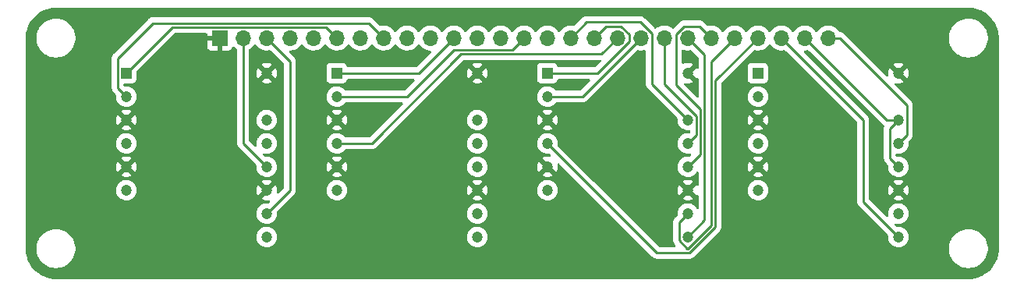
<source format=gtl>
%TF.GenerationSoftware,KiCad,Pcbnew,(6.0.0)*%
%TF.CreationDate,2022-03-13T21:01:20-04:00*%
%TF.ProjectId,panel meter display rev1,70616e65-6c20-46d6-9574-657220646973,rev?*%
%TF.SameCoordinates,Original*%
%TF.FileFunction,Copper,L1,Top*%
%TF.FilePolarity,Positive*%
%FSLAX46Y46*%
G04 Gerber Fmt 4.6, Leading zero omitted, Abs format (unit mm)*
G04 Created by KiCad (PCBNEW (6.0.0)) date 2022-03-13 21:01:20*
%MOMM*%
%LPD*%
G01*
G04 APERTURE LIST*
%TA.AperFunction,ComponentPad*%
%ADD10R,1.200000X1.200000*%
%TD*%
%TA.AperFunction,ComponentPad*%
%ADD11C,1.200000*%
%TD*%
%TA.AperFunction,ComponentPad*%
%ADD12R,1.700000X1.700000*%
%TD*%
%TA.AperFunction,ComponentPad*%
%ADD13O,1.700000X1.700000*%
%TD*%
%TA.AperFunction,Conductor*%
%ADD14C,0.250000*%
%TD*%
G04 APERTURE END LIST*
D10*
%TO.P,DS2,2,CATHODE_A*%
%TO.N,/A2*%
X119380000Y-27940000D03*
D11*
%TO.P,DS2,3,CATHODE_F*%
%TO.N,/F2*%
X119380000Y-30480000D03*
%TO.P,DS2,4,COMMON_ANODE_1*%
%TO.N,/Anode*%
X119380000Y-33020000D03*
%TO.P,DS2,5,CATHODE_E*%
%TO.N,/E2*%
X119380000Y-35560000D03*
%TO.P,DS2,6,COMMON_ANODE_2*%
%TO.N,/Anode*%
X119380000Y-38100000D03*
%TO.P,DS2,7,CATHODE_L.D.P*%
%TO.N,unconnected-(DS2-Pad7)*%
X119380000Y-40640000D03*
%TO.P,DS2,10,CATHODE_R.D.P*%
%TO.N,/DP2*%
X134620000Y-45720000D03*
%TO.P,DS2,11,CATHODE_D*%
%TO.N,/D2*%
X134620000Y-43180000D03*
%TO.P,DS2,12,COMMON_ANODE_3*%
%TO.N,/Anode*%
X134620000Y-40640000D03*
%TO.P,DS2,13,CATHODE_C*%
%TO.N,/C2*%
X134620000Y-38100000D03*
%TO.P,DS2,14,CATHODE_G*%
%TO.N,/G2*%
X134620000Y-35560000D03*
%TO.P,DS2,15,CATHODE_B*%
%TO.N,/B2*%
X134620000Y-33020000D03*
%TO.P,DS2,17,COMMON_ANODE_4*%
%TO.N,/Anode*%
X134620000Y-27940000D03*
%TD*%
D10*
%TO.P,DS4,2,CATHODE_A*%
%TO.N,unconnected-(DS4-Pad2)*%
X165100000Y-27940000D03*
D11*
%TO.P,DS4,3,CATHODE_F*%
%TO.N,unconnected-(DS4-Pad3)*%
X165100000Y-30480000D03*
%TO.P,DS4,4,COMMON_ANODE_1*%
%TO.N,/Anode*%
X165100000Y-33020000D03*
%TO.P,DS4,5,CATHODE_E*%
%TO.N,unconnected-(DS4-Pad5)*%
X165100000Y-35560000D03*
%TO.P,DS4,6,COMMON_ANODE_2*%
%TO.N,/Anode*%
X165100000Y-38100000D03*
%TO.P,DS4,7,CATHODE_L.D.P*%
%TO.N,unconnected-(DS4-Pad7)*%
X165100000Y-40640000D03*
%TO.P,DS4,10,CATHODE_R.D.P*%
%TO.N,/DP4*%
X180340000Y-45720000D03*
%TO.P,DS4,11,CATHODE_D*%
%TO.N,unconnected-(DS4-Pad11)*%
X180340000Y-43180000D03*
%TO.P,DS4,12,COMMON_ANODE_3*%
%TO.N,/Anode*%
X180340000Y-40640000D03*
%TO.P,DS4,13,CATHODE_C*%
%TO.N,/BC4*%
X180340000Y-38100000D03*
%TO.P,DS4,14,CATHODE_G*%
%TO.N,/POL*%
X180340000Y-35560000D03*
%TO.P,DS4,15,CATHODE_B*%
%TO.N,/BC4*%
X180340000Y-33020000D03*
%TO.P,DS4,17,COMMON_ANODE_4*%
%TO.N,/Anode*%
X180340000Y-27940000D03*
%TD*%
D10*
%TO.P,DS1,2,CATHODE_A*%
%TO.N,/A1*%
X96520000Y-27940000D03*
D11*
%TO.P,DS1,3,CATHODE_F*%
%TO.N,/F1*%
X96520000Y-30480000D03*
%TO.P,DS1,4,COMMON_ANODE_1*%
%TO.N,/Anode*%
X96520000Y-33020000D03*
%TO.P,DS1,5,CATHODE_E*%
%TO.N,/E1*%
X96520000Y-35560000D03*
%TO.P,DS1,6,COMMON_ANODE_2*%
%TO.N,/Anode*%
X96520000Y-38100000D03*
%TO.P,DS1,7,CATHODE_L.D.P*%
%TO.N,unconnected-(DS1-Pad7)*%
X96520000Y-40640000D03*
%TO.P,DS1,10,CATHODE_R.D.P*%
%TO.N,unconnected-(DS1-Pad10)*%
X111760000Y-45720000D03*
%TO.P,DS1,11,CATHODE_D*%
%TO.N,/D1*%
X111760000Y-43180000D03*
%TO.P,DS1,12,COMMON_ANODE_3*%
%TO.N,/Anode*%
X111760000Y-40640000D03*
%TO.P,DS1,13,CATHODE_C*%
%TO.N,/C1*%
X111760000Y-38100000D03*
%TO.P,DS1,14,CATHODE_G*%
%TO.N,/G1*%
X111760000Y-35560000D03*
%TO.P,DS1,15,CATHODE_B*%
%TO.N,/B1*%
X111760000Y-33020000D03*
%TO.P,DS1,17,COMMON_ANODE_4*%
%TO.N,/Anode*%
X111760000Y-27940000D03*
%TD*%
D10*
%TO.P,DS3,2,CATHODE_A*%
%TO.N,/A3*%
X142240000Y-27940000D03*
D11*
%TO.P,DS3,3,CATHODE_F*%
%TO.N,/F3*%
X142240000Y-30480000D03*
%TO.P,DS3,4,COMMON_ANODE_1*%
%TO.N,/Anode*%
X142240000Y-33020000D03*
%TO.P,DS3,5,CATHODE_E*%
%TO.N,/E3*%
X142240000Y-35560000D03*
%TO.P,DS3,6,COMMON_ANODE_2*%
%TO.N,/Anode*%
X142240000Y-38100000D03*
%TO.P,DS3,7,CATHODE_L.D.P*%
%TO.N,unconnected-(DS3-Pad7)*%
X142240000Y-40640000D03*
%TO.P,DS3,10,CATHODE_R.D.P*%
%TO.N,/DP3*%
X157480000Y-45720000D03*
%TO.P,DS3,11,CATHODE_D*%
%TO.N,/D3*%
X157480000Y-43180000D03*
%TO.P,DS3,12,COMMON_ANODE_3*%
%TO.N,/Anode*%
X157480000Y-40640000D03*
%TO.P,DS3,13,CATHODE_C*%
%TO.N,/C3*%
X157480000Y-38100000D03*
%TO.P,DS3,14,CATHODE_G*%
%TO.N,/G3*%
X157480000Y-35560000D03*
%TO.P,DS3,15,CATHODE_B*%
%TO.N,/B3*%
X157480000Y-33020000D03*
%TO.P,DS3,17,COMMON_ANODE_4*%
%TO.N,/Anode*%
X157480000Y-27940000D03*
%TD*%
D12*
%TO.P,J1,1,Pin_1*%
%TO.N,/Anode*%
X106680000Y-24130000D03*
D13*
%TO.P,J1,2,Pin_2*%
%TO.N,/C1*%
X109220000Y-24130000D03*
%TO.P,J1,3,Pin_3*%
%TO.N,/D1*%
X111760000Y-24130000D03*
%TO.P,J1,4,Pin_4*%
%TO.N,/E1*%
X114300000Y-24130000D03*
%TO.P,J1,5,Pin_5*%
%TO.N,/B1*%
X116840000Y-24130000D03*
%TO.P,J1,6,Pin_6*%
%TO.N,/A1*%
X119380000Y-24130000D03*
%TO.P,J1,7,Pin_7*%
%TO.N,/DP2*%
X121920000Y-24130000D03*
%TO.P,J1,8,Pin_8*%
%TO.N,/F1*%
X124460000Y-24130000D03*
%TO.P,J1,9,Pin_9*%
%TO.N,/G1*%
X127000000Y-24130000D03*
%TO.P,J1,10,Pin_10*%
%TO.N,/B2*%
X129540000Y-24130000D03*
%TO.P,J1,11,Pin_11*%
%TO.N,/A2*%
X132080000Y-24130000D03*
%TO.P,J1,12,Pin_12*%
%TO.N,/C2*%
X134620000Y-24130000D03*
%TO.P,J1,13,Pin_13*%
%TO.N,/D2*%
X137160000Y-24130000D03*
%TO.P,J1,14,Pin_14*%
%TO.N,/F2*%
X139700000Y-24130000D03*
%TO.P,J1,15,Pin_15*%
%TO.N,/G2*%
X142240000Y-24130000D03*
%TO.P,J1,16,Pin_16*%
%TO.N,/B3*%
X144780000Y-24130000D03*
%TO.P,J1,17,Pin_17*%
%TO.N,/A3*%
X147320000Y-24130000D03*
%TO.P,J1,18,Pin_18*%
%TO.N,/E2*%
X149860000Y-24130000D03*
%TO.P,J1,19,Pin_19*%
%TO.N,/F3*%
X152400000Y-24130000D03*
%TO.P,J1,20,Pin_20*%
%TO.N,/G3*%
X154940000Y-24130000D03*
%TO.P,J1,21,Pin_21*%
%TO.N,/DP3*%
X157480000Y-24130000D03*
%TO.P,J1,22,Pin_22*%
%TO.N,/C3*%
X160020000Y-24130000D03*
%TO.P,J1,23,Pin_23*%
%TO.N,/D3*%
X162560000Y-24130000D03*
%TO.P,J1,24,Pin_24*%
%TO.N,/E3*%
X165100000Y-24130000D03*
%TO.P,J1,25,Pin_25*%
%TO.N,/DP4*%
X167640000Y-24130000D03*
%TO.P,J1,26,Pin_26*%
%TO.N,/BC4*%
X170180000Y-24130000D03*
%TO.P,J1,27,Pin_27*%
%TO.N,/POL*%
X172720000Y-24130000D03*
%TD*%
D14*
%TO.N,/A1*%
X118205489Y-22955489D02*
X101504511Y-22955489D01*
X119380000Y-24130000D02*
X118205489Y-22955489D01*
X101504511Y-22955489D02*
X96520000Y-27940000D01*
%TO.N,/F1*%
X122835969Y-22505969D02*
X99414031Y-22505969D01*
X99414031Y-22505969D02*
X95595489Y-26324511D01*
X95595489Y-26324511D02*
X95595489Y-29555489D01*
X95595489Y-29555489D02*
X96520000Y-30480000D01*
X124460000Y-24130000D02*
X122835969Y-22505969D01*
%TO.N,/D1*%
X114300000Y-26670000D02*
X114300000Y-40640000D01*
X114300000Y-40640000D02*
X111760000Y-43180000D01*
X111760000Y-24130000D02*
X114300000Y-26670000D01*
%TO.N,/C1*%
X109220000Y-24130000D02*
X109220000Y-35560000D01*
X109220000Y-35560000D02*
X111760000Y-38100000D01*
%TO.N,/A2*%
X128270000Y-27940000D02*
X132080000Y-24130000D01*
X119380000Y-27940000D02*
X128270000Y-27940000D01*
%TO.N,/F2*%
X119380000Y-30480000D02*
X127000000Y-30480000D01*
X132080000Y-25400000D02*
X138430000Y-25400000D01*
X127000000Y-30480000D02*
X132080000Y-25400000D01*
X138430000Y-25400000D02*
X139700000Y-24130000D01*
%TO.N,/E2*%
X123190000Y-35560000D02*
X132900480Y-25849520D01*
X148140480Y-25849520D02*
X149860000Y-24130000D01*
X132900480Y-25849520D02*
X148140480Y-25849520D01*
X119380000Y-35560000D02*
X123190000Y-35560000D01*
%TO.N,/A3*%
X147711010Y-27940000D02*
X151130000Y-24521010D01*
X142240000Y-27940000D02*
X147711010Y-27940000D01*
X151130000Y-24521010D02*
X151130000Y-23738990D01*
X148590000Y-22860000D02*
X147320000Y-24130000D01*
X150251010Y-22860000D02*
X148590000Y-22860000D01*
X151130000Y-23738990D02*
X150251010Y-22860000D01*
%TO.N,/F3*%
X142240000Y-30480000D02*
X146050000Y-30480000D01*
X146050000Y-30480000D02*
X152400000Y-24130000D01*
%TO.N,/E3*%
X157703654Y-47439520D02*
X154119520Y-47439520D01*
X154119520Y-47439520D02*
X142240000Y-35560000D01*
X160469520Y-28760480D02*
X160469520Y-44673654D01*
X160469520Y-44673654D02*
X157703654Y-47439520D01*
X165100000Y-24130000D02*
X160469520Y-28760480D01*
%TO.N,/DP3*%
X157480000Y-45720000D02*
X159303551Y-43896449D01*
X159303551Y-25953551D02*
X157480000Y-24130000D01*
X159303551Y-43896449D02*
X159303551Y-25953551D01*
%TO.N,/D3*%
X157480000Y-43180000D02*
X156555489Y-44104511D01*
X156555489Y-46102946D02*
X157442543Y-46990000D01*
X160020000Y-26670000D02*
X162560000Y-24130000D01*
X157442543Y-46990000D02*
X157517457Y-46990000D01*
X156555489Y-44104511D02*
X156555489Y-46102946D01*
X160020000Y-44487457D02*
X160020000Y-26670000D01*
X157517457Y-46990000D02*
X160020000Y-44487457D01*
%TO.N,/C3*%
X158750000Y-22860000D02*
X160020000Y-24130000D01*
X156210000Y-23738990D02*
X157088990Y-22860000D01*
X158854031Y-31854031D02*
X156210000Y-29210000D01*
X157480000Y-38100000D02*
X158854031Y-36725969D01*
X157088990Y-22860000D02*
X158750000Y-22860000D01*
X156210000Y-29210000D02*
X156210000Y-23738990D01*
X158854031Y-36725969D02*
X158854031Y-31854031D01*
%TO.N,/G3*%
X157480000Y-35560000D02*
X158404511Y-34635489D01*
X158404511Y-32637054D02*
X154940000Y-29172543D01*
X158404511Y-34635489D02*
X158404511Y-32637054D01*
X154940000Y-29172543D02*
X154940000Y-24130000D01*
%TO.N,/B3*%
X153574511Y-23643501D02*
X152341490Y-22410480D01*
X153574511Y-29114511D02*
X153574511Y-23643501D01*
X152341490Y-22410480D02*
X146499520Y-22410480D01*
X146499520Y-22410480D02*
X144780000Y-24130000D01*
X157480000Y-33020000D02*
X153574511Y-29114511D01*
%TO.N,/DP4*%
X176530000Y-33020000D02*
X176530000Y-41910000D01*
X176530000Y-41910000D02*
X180340000Y-45720000D01*
X167640000Y-24130000D02*
X176530000Y-33020000D01*
%TO.N,/BC4*%
X179415489Y-37175489D02*
X179415489Y-33944511D01*
X179070000Y-33020000D02*
X180340000Y-33020000D01*
X180340000Y-38100000D02*
X179415489Y-37175489D01*
X179415489Y-33944511D02*
X180340000Y-33020000D01*
X170180000Y-24130000D02*
X179070000Y-33020000D01*
%TO.N,/POL*%
X181264511Y-34635489D02*
X181264511Y-31404511D01*
X173990000Y-24130000D02*
X172720000Y-24130000D01*
X180340000Y-35560000D02*
X181264511Y-34635489D01*
X181264511Y-31404511D02*
X173990000Y-24130000D01*
%TD*%
%TA.AperFunction,Conductor*%
%TO.N,/Anode*%
G36*
X187930057Y-20829500D02*
G01*
X187944858Y-20831805D01*
X187944861Y-20831805D01*
X187953730Y-20833186D01*
X187972411Y-20830743D01*
X187995342Y-20829852D01*
X188298557Y-20845743D01*
X188311665Y-20847120D01*
X188551285Y-20885072D01*
X188640002Y-20899123D01*
X188652902Y-20901865D01*
X188974000Y-20987903D01*
X188986536Y-20991977D01*
X189259358Y-21096703D01*
X189296876Y-21111105D01*
X189308924Y-21116469D01*
X189605120Y-21267388D01*
X189616536Y-21273979D01*
X189895334Y-21455033D01*
X189905996Y-21462779D01*
X190164344Y-21671984D01*
X190174145Y-21680810D01*
X190409190Y-21915855D01*
X190418015Y-21925655D01*
X190560787Y-22101964D01*
X190627221Y-22184004D01*
X190634967Y-22194666D01*
X190816018Y-22473459D01*
X190822612Y-22484880D01*
X190973531Y-22781076D01*
X190978895Y-22793124D01*
X190983053Y-22803955D01*
X191095419Y-23096677D01*
X191098021Y-23103456D01*
X191102097Y-23115999D01*
X191109157Y-23142348D01*
X191188135Y-23437098D01*
X191190877Y-23449998D01*
X191199984Y-23507495D01*
X191236452Y-23737747D01*
X191242879Y-23778329D01*
X191244257Y-23791443D01*
X191254823Y-23993049D01*
X191259764Y-24087330D01*
X191258436Y-24113312D01*
X191258195Y-24114856D01*
X191258195Y-24114860D01*
X191256814Y-24123730D01*
X191257978Y-24132632D01*
X191257978Y-24132635D01*
X191260936Y-24155251D01*
X191262000Y-24171589D01*
X191262000Y-46940672D01*
X191260500Y-46960056D01*
X191256814Y-46983730D01*
X191259257Y-47002410D01*
X191260148Y-47025343D01*
X191244257Y-47328554D01*
X191242880Y-47341665D01*
X191229656Y-47425159D01*
X191190877Y-47670002D01*
X191188135Y-47682902D01*
X191102097Y-48004000D01*
X191098023Y-48016536D01*
X191076318Y-48073082D01*
X190978895Y-48326876D01*
X190973531Y-48338924D01*
X190822612Y-48635120D01*
X190816021Y-48646536D01*
X190634967Y-48925334D01*
X190627224Y-48935992D01*
X190418016Y-49194344D01*
X190409190Y-49204145D01*
X190174145Y-49439190D01*
X190164344Y-49448016D01*
X189905996Y-49657221D01*
X189895334Y-49664967D01*
X189616536Y-49846021D01*
X189605120Y-49852612D01*
X189308924Y-50003531D01*
X189296875Y-50008895D01*
X188986536Y-50128023D01*
X188974000Y-50132097D01*
X188652902Y-50218135D01*
X188640002Y-50220877D01*
X188551285Y-50234928D01*
X188311665Y-50272880D01*
X188298557Y-50274257D01*
X188002666Y-50289764D01*
X187976688Y-50288436D01*
X187975144Y-50288195D01*
X187975140Y-50288195D01*
X187966270Y-50286814D01*
X187957368Y-50287978D01*
X187957365Y-50287978D01*
X187934749Y-50290936D01*
X187918411Y-50292000D01*
X88949328Y-50292000D01*
X88929943Y-50290500D01*
X88915142Y-50288195D01*
X88915139Y-50288195D01*
X88906270Y-50286814D01*
X88887589Y-50289257D01*
X88864658Y-50290148D01*
X88561443Y-50274257D01*
X88548335Y-50272880D01*
X88308715Y-50234928D01*
X88219998Y-50220877D01*
X88207098Y-50218135D01*
X87886000Y-50132097D01*
X87873464Y-50128023D01*
X87563125Y-50008895D01*
X87551076Y-50003531D01*
X87254880Y-49852612D01*
X87243464Y-49846021D01*
X86964666Y-49664967D01*
X86954004Y-49657221D01*
X86695656Y-49448016D01*
X86685855Y-49439190D01*
X86450810Y-49204145D01*
X86441984Y-49194344D01*
X86232776Y-48935992D01*
X86225033Y-48925334D01*
X86043979Y-48646536D01*
X86037388Y-48635120D01*
X85886469Y-48338924D01*
X85881105Y-48326876D01*
X85783682Y-48073082D01*
X85761977Y-48016536D01*
X85757903Y-48004000D01*
X85671865Y-47682902D01*
X85669123Y-47670002D01*
X85630344Y-47425159D01*
X85617120Y-47341665D01*
X85615743Y-47328554D01*
X85605887Y-47140488D01*
X85604955Y-47122703D01*
X86790743Y-47122703D01*
X86828268Y-47407734D01*
X86904129Y-47685036D01*
X86905813Y-47688984D01*
X87014614Y-47944062D01*
X87016923Y-47949476D01*
X87164561Y-48196161D01*
X87344313Y-48420528D01*
X87552851Y-48618423D01*
X87786317Y-48786186D01*
X87790112Y-48788195D01*
X87790113Y-48788196D01*
X87811869Y-48799715D01*
X88040392Y-48920712D01*
X88310373Y-49019511D01*
X88591264Y-49080755D01*
X88619841Y-49083004D01*
X88814282Y-49098307D01*
X88814291Y-49098307D01*
X88816739Y-49098500D01*
X88972271Y-49098500D01*
X88974407Y-49098354D01*
X88974418Y-49098354D01*
X89182548Y-49084165D01*
X89182554Y-49084164D01*
X89186825Y-49083873D01*
X89191020Y-49083004D01*
X89191022Y-49083004D01*
X89327584Y-49054723D01*
X89468342Y-49025574D01*
X89739343Y-48929607D01*
X89994812Y-48797750D01*
X89998313Y-48795289D01*
X89998317Y-48795287D01*
X90112418Y-48715095D01*
X90230023Y-48632441D01*
X90440622Y-48436740D01*
X90622713Y-48214268D01*
X90772927Y-47969142D01*
X90805064Y-47895933D01*
X90886757Y-47709830D01*
X90888483Y-47705898D01*
X90967244Y-47429406D01*
X91007751Y-47144784D01*
X91007845Y-47126951D01*
X91009235Y-46861583D01*
X91009235Y-46861576D01*
X91009257Y-46857297D01*
X91004670Y-46822450D01*
X90980687Y-46640284D01*
X90971732Y-46572266D01*
X90895871Y-46294964D01*
X90864871Y-46222285D01*
X90784763Y-46034476D01*
X90784761Y-46034472D01*
X90783077Y-46030524D01*
X90635439Y-45783839D01*
X90560948Y-45690859D01*
X110647132Y-45690859D01*
X110660457Y-45894151D01*
X110710605Y-46091610D01*
X110795898Y-46276624D01*
X110913479Y-46442997D01*
X110917613Y-46447024D01*
X111045928Y-46572023D01*
X111059410Y-46585157D01*
X111064206Y-46588362D01*
X111064209Y-46588364D01*
X111068042Y-46590925D01*
X111228803Y-46698342D01*
X111234106Y-46700620D01*
X111234109Y-46700622D01*
X111323115Y-46738862D01*
X111415987Y-46778763D01*
X111488817Y-46795243D01*
X111609055Y-46822450D01*
X111609060Y-46822451D01*
X111614692Y-46823725D01*
X111620463Y-46823952D01*
X111620465Y-46823952D01*
X111683470Y-46826427D01*
X111818263Y-46831723D01*
X112019883Y-46802490D01*
X112025347Y-46800635D01*
X112025352Y-46800634D01*
X112207327Y-46738862D01*
X112207332Y-46738860D01*
X112212799Y-46737004D01*
X112235927Y-46724052D01*
X112287567Y-46695132D01*
X112390551Y-46637458D01*
X112547186Y-46507186D01*
X112677458Y-46350551D01*
X112743958Y-46231807D01*
X112774180Y-46177842D01*
X112774181Y-46177840D01*
X112777004Y-46172799D01*
X112778860Y-46167332D01*
X112778862Y-46167327D01*
X112840634Y-45985352D01*
X112840635Y-45985347D01*
X112842490Y-45979883D01*
X112871723Y-45778263D01*
X112873249Y-45720000D01*
X112870571Y-45690859D01*
X133507132Y-45690859D01*
X133520457Y-45894151D01*
X133570605Y-46091610D01*
X133655898Y-46276624D01*
X133773479Y-46442997D01*
X133777613Y-46447024D01*
X133905928Y-46572023D01*
X133919410Y-46585157D01*
X133924206Y-46588362D01*
X133924209Y-46588364D01*
X133928042Y-46590925D01*
X134088803Y-46698342D01*
X134094106Y-46700620D01*
X134094109Y-46700622D01*
X134183115Y-46738862D01*
X134275987Y-46778763D01*
X134348817Y-46795243D01*
X134469055Y-46822450D01*
X134469060Y-46822451D01*
X134474692Y-46823725D01*
X134480463Y-46823952D01*
X134480465Y-46823952D01*
X134543470Y-46826427D01*
X134678263Y-46831723D01*
X134879883Y-46802490D01*
X134885347Y-46800635D01*
X134885352Y-46800634D01*
X135067327Y-46738862D01*
X135067332Y-46738860D01*
X135072799Y-46737004D01*
X135095927Y-46724052D01*
X135147567Y-46695132D01*
X135250551Y-46637458D01*
X135407186Y-46507186D01*
X135537458Y-46350551D01*
X135603958Y-46231807D01*
X135634180Y-46177842D01*
X135634181Y-46177840D01*
X135637004Y-46172799D01*
X135638860Y-46167332D01*
X135638862Y-46167327D01*
X135700634Y-45985352D01*
X135700635Y-45985347D01*
X135702490Y-45979883D01*
X135731723Y-45778263D01*
X135733249Y-45720000D01*
X135717314Y-45546579D01*
X135715137Y-45522880D01*
X135715136Y-45522877D01*
X135714608Y-45517126D01*
X135659307Y-45321047D01*
X135648680Y-45299496D01*
X135571756Y-45143510D01*
X135569201Y-45138329D01*
X135552518Y-45115987D01*
X135450758Y-44979715D01*
X135450758Y-44979714D01*
X135447305Y-44975091D01*
X135346059Y-44881500D01*
X135301943Y-44840719D01*
X135301940Y-44840717D01*
X135297703Y-44836800D01*
X135233847Y-44796510D01*
X135130288Y-44731169D01*
X135130283Y-44731167D01*
X135125404Y-44728088D01*
X134936180Y-44652595D01*
X134736366Y-44612849D01*
X134730592Y-44612773D01*
X134730588Y-44612773D01*
X134627452Y-44611424D01*
X134532655Y-44610183D01*
X134526958Y-44611162D01*
X134526957Y-44611162D01*
X134504656Y-44614994D01*
X134331870Y-44644684D01*
X134140734Y-44715198D01*
X134135773Y-44718150D01*
X134135772Y-44718150D01*
X134063135Y-44761365D01*
X133965649Y-44819363D01*
X133812478Y-44953690D01*
X133808911Y-44958215D01*
X133808906Y-44958220D01*
X133742839Y-45042026D01*
X133686351Y-45113681D01*
X133683662Y-45118792D01*
X133683660Y-45118795D01*
X133651309Y-45180285D01*
X133591492Y-45293978D01*
X133531078Y-45488543D01*
X133507132Y-45690859D01*
X112870571Y-45690859D01*
X112857314Y-45546579D01*
X112855137Y-45522880D01*
X112855136Y-45522877D01*
X112854608Y-45517126D01*
X112799307Y-45321047D01*
X112788680Y-45299496D01*
X112711756Y-45143510D01*
X112709201Y-45138329D01*
X112692518Y-45115987D01*
X112590758Y-44979715D01*
X112590758Y-44979714D01*
X112587305Y-44975091D01*
X112486059Y-44881500D01*
X112441943Y-44840719D01*
X112441940Y-44840717D01*
X112437703Y-44836800D01*
X112373847Y-44796510D01*
X112270288Y-44731169D01*
X112270283Y-44731167D01*
X112265404Y-44728088D01*
X112076180Y-44652595D01*
X111876366Y-44612849D01*
X111870592Y-44612773D01*
X111870588Y-44612773D01*
X111767452Y-44611424D01*
X111672655Y-44610183D01*
X111666958Y-44611162D01*
X111666957Y-44611162D01*
X111644656Y-44614994D01*
X111471870Y-44644684D01*
X111280734Y-44715198D01*
X111275773Y-44718150D01*
X111275772Y-44718150D01*
X111203135Y-44761365D01*
X111105649Y-44819363D01*
X110952478Y-44953690D01*
X110948911Y-44958215D01*
X110948906Y-44958220D01*
X110882839Y-45042026D01*
X110826351Y-45113681D01*
X110823662Y-45118792D01*
X110823660Y-45118795D01*
X110791309Y-45180285D01*
X110731492Y-45293978D01*
X110671078Y-45488543D01*
X110647132Y-45690859D01*
X90560948Y-45690859D01*
X90455687Y-45559472D01*
X90247149Y-45361577D01*
X90013683Y-45193814D01*
X89991843Y-45182250D01*
X89900151Y-45133702D01*
X89759608Y-45059288D01*
X89489627Y-44960489D01*
X89208736Y-44899245D01*
X89177685Y-44896801D01*
X88985718Y-44881693D01*
X88985709Y-44881693D01*
X88983261Y-44881500D01*
X88827729Y-44881500D01*
X88825593Y-44881646D01*
X88825582Y-44881646D01*
X88617452Y-44895835D01*
X88617446Y-44895836D01*
X88613175Y-44896127D01*
X88608980Y-44896996D01*
X88608978Y-44896996D01*
X88552394Y-44908714D01*
X88331658Y-44954426D01*
X88060657Y-45050393D01*
X87805188Y-45182250D01*
X87801687Y-45184711D01*
X87801683Y-45184713D01*
X87791594Y-45191804D01*
X87569977Y-45347559D01*
X87554892Y-45361577D01*
X87393485Y-45511566D01*
X87359378Y-45543260D01*
X87177287Y-45765732D01*
X87027073Y-46010858D01*
X87025347Y-46014791D01*
X87025346Y-46014792D01*
X86983144Y-46110932D01*
X86911517Y-46274102D01*
X86832756Y-46550594D01*
X86818148Y-46653237D01*
X86796907Y-46802490D01*
X86792249Y-46835216D01*
X86792227Y-46839505D01*
X86792226Y-46839512D01*
X86790765Y-47118417D01*
X86790743Y-47122703D01*
X85604955Y-47122703D01*
X85600236Y-47032666D01*
X85601564Y-47006688D01*
X85601805Y-47005144D01*
X85601805Y-47005140D01*
X85603186Y-46996270D01*
X85601547Y-46983730D01*
X85599064Y-46964749D01*
X85598000Y-46948411D01*
X85598000Y-40610859D01*
X95407132Y-40610859D01*
X95420457Y-40814151D01*
X95470605Y-41011610D01*
X95555898Y-41196624D01*
X95673479Y-41362997D01*
X95819410Y-41505157D01*
X95824206Y-41508362D01*
X95824209Y-41508364D01*
X95949227Y-41591898D01*
X95988803Y-41618342D01*
X95994106Y-41620620D01*
X95994109Y-41620622D01*
X96170680Y-41696483D01*
X96175987Y-41698763D01*
X96248817Y-41715243D01*
X96369055Y-41742450D01*
X96369060Y-41742451D01*
X96374692Y-41743725D01*
X96380463Y-41743952D01*
X96380465Y-41743952D01*
X96443470Y-41746427D01*
X96578263Y-41751723D01*
X96779883Y-41722490D01*
X96785347Y-41720635D01*
X96785352Y-41720634D01*
X96967327Y-41658862D01*
X96967332Y-41658860D01*
X96972799Y-41657004D01*
X96978653Y-41653726D01*
X97048354Y-41614691D01*
X97150551Y-41557458D01*
X97307186Y-41427186D01*
X97437458Y-41270551D01*
X97537004Y-41092799D01*
X97538860Y-41087332D01*
X97538862Y-41087327D01*
X97600634Y-40905352D01*
X97600635Y-40905347D01*
X97602490Y-40899883D01*
X97631723Y-40698263D01*
X97633249Y-40640000D01*
X97631102Y-40616638D01*
X110648012Y-40616638D01*
X110660575Y-40808304D01*
X110662376Y-40819674D01*
X110709657Y-41005843D01*
X110713498Y-41016690D01*
X110793916Y-41191130D01*
X110799664Y-41201086D01*
X110805788Y-41209751D01*
X110816377Y-41218140D01*
X110829676Y-41211113D01*
X111387979Y-40652811D01*
X111395592Y-40638868D01*
X111395461Y-40637034D01*
X111391210Y-40630420D01*
X110828538Y-40067749D01*
X110816163Y-40060992D01*
X110810197Y-40065458D01*
X110734645Y-40209058D01*
X110730242Y-40219691D01*
X110673281Y-40403132D01*
X110670891Y-40414376D01*
X110648313Y-40605137D01*
X110648012Y-40616638D01*
X97631102Y-40616638D01*
X97621860Y-40516049D01*
X97615137Y-40442880D01*
X97615136Y-40442877D01*
X97614608Y-40437126D01*
X97559307Y-40241047D01*
X97548776Y-40219691D01*
X97471756Y-40063510D01*
X97469201Y-40058329D01*
X97450796Y-40033681D01*
X97350758Y-39899715D01*
X97350758Y-39899714D01*
X97347305Y-39895091D01*
X97197703Y-39756800D01*
X97105580Y-39698675D01*
X111182788Y-39698675D01*
X111186275Y-39707064D01*
X111747189Y-40267979D01*
X111761132Y-40275592D01*
X111762966Y-40275461D01*
X111769580Y-40271210D01*
X112330285Y-39710504D01*
X112337042Y-39698129D01*
X112331012Y-39690073D01*
X112270061Y-39651616D01*
X112259813Y-39646395D01*
X112081401Y-39575216D01*
X112070373Y-39571949D01*
X111881982Y-39534476D01*
X111870535Y-39533273D01*
X111678477Y-39530759D01*
X111666997Y-39531662D01*
X111477697Y-39564190D01*
X111466577Y-39567170D01*
X111286365Y-39633653D01*
X111275991Y-39638601D01*
X111192385Y-39688342D01*
X111182788Y-39698675D01*
X97105580Y-39698675D01*
X97091947Y-39690073D01*
X97030288Y-39651169D01*
X97030283Y-39651167D01*
X97025404Y-39648088D01*
X96836180Y-39572595D01*
X96661663Y-39537881D01*
X96642032Y-39533976D01*
X96642031Y-39533976D01*
X96636366Y-39532849D01*
X96630592Y-39532773D01*
X96630588Y-39532773D01*
X96527452Y-39531424D01*
X96432655Y-39530183D01*
X96426958Y-39531162D01*
X96426957Y-39531162D01*
X96407671Y-39534476D01*
X96231870Y-39564684D01*
X96040734Y-39635198D01*
X96035773Y-39638150D01*
X96035772Y-39638150D01*
X95919939Y-39707064D01*
X95865649Y-39739363D01*
X95712478Y-39873690D01*
X95708911Y-39878215D01*
X95708906Y-39878220D01*
X95622331Y-39988040D01*
X95586351Y-40033681D01*
X95583662Y-40038792D01*
X95583660Y-40038795D01*
X95569480Y-40065747D01*
X95491492Y-40213978D01*
X95431078Y-40408543D01*
X95407132Y-40610859D01*
X85598000Y-40610859D01*
X85598000Y-39041294D01*
X95943066Y-39041294D01*
X95952948Y-39053783D01*
X95984239Y-39074691D01*
X95994349Y-39080181D01*
X96170835Y-39156005D01*
X96181778Y-39159560D01*
X96369120Y-39201952D01*
X96380530Y-39203454D01*
X96572469Y-39210995D01*
X96583951Y-39210393D01*
X96774045Y-39182832D01*
X96785240Y-39180144D01*
X96967131Y-39118400D01*
X96977628Y-39113726D01*
X97088032Y-39051898D01*
X97097895Y-39041821D01*
X97094940Y-39034151D01*
X96532811Y-38472021D01*
X96518868Y-38464408D01*
X96517034Y-38464539D01*
X96510420Y-38468790D01*
X95949259Y-39029952D01*
X95943066Y-39041294D01*
X85598000Y-39041294D01*
X85598000Y-38076638D01*
X95408012Y-38076638D01*
X95420575Y-38268304D01*
X95422376Y-38279674D01*
X95469657Y-38465843D01*
X95473498Y-38476690D01*
X95553916Y-38651130D01*
X95559664Y-38661086D01*
X95565788Y-38669751D01*
X95576377Y-38678140D01*
X95589676Y-38671113D01*
X96147979Y-38112811D01*
X96154356Y-38101132D01*
X96884408Y-38101132D01*
X96884539Y-38102966D01*
X96888790Y-38109580D01*
X97450239Y-38671028D01*
X97462614Y-38677785D01*
X97469194Y-38672859D01*
X97533726Y-38557628D01*
X97538400Y-38547131D01*
X97600144Y-38365240D01*
X97602832Y-38354045D01*
X97630689Y-38161911D01*
X97631319Y-38154528D01*
X97632650Y-38103704D01*
X97632407Y-38096305D01*
X97614643Y-37902975D01*
X97612545Y-37891654D01*
X97560408Y-37706791D01*
X97556283Y-37696044D01*
X97472163Y-37525465D01*
X97464869Y-37519990D01*
X97452449Y-37526762D01*
X96892021Y-38087189D01*
X96884408Y-38101132D01*
X96154356Y-38101132D01*
X96155592Y-38098868D01*
X96155461Y-38097034D01*
X96151210Y-38090420D01*
X95588538Y-37527749D01*
X95576163Y-37520992D01*
X95570197Y-37525458D01*
X95494645Y-37669058D01*
X95490242Y-37679691D01*
X95433281Y-37863132D01*
X95430891Y-37874376D01*
X95408313Y-38065137D01*
X95408012Y-38076638D01*
X85598000Y-38076638D01*
X85598000Y-37158675D01*
X95942788Y-37158675D01*
X95946275Y-37167064D01*
X96507189Y-37727979D01*
X96521132Y-37735592D01*
X96522966Y-37735461D01*
X96529580Y-37731210D01*
X97090285Y-37170504D01*
X97097042Y-37158129D01*
X97091012Y-37150073D01*
X97030061Y-37111616D01*
X97019813Y-37106395D01*
X96841401Y-37035216D01*
X96830373Y-37031949D01*
X96641982Y-36994476D01*
X96630535Y-36993273D01*
X96438477Y-36990759D01*
X96426997Y-36991662D01*
X96237697Y-37024190D01*
X96226577Y-37027170D01*
X96046365Y-37093653D01*
X96035991Y-37098601D01*
X95952385Y-37148342D01*
X95942788Y-37158675D01*
X85598000Y-37158675D01*
X85598000Y-35530859D01*
X95407132Y-35530859D01*
X95420457Y-35734151D01*
X95470605Y-35931610D01*
X95555898Y-36116624D01*
X95673479Y-36282997D01*
X95819410Y-36425157D01*
X95824206Y-36428362D01*
X95824209Y-36428364D01*
X95876890Y-36463564D01*
X95988803Y-36538342D01*
X95994106Y-36540620D01*
X95994109Y-36540622D01*
X96083115Y-36578862D01*
X96175987Y-36618763D01*
X96228989Y-36630756D01*
X96369055Y-36662450D01*
X96369060Y-36662451D01*
X96374692Y-36663725D01*
X96380463Y-36663952D01*
X96380465Y-36663952D01*
X96442727Y-36666398D01*
X96578263Y-36671723D01*
X96779883Y-36642490D01*
X96785347Y-36640635D01*
X96785352Y-36640634D01*
X96967327Y-36578862D01*
X96967332Y-36578860D01*
X96972799Y-36577004D01*
X97150551Y-36477458D01*
X97307186Y-36347186D01*
X97437458Y-36190551D01*
X97505765Y-36068580D01*
X97534180Y-36017842D01*
X97534181Y-36017840D01*
X97537004Y-36012799D01*
X97538860Y-36007332D01*
X97538862Y-36007327D01*
X97600634Y-35825352D01*
X97600635Y-35825347D01*
X97602490Y-35819883D01*
X97631723Y-35618263D01*
X97633249Y-35560000D01*
X97614608Y-35357126D01*
X97559307Y-35161047D01*
X97548680Y-35139496D01*
X97471756Y-34983510D01*
X97469201Y-34978329D01*
X97460585Y-34966790D01*
X97350758Y-34819715D01*
X97350758Y-34819714D01*
X97347305Y-34815091D01*
X97239589Y-34715519D01*
X97201943Y-34680719D01*
X97201940Y-34680717D01*
X97197703Y-34676800D01*
X97094253Y-34611528D01*
X97030288Y-34571169D01*
X97030283Y-34571167D01*
X97025404Y-34568088D01*
X96836180Y-34492595D01*
X96636366Y-34452849D01*
X96630592Y-34452773D01*
X96630588Y-34452773D01*
X96527452Y-34451424D01*
X96432655Y-34450183D01*
X96426958Y-34451162D01*
X96426957Y-34451162D01*
X96404656Y-34454994D01*
X96231870Y-34484684D01*
X96040734Y-34555198D01*
X96035773Y-34558150D01*
X96035772Y-34558150D01*
X95955993Y-34605614D01*
X95865649Y-34659363D01*
X95712478Y-34793690D01*
X95708911Y-34798215D01*
X95708906Y-34798220D01*
X95657938Y-34862873D01*
X95586351Y-34953681D01*
X95583662Y-34958792D01*
X95583660Y-34958795D01*
X95565635Y-34993055D01*
X95491492Y-35133978D01*
X95431078Y-35328543D01*
X95407132Y-35530859D01*
X85598000Y-35530859D01*
X85598000Y-33961294D01*
X95943066Y-33961294D01*
X95952948Y-33973783D01*
X95984239Y-33994691D01*
X95994349Y-34000181D01*
X96170835Y-34076005D01*
X96181778Y-34079560D01*
X96369120Y-34121952D01*
X96380530Y-34123454D01*
X96572469Y-34130995D01*
X96583951Y-34130393D01*
X96774045Y-34102832D01*
X96785240Y-34100144D01*
X96967131Y-34038400D01*
X96977628Y-34033726D01*
X97088032Y-33971898D01*
X97097895Y-33961821D01*
X97094940Y-33954151D01*
X96532811Y-33392021D01*
X96518868Y-33384408D01*
X96517034Y-33384539D01*
X96510420Y-33388790D01*
X95949259Y-33949952D01*
X95943066Y-33961294D01*
X85598000Y-33961294D01*
X85598000Y-32996638D01*
X95408012Y-32996638D01*
X95420575Y-33188304D01*
X95422376Y-33199674D01*
X95469657Y-33385843D01*
X95473498Y-33396690D01*
X95553916Y-33571130D01*
X95559664Y-33581086D01*
X95565788Y-33589751D01*
X95576377Y-33598140D01*
X95589676Y-33591113D01*
X96147979Y-33032811D01*
X96154356Y-33021132D01*
X96884408Y-33021132D01*
X96884539Y-33022966D01*
X96888790Y-33029580D01*
X97450239Y-33591028D01*
X97462614Y-33597785D01*
X97469194Y-33592859D01*
X97533726Y-33477628D01*
X97538400Y-33467131D01*
X97600144Y-33285240D01*
X97602832Y-33274045D01*
X97630689Y-33081911D01*
X97631319Y-33074528D01*
X97632650Y-33023704D01*
X97632407Y-33016305D01*
X97614643Y-32822975D01*
X97612545Y-32811654D01*
X97560408Y-32626791D01*
X97556283Y-32616044D01*
X97472163Y-32445465D01*
X97464869Y-32439990D01*
X97452449Y-32446762D01*
X96892021Y-33007189D01*
X96884408Y-33021132D01*
X96154356Y-33021132D01*
X96155592Y-33018868D01*
X96155461Y-33017034D01*
X96151210Y-33010420D01*
X95588538Y-32447749D01*
X95576163Y-32440992D01*
X95570197Y-32445458D01*
X95494645Y-32589058D01*
X95490242Y-32599691D01*
X95433281Y-32783132D01*
X95430891Y-32794376D01*
X95408313Y-32985137D01*
X95408012Y-32996638D01*
X85598000Y-32996638D01*
X85598000Y-32078675D01*
X95942788Y-32078675D01*
X95946275Y-32087064D01*
X96507189Y-32647979D01*
X96521132Y-32655592D01*
X96522966Y-32655461D01*
X96529580Y-32651210D01*
X97090285Y-32090504D01*
X97097042Y-32078129D01*
X97091012Y-32070073D01*
X97030061Y-32031616D01*
X97019813Y-32026395D01*
X96841401Y-31955216D01*
X96830373Y-31951949D01*
X96641982Y-31914476D01*
X96630535Y-31913273D01*
X96438477Y-31910759D01*
X96426997Y-31911662D01*
X96237697Y-31944190D01*
X96226577Y-31947170D01*
X96046365Y-32013653D01*
X96035991Y-32018601D01*
X95952385Y-32068342D01*
X95942788Y-32078675D01*
X85598000Y-32078675D01*
X85598000Y-26304454D01*
X94957269Y-26304454D01*
X94958015Y-26312346D01*
X94961430Y-26348472D01*
X94961989Y-26360330D01*
X94961989Y-29476722D01*
X94961462Y-29487905D01*
X94959787Y-29495398D01*
X94960036Y-29503324D01*
X94960036Y-29503325D01*
X94961927Y-29563475D01*
X94961989Y-29567434D01*
X94961989Y-29595345D01*
X94962486Y-29599279D01*
X94962486Y-29599280D01*
X94962494Y-29599345D01*
X94963427Y-29611182D01*
X94964816Y-29655378D01*
X94970467Y-29674828D01*
X94974476Y-29694189D01*
X94977015Y-29714286D01*
X94979934Y-29721657D01*
X94979934Y-29721659D01*
X94993293Y-29755401D01*
X94997138Y-29766631D01*
X95009471Y-29809082D01*
X95013504Y-29815901D01*
X95013506Y-29815906D01*
X95019782Y-29826517D01*
X95028477Y-29844265D01*
X95035937Y-29863106D01*
X95040599Y-29869522D01*
X95040599Y-29869523D01*
X95061925Y-29898876D01*
X95068441Y-29908796D01*
X95090947Y-29946851D01*
X95105268Y-29961172D01*
X95118108Y-29976205D01*
X95130017Y-29992596D01*
X95136122Y-29997647D01*
X95136127Y-29997652D01*
X95164087Y-30020783D01*
X95172865Y-30028770D01*
X95383795Y-30239699D01*
X95417820Y-30302011D01*
X95419827Y-30343603D01*
X95407132Y-30450859D01*
X95420457Y-30654151D01*
X95470605Y-30851610D01*
X95555898Y-31036624D01*
X95673479Y-31202997D01*
X95819410Y-31345157D01*
X95824206Y-31348362D01*
X95824209Y-31348364D01*
X95854523Y-31368619D01*
X95988803Y-31458342D01*
X95994106Y-31460620D01*
X95994109Y-31460622D01*
X96083115Y-31498862D01*
X96175987Y-31538763D01*
X96248817Y-31555243D01*
X96369055Y-31582450D01*
X96369060Y-31582451D01*
X96374692Y-31583725D01*
X96380463Y-31583952D01*
X96380465Y-31583952D01*
X96443470Y-31586427D01*
X96578263Y-31591723D01*
X96779883Y-31562490D01*
X96785347Y-31560635D01*
X96785352Y-31560634D01*
X96967327Y-31498862D01*
X96967332Y-31498860D01*
X96972799Y-31497004D01*
X97150551Y-31397458D01*
X97307186Y-31267186D01*
X97437458Y-31110551D01*
X97505765Y-30988580D01*
X97534180Y-30937842D01*
X97534181Y-30937840D01*
X97537004Y-30932799D01*
X97538860Y-30927332D01*
X97538862Y-30927327D01*
X97600634Y-30745352D01*
X97600635Y-30745347D01*
X97602490Y-30739883D01*
X97631723Y-30538263D01*
X97633249Y-30480000D01*
X97614608Y-30277126D01*
X97559307Y-30081047D01*
X97548680Y-30059496D01*
X97471756Y-29903510D01*
X97469201Y-29898329D01*
X97450796Y-29873681D01*
X97350758Y-29739715D01*
X97350758Y-29739714D01*
X97347305Y-29735091D01*
X97257646Y-29652211D01*
X97201943Y-29600719D01*
X97201940Y-29600717D01*
X97197703Y-29596800D01*
X97134099Y-29556669D01*
X97030288Y-29491169D01*
X97030283Y-29491167D01*
X97025404Y-29488088D01*
X96836180Y-29412595D01*
X96636366Y-29372849D01*
X96630592Y-29372773D01*
X96630588Y-29372773D01*
X96527452Y-29371424D01*
X96432655Y-29370183D01*
X96426962Y-29371161D01*
X96426952Y-29371162D01*
X96388944Y-29377693D01*
X96318420Y-29369515D01*
X96278513Y-29342608D01*
X96265894Y-29329989D01*
X96231868Y-29267677D01*
X96228989Y-29240894D01*
X96228989Y-29174500D01*
X96248991Y-29106379D01*
X96302647Y-29059886D01*
X96354989Y-29048500D01*
X97168134Y-29048500D01*
X97230316Y-29041745D01*
X97366705Y-28990615D01*
X97483261Y-28903261D01*
X97570615Y-28786705D01*
X97621745Y-28650316D01*
X97628500Y-28588134D01*
X97628500Y-27779594D01*
X97648502Y-27711473D01*
X97665405Y-27690499D01*
X100331236Y-25024669D01*
X105322001Y-25024669D01*
X105322371Y-25031490D01*
X105327895Y-25082352D01*
X105331521Y-25097604D01*
X105376676Y-25218054D01*
X105385214Y-25233649D01*
X105461715Y-25335724D01*
X105474276Y-25348285D01*
X105576351Y-25424786D01*
X105591946Y-25433324D01*
X105712394Y-25478478D01*
X105727649Y-25482105D01*
X105778514Y-25487631D01*
X105785328Y-25488000D01*
X106407885Y-25488000D01*
X106423124Y-25483525D01*
X106424329Y-25482135D01*
X106426000Y-25474452D01*
X106426000Y-24402115D01*
X106421525Y-24386876D01*
X106420135Y-24385671D01*
X106412452Y-24384000D01*
X105340116Y-24384000D01*
X105324877Y-24388475D01*
X105323672Y-24389865D01*
X105322001Y-24397548D01*
X105322001Y-25024669D01*
X100331236Y-25024669D01*
X101730011Y-23625894D01*
X101792323Y-23591868D01*
X101819106Y-23588989D01*
X105196000Y-23588989D01*
X105264121Y-23608991D01*
X105310614Y-23662647D01*
X105322000Y-23714989D01*
X105322000Y-23857885D01*
X105326475Y-23873124D01*
X105327865Y-23874329D01*
X105335548Y-23876000D01*
X106808000Y-23876000D01*
X106876121Y-23896002D01*
X106922614Y-23949658D01*
X106934000Y-24002000D01*
X106934000Y-25469884D01*
X106938475Y-25485123D01*
X106939865Y-25486328D01*
X106947548Y-25487999D01*
X107574669Y-25487999D01*
X107581490Y-25487629D01*
X107632352Y-25482105D01*
X107647604Y-25478479D01*
X107768054Y-25433324D01*
X107783649Y-25424786D01*
X107885724Y-25348285D01*
X107898285Y-25335724D01*
X107974786Y-25233649D01*
X107983324Y-25218054D01*
X108024225Y-25108952D01*
X108066867Y-25052188D01*
X108133428Y-25027488D01*
X108202777Y-25042696D01*
X108237444Y-25070684D01*
X108262865Y-25100031D01*
X108262869Y-25100035D01*
X108266250Y-25103938D01*
X108438126Y-25246632D01*
X108442593Y-25249242D01*
X108524070Y-25296853D01*
X108572794Y-25348491D01*
X108586500Y-25405641D01*
X108586500Y-35481233D01*
X108585973Y-35492416D01*
X108584298Y-35499909D01*
X108584547Y-35507835D01*
X108584547Y-35507836D01*
X108586438Y-35567986D01*
X108586500Y-35571945D01*
X108586500Y-35599856D01*
X108586997Y-35603790D01*
X108586997Y-35603791D01*
X108587005Y-35603856D01*
X108587938Y-35615693D01*
X108589327Y-35659889D01*
X108594978Y-35679339D01*
X108598987Y-35698700D01*
X108601526Y-35718797D01*
X108604445Y-35726168D01*
X108604445Y-35726170D01*
X108617804Y-35759912D01*
X108621649Y-35771142D01*
X108633982Y-35813593D01*
X108638015Y-35820412D01*
X108638017Y-35820417D01*
X108644293Y-35831028D01*
X108652988Y-35848776D01*
X108660448Y-35867617D01*
X108665110Y-35874033D01*
X108665110Y-35874034D01*
X108686436Y-35903387D01*
X108692952Y-35913307D01*
X108703777Y-35931610D01*
X108715458Y-35951362D01*
X108729779Y-35965683D01*
X108742619Y-35980716D01*
X108754528Y-35997107D01*
X108788605Y-36025298D01*
X108797384Y-36033288D01*
X110623795Y-37859699D01*
X110657821Y-37922011D01*
X110659827Y-37963602D01*
X110647132Y-38070859D01*
X110660457Y-38274151D01*
X110710605Y-38471610D01*
X110795898Y-38656624D01*
X110913479Y-38822997D01*
X111059410Y-38965157D01*
X111064206Y-38968362D01*
X111064209Y-38968364D01*
X111189227Y-39051898D01*
X111228803Y-39078342D01*
X111234106Y-39080620D01*
X111234109Y-39080622D01*
X111410680Y-39156483D01*
X111415987Y-39158763D01*
X111488817Y-39175243D01*
X111609055Y-39202450D01*
X111609060Y-39202451D01*
X111614692Y-39203725D01*
X111620463Y-39203952D01*
X111620465Y-39203952D01*
X111683470Y-39206427D01*
X111818263Y-39211723D01*
X112019883Y-39182490D01*
X112025347Y-39180635D01*
X112025352Y-39180634D01*
X112207327Y-39118862D01*
X112207332Y-39118860D01*
X112212799Y-39117004D01*
X112218653Y-39113726D01*
X112329054Y-39051898D01*
X112390551Y-39017458D01*
X112547186Y-38887186D01*
X112677458Y-38730551D01*
X112777004Y-38552799D01*
X112778860Y-38547332D01*
X112778862Y-38547327D01*
X112840634Y-38365352D01*
X112840635Y-38365347D01*
X112842490Y-38359883D01*
X112871723Y-38158263D01*
X112873249Y-38100000D01*
X112856895Y-37922011D01*
X112855137Y-37902880D01*
X112855136Y-37902877D01*
X112854608Y-37897126D01*
X112828866Y-37805853D01*
X112800875Y-37706606D01*
X112800874Y-37706604D01*
X112799307Y-37701047D01*
X112788776Y-37679691D01*
X112711756Y-37523510D01*
X112709201Y-37518329D01*
X112690796Y-37493681D01*
X112590758Y-37359715D01*
X112590758Y-37359714D01*
X112587305Y-37355091D01*
X112497646Y-37272211D01*
X112441943Y-37220719D01*
X112441940Y-37220717D01*
X112437703Y-37216800D01*
X112331947Y-37150073D01*
X112270288Y-37111169D01*
X112270283Y-37111167D01*
X112265404Y-37108088D01*
X112076180Y-37032595D01*
X111887150Y-36994994D01*
X111882032Y-36993976D01*
X111882031Y-36993976D01*
X111876366Y-36992849D01*
X111870592Y-36992773D01*
X111870588Y-36992773D01*
X111767452Y-36991424D01*
X111672655Y-36990183D01*
X111666962Y-36991161D01*
X111666952Y-36991162D01*
X111628944Y-36997693D01*
X111558420Y-36989515D01*
X111518513Y-36962608D01*
X111412266Y-36856361D01*
X111378240Y-36794049D01*
X111383305Y-36723234D01*
X111425852Y-36666398D01*
X111492372Y-36641587D01*
X111529167Y-36644373D01*
X111561867Y-36651772D01*
X111609056Y-36662450D01*
X111609059Y-36662450D01*
X111614692Y-36663725D01*
X111620463Y-36663952D01*
X111620465Y-36663952D01*
X111682727Y-36666398D01*
X111818263Y-36671723D01*
X112019883Y-36642490D01*
X112025347Y-36640635D01*
X112025352Y-36640634D01*
X112207327Y-36578862D01*
X112207332Y-36578860D01*
X112212799Y-36577004D01*
X112390551Y-36477458D01*
X112547186Y-36347186D01*
X112677458Y-36190551D01*
X112745765Y-36068580D01*
X112774180Y-36017842D01*
X112774181Y-36017840D01*
X112777004Y-36012799D01*
X112778860Y-36007332D01*
X112778862Y-36007327D01*
X112840634Y-35825352D01*
X112840635Y-35825347D01*
X112842490Y-35819883D01*
X112871723Y-35618263D01*
X112873249Y-35560000D01*
X112854608Y-35357126D01*
X112799307Y-35161047D01*
X112788680Y-35139496D01*
X112711756Y-34983510D01*
X112709201Y-34978329D01*
X112700585Y-34966790D01*
X112590758Y-34819715D01*
X112590758Y-34819714D01*
X112587305Y-34815091D01*
X112479589Y-34715519D01*
X112441943Y-34680719D01*
X112441940Y-34680717D01*
X112437703Y-34676800D01*
X112334253Y-34611528D01*
X112270288Y-34571169D01*
X112270283Y-34571167D01*
X112265404Y-34568088D01*
X112076180Y-34492595D01*
X111876366Y-34452849D01*
X111870592Y-34452773D01*
X111870588Y-34452773D01*
X111767452Y-34451424D01*
X111672655Y-34450183D01*
X111666958Y-34451162D01*
X111666957Y-34451162D01*
X111644656Y-34454994D01*
X111471870Y-34484684D01*
X111280734Y-34555198D01*
X111275773Y-34558150D01*
X111275772Y-34558150D01*
X111195993Y-34605614D01*
X111105649Y-34659363D01*
X110952478Y-34793690D01*
X110948911Y-34798215D01*
X110948906Y-34798220D01*
X110897938Y-34862873D01*
X110826351Y-34953681D01*
X110823662Y-34958792D01*
X110823660Y-34958795D01*
X110805635Y-34993055D01*
X110731492Y-35133978D01*
X110671078Y-35328543D01*
X110647132Y-35530859D01*
X110660457Y-35734151D01*
X110661880Y-35739753D01*
X110661880Y-35739754D01*
X110673758Y-35786525D01*
X110671139Y-35857474D01*
X110630579Y-35915743D01*
X110564954Y-35942834D01*
X110495101Y-35930145D01*
X110462540Y-35906635D01*
X109890405Y-35334500D01*
X109856379Y-35272188D01*
X109853500Y-35245405D01*
X109853500Y-32990859D01*
X110647132Y-32990859D01*
X110660457Y-33194151D01*
X110710605Y-33391610D01*
X110795898Y-33576624D01*
X110913479Y-33742997D01*
X110917613Y-33747024D01*
X111038186Y-33864481D01*
X111059410Y-33885157D01*
X111064206Y-33888362D01*
X111064209Y-33888364D01*
X111184099Y-33968472D01*
X111228803Y-33998342D01*
X111234106Y-34000620D01*
X111234109Y-34000622D01*
X111410680Y-34076483D01*
X111415987Y-34078763D01*
X111488817Y-34095243D01*
X111609055Y-34122450D01*
X111609060Y-34122451D01*
X111614692Y-34123725D01*
X111620463Y-34123952D01*
X111620465Y-34123952D01*
X111683470Y-34126427D01*
X111818263Y-34131723D01*
X112019883Y-34102490D01*
X112025347Y-34100635D01*
X112025352Y-34100634D01*
X112207327Y-34038862D01*
X112207332Y-34038860D01*
X112212799Y-34037004D01*
X112218653Y-34033726D01*
X112288354Y-33994691D01*
X112390551Y-33937458D01*
X112547186Y-33807186D01*
X112677458Y-33650551D01*
X112777004Y-33472799D01*
X112778860Y-33467332D01*
X112778862Y-33467327D01*
X112840634Y-33285352D01*
X112840635Y-33285347D01*
X112842490Y-33279883D01*
X112871723Y-33078263D01*
X112873249Y-33020000D01*
X112856895Y-32842011D01*
X112855137Y-32822880D01*
X112855136Y-32822877D01*
X112854608Y-32817126D01*
X112813624Y-32671810D01*
X112800875Y-32626606D01*
X112800874Y-32626604D01*
X112799307Y-32621047D01*
X112795989Y-32614317D01*
X112711756Y-32443510D01*
X112709201Y-32438329D01*
X112690796Y-32413681D01*
X112590758Y-32279715D01*
X112590758Y-32279714D01*
X112587305Y-32275091D01*
X112437703Y-32136800D01*
X112331947Y-32070073D01*
X112270288Y-32031169D01*
X112270283Y-32031167D01*
X112265404Y-32028088D01*
X112076180Y-31952595D01*
X111900427Y-31917635D01*
X111882032Y-31913976D01*
X111882031Y-31913976D01*
X111876366Y-31912849D01*
X111870592Y-31912773D01*
X111870588Y-31912773D01*
X111767452Y-31911424D01*
X111672655Y-31910183D01*
X111666958Y-31911162D01*
X111666957Y-31911162D01*
X111477567Y-31943705D01*
X111471870Y-31944684D01*
X111280734Y-32015198D01*
X111275773Y-32018150D01*
X111275772Y-32018150D01*
X111159939Y-32087064D01*
X111105649Y-32119363D01*
X110952478Y-32253690D01*
X110948911Y-32258215D01*
X110948906Y-32258220D01*
X110893518Y-32328480D01*
X110826351Y-32413681D01*
X110823662Y-32418792D01*
X110823660Y-32418795D01*
X110808946Y-32446762D01*
X110731492Y-32593978D01*
X110671078Y-32788543D01*
X110647132Y-32990859D01*
X109853500Y-32990859D01*
X109853500Y-28881294D01*
X111183066Y-28881294D01*
X111192948Y-28893783D01*
X111224239Y-28914691D01*
X111234349Y-28920181D01*
X111410835Y-28996005D01*
X111421778Y-28999560D01*
X111609120Y-29041952D01*
X111620530Y-29043454D01*
X111812469Y-29050995D01*
X111823951Y-29050393D01*
X112014045Y-29022832D01*
X112025240Y-29020144D01*
X112207131Y-28958400D01*
X112217628Y-28953726D01*
X112328032Y-28891898D01*
X112337895Y-28881821D01*
X112334940Y-28874151D01*
X111772811Y-28312021D01*
X111758868Y-28304408D01*
X111757034Y-28304539D01*
X111750420Y-28308790D01*
X111189259Y-28869952D01*
X111183066Y-28881294D01*
X109853500Y-28881294D01*
X109853500Y-27916638D01*
X110648012Y-27916638D01*
X110660575Y-28108304D01*
X110662376Y-28119674D01*
X110709657Y-28305843D01*
X110713498Y-28316690D01*
X110793916Y-28491130D01*
X110799664Y-28501086D01*
X110805788Y-28509751D01*
X110816377Y-28518140D01*
X110829676Y-28511113D01*
X111387979Y-27952811D01*
X111394356Y-27941132D01*
X112124408Y-27941132D01*
X112124539Y-27942966D01*
X112128790Y-27949580D01*
X112690239Y-28511028D01*
X112702614Y-28517785D01*
X112709194Y-28512859D01*
X112773726Y-28397628D01*
X112778400Y-28387131D01*
X112840144Y-28205240D01*
X112842832Y-28194045D01*
X112870689Y-28001911D01*
X112871319Y-27994528D01*
X112872650Y-27943704D01*
X112872407Y-27936305D01*
X112854643Y-27742975D01*
X112852545Y-27731654D01*
X112800408Y-27546791D01*
X112796283Y-27536044D01*
X112712163Y-27365465D01*
X112704869Y-27359990D01*
X112692449Y-27366762D01*
X112132021Y-27927189D01*
X112124408Y-27941132D01*
X111394356Y-27941132D01*
X111395592Y-27938868D01*
X111395461Y-27937034D01*
X111391210Y-27930420D01*
X110828538Y-27367749D01*
X110816163Y-27360992D01*
X110810197Y-27365458D01*
X110734645Y-27509058D01*
X110730242Y-27519691D01*
X110673281Y-27703132D01*
X110670891Y-27714376D01*
X110648313Y-27905137D01*
X110648012Y-27916638D01*
X109853500Y-27916638D01*
X109853500Y-26998675D01*
X111182788Y-26998675D01*
X111186275Y-27007064D01*
X111747189Y-27567979D01*
X111761132Y-27575592D01*
X111762966Y-27575461D01*
X111769580Y-27571210D01*
X112330285Y-27010504D01*
X112337042Y-26998129D01*
X112331012Y-26990073D01*
X112270061Y-26951616D01*
X112259813Y-26946395D01*
X112081401Y-26875216D01*
X112070373Y-26871949D01*
X111881982Y-26834476D01*
X111870535Y-26833273D01*
X111678477Y-26830759D01*
X111666997Y-26831662D01*
X111477697Y-26864190D01*
X111466577Y-26867170D01*
X111286365Y-26933653D01*
X111275991Y-26938601D01*
X111192385Y-26988342D01*
X111182788Y-26998675D01*
X109853500Y-26998675D01*
X109853500Y-25410427D01*
X109873502Y-25342306D01*
X109914618Y-25302550D01*
X109917994Y-25300896D01*
X110099860Y-25171173D01*
X110258096Y-25013489D01*
X110388453Y-24832077D01*
X110389776Y-24833028D01*
X110436645Y-24789857D01*
X110506580Y-24777625D01*
X110572026Y-24805144D01*
X110599875Y-24836994D01*
X110659987Y-24935088D01*
X110806250Y-25103938D01*
X110978126Y-25246632D01*
X111171000Y-25359338D01*
X111379692Y-25439030D01*
X111384760Y-25440061D01*
X111384763Y-25440062D01*
X111463436Y-25456068D01*
X111598597Y-25483567D01*
X111603772Y-25483757D01*
X111603774Y-25483757D01*
X111816673Y-25491564D01*
X111816677Y-25491564D01*
X111821837Y-25491753D01*
X111826957Y-25491097D01*
X111826959Y-25491097D01*
X112038288Y-25464025D01*
X112038289Y-25464025D01*
X112043416Y-25463368D01*
X112048367Y-25461883D01*
X112048370Y-25461882D01*
X112089829Y-25449444D01*
X112160825Y-25449028D01*
X112215131Y-25481035D01*
X113629595Y-26895499D01*
X113663621Y-26957811D01*
X113666500Y-26984594D01*
X113666500Y-40325405D01*
X113646498Y-40393526D01*
X113629595Y-40414500D01*
X113058954Y-40985141D01*
X112996642Y-41019167D01*
X112925827Y-41014102D01*
X112868991Y-40971555D01*
X112844180Y-40905035D01*
X112845163Y-40877966D01*
X112870689Y-40701911D01*
X112871319Y-40694528D01*
X112872650Y-40643704D01*
X112872407Y-40636305D01*
X112854643Y-40442975D01*
X112852545Y-40431654D01*
X112800408Y-40246791D01*
X112796283Y-40236044D01*
X112712163Y-40065465D01*
X112704869Y-40059990D01*
X112692449Y-40066762D01*
X111760000Y-40999210D01*
X111189262Y-41569949D01*
X111183067Y-41581294D01*
X111192949Y-41593784D01*
X111224239Y-41614691D01*
X111234349Y-41620181D01*
X111410835Y-41696005D01*
X111421778Y-41699560D01*
X111609120Y-41741952D01*
X111620530Y-41743454D01*
X111812469Y-41750995D01*
X111823951Y-41750393D01*
X111997966Y-41725163D01*
X112068252Y-41735183D01*
X112121963Y-41781612D01*
X112142046Y-41849709D01*
X112122125Y-41917854D01*
X112105141Y-41938954D01*
X112003127Y-42040968D01*
X111940815Y-42074994D01*
X111889447Y-42075451D01*
X111882034Y-42073976D01*
X111882029Y-42073975D01*
X111876366Y-42072849D01*
X111870592Y-42072773D01*
X111870588Y-42072773D01*
X111767452Y-42071424D01*
X111672655Y-42070183D01*
X111666958Y-42071162D01*
X111666957Y-42071162D01*
X111565526Y-42088591D01*
X111471870Y-42104684D01*
X111280734Y-42175198D01*
X111275773Y-42178150D01*
X111275772Y-42178150D01*
X111132637Y-42263307D01*
X111105649Y-42279363D01*
X110952478Y-42413690D01*
X110948911Y-42418215D01*
X110948906Y-42418220D01*
X110862331Y-42528040D01*
X110826351Y-42573681D01*
X110823662Y-42578792D01*
X110823660Y-42578795D01*
X110790636Y-42641564D01*
X110731492Y-42753978D01*
X110671078Y-42948543D01*
X110647132Y-43150859D01*
X110660457Y-43354151D01*
X110710605Y-43551610D01*
X110795898Y-43736624D01*
X110913479Y-43902997D01*
X110917613Y-43907024D01*
X111038186Y-44024481D01*
X111059410Y-44045157D01*
X111064206Y-44048362D01*
X111064209Y-44048364D01*
X111106505Y-44076625D01*
X111228803Y-44158342D01*
X111234106Y-44160620D01*
X111234109Y-44160622D01*
X111323115Y-44198862D01*
X111415987Y-44238763D01*
X111488817Y-44255243D01*
X111609055Y-44282450D01*
X111609060Y-44282451D01*
X111614692Y-44283725D01*
X111620463Y-44283952D01*
X111620465Y-44283952D01*
X111682727Y-44286398D01*
X111818263Y-44291723D01*
X112019883Y-44262490D01*
X112025347Y-44260635D01*
X112025352Y-44260634D01*
X112207327Y-44198862D01*
X112207332Y-44198860D01*
X112212799Y-44197004D01*
X112390551Y-44097458D01*
X112547186Y-43967186D01*
X112677458Y-43810551D01*
X112777004Y-43632799D01*
X112778860Y-43627332D01*
X112778862Y-43627327D01*
X112840634Y-43445352D01*
X112840635Y-43445347D01*
X112842490Y-43439883D01*
X112871723Y-43238263D01*
X112873249Y-43180000D01*
X112870571Y-43150859D01*
X133507132Y-43150859D01*
X133520457Y-43354151D01*
X133570605Y-43551610D01*
X133655898Y-43736624D01*
X133773479Y-43902997D01*
X133777613Y-43907024D01*
X133898186Y-44024481D01*
X133919410Y-44045157D01*
X133924206Y-44048362D01*
X133924209Y-44048364D01*
X133966505Y-44076625D01*
X134088803Y-44158342D01*
X134094106Y-44160620D01*
X134094109Y-44160622D01*
X134183115Y-44198862D01*
X134275987Y-44238763D01*
X134348817Y-44255243D01*
X134469055Y-44282450D01*
X134469060Y-44282451D01*
X134474692Y-44283725D01*
X134480463Y-44283952D01*
X134480465Y-44283952D01*
X134542727Y-44286398D01*
X134678263Y-44291723D01*
X134879883Y-44262490D01*
X134885347Y-44260635D01*
X134885352Y-44260634D01*
X135067327Y-44198862D01*
X135067332Y-44198860D01*
X135072799Y-44197004D01*
X135250551Y-44097458D01*
X135407186Y-43967186D01*
X135537458Y-43810551D01*
X135637004Y-43632799D01*
X135638860Y-43627332D01*
X135638862Y-43627327D01*
X135700634Y-43445352D01*
X135700635Y-43445347D01*
X135702490Y-43439883D01*
X135731723Y-43238263D01*
X135733249Y-43180000D01*
X135714608Y-42977126D01*
X135659307Y-42781047D01*
X135648680Y-42759496D01*
X135571756Y-42603510D01*
X135569201Y-42598329D01*
X135550796Y-42573681D01*
X135450758Y-42439715D01*
X135450758Y-42439714D01*
X135447305Y-42435091D01*
X135325718Y-42322697D01*
X135301943Y-42300719D01*
X135301940Y-42300717D01*
X135297703Y-42296800D01*
X135228897Y-42253387D01*
X135130288Y-42191169D01*
X135130283Y-42191167D01*
X135125404Y-42188088D01*
X134957603Y-42121142D01*
X134941549Y-42114737D01*
X134936180Y-42112595D01*
X134736366Y-42072849D01*
X134730592Y-42072773D01*
X134730588Y-42072773D01*
X134627452Y-42071424D01*
X134532655Y-42070183D01*
X134526958Y-42071162D01*
X134526957Y-42071162D01*
X134425526Y-42088591D01*
X134331870Y-42104684D01*
X134140734Y-42175198D01*
X134135773Y-42178150D01*
X134135772Y-42178150D01*
X133992637Y-42263307D01*
X133965649Y-42279363D01*
X133812478Y-42413690D01*
X133808911Y-42418215D01*
X133808906Y-42418220D01*
X133722331Y-42528040D01*
X133686351Y-42573681D01*
X133683662Y-42578792D01*
X133683660Y-42578795D01*
X133650636Y-42641564D01*
X133591492Y-42753978D01*
X133531078Y-42948543D01*
X133507132Y-43150859D01*
X112870571Y-43150859D01*
X112868369Y-43126894D01*
X112860366Y-43039785D01*
X112874051Y-42970120D01*
X112896742Y-42939162D01*
X114692247Y-41143657D01*
X114700537Y-41136113D01*
X114707018Y-41132000D01*
X114753659Y-41082332D01*
X114756413Y-41079491D01*
X114776134Y-41059770D01*
X114778612Y-41056575D01*
X114786318Y-41047553D01*
X114811158Y-41021101D01*
X114816586Y-41015321D01*
X114826346Y-40997568D01*
X114837199Y-40981045D01*
X114844753Y-40971306D01*
X114849613Y-40965041D01*
X114867176Y-40924457D01*
X114872383Y-40913827D01*
X114893695Y-40875060D01*
X114895666Y-40867383D01*
X114895668Y-40867378D01*
X114898732Y-40855442D01*
X114905138Y-40836730D01*
X114910034Y-40825417D01*
X114913181Y-40818145D01*
X114920097Y-40774481D01*
X114922504Y-40762860D01*
X114931528Y-40727711D01*
X114931528Y-40727710D01*
X114933500Y-40720030D01*
X114933500Y-40699769D01*
X114935051Y-40680058D01*
X114936979Y-40667885D01*
X114938219Y-40660057D01*
X114934059Y-40616046D01*
X114933814Y-40610859D01*
X118267132Y-40610859D01*
X118280457Y-40814151D01*
X118330605Y-41011610D01*
X118415898Y-41196624D01*
X118533479Y-41362997D01*
X118679410Y-41505157D01*
X118684206Y-41508362D01*
X118684209Y-41508364D01*
X118809227Y-41591898D01*
X118848803Y-41618342D01*
X118854106Y-41620620D01*
X118854109Y-41620622D01*
X119030680Y-41696483D01*
X119035987Y-41698763D01*
X119108817Y-41715243D01*
X119229055Y-41742450D01*
X119229060Y-41742451D01*
X119234692Y-41743725D01*
X119240463Y-41743952D01*
X119240465Y-41743952D01*
X119303470Y-41746427D01*
X119438263Y-41751723D01*
X119639883Y-41722490D01*
X119645347Y-41720635D01*
X119645352Y-41720634D01*
X119827327Y-41658862D01*
X119827332Y-41658860D01*
X119832799Y-41657004D01*
X119838653Y-41653726D01*
X119908354Y-41614691D01*
X119967989Y-41581294D01*
X134043066Y-41581294D01*
X134052948Y-41593783D01*
X134084239Y-41614691D01*
X134094349Y-41620181D01*
X134270835Y-41696005D01*
X134281778Y-41699560D01*
X134469120Y-41741952D01*
X134480530Y-41743454D01*
X134672469Y-41750995D01*
X134683951Y-41750393D01*
X134874045Y-41722832D01*
X134885240Y-41720144D01*
X135067131Y-41658400D01*
X135077628Y-41653726D01*
X135188032Y-41591898D01*
X135197895Y-41581821D01*
X135194940Y-41574151D01*
X134632811Y-41012021D01*
X134618868Y-41004408D01*
X134617034Y-41004539D01*
X134610420Y-41008790D01*
X134049259Y-41569952D01*
X134043066Y-41581294D01*
X119967989Y-41581294D01*
X120010551Y-41557458D01*
X120167186Y-41427186D01*
X120297458Y-41270551D01*
X120397004Y-41092799D01*
X120398860Y-41087332D01*
X120398862Y-41087327D01*
X120460634Y-40905352D01*
X120460635Y-40905347D01*
X120462490Y-40899883D01*
X120491723Y-40698263D01*
X120493249Y-40640000D01*
X120491102Y-40616638D01*
X133508012Y-40616638D01*
X133520575Y-40808304D01*
X133522376Y-40819674D01*
X133569657Y-41005843D01*
X133573498Y-41016690D01*
X133653916Y-41191130D01*
X133659664Y-41201086D01*
X133665788Y-41209751D01*
X133676377Y-41218140D01*
X133689676Y-41211113D01*
X134247979Y-40652811D01*
X134254356Y-40641132D01*
X134984408Y-40641132D01*
X134984539Y-40642966D01*
X134988790Y-40649580D01*
X135550239Y-41211028D01*
X135562614Y-41217785D01*
X135569194Y-41212859D01*
X135633726Y-41097628D01*
X135638400Y-41087131D01*
X135700144Y-40905240D01*
X135702832Y-40894045D01*
X135730689Y-40701911D01*
X135731319Y-40694528D01*
X135732650Y-40643704D01*
X135732407Y-40636305D01*
X135730069Y-40610859D01*
X141127132Y-40610859D01*
X141140457Y-40814151D01*
X141190605Y-41011610D01*
X141275898Y-41196624D01*
X141393479Y-41362997D01*
X141539410Y-41505157D01*
X141544206Y-41508362D01*
X141544209Y-41508364D01*
X141669227Y-41591898D01*
X141708803Y-41618342D01*
X141714106Y-41620620D01*
X141714109Y-41620622D01*
X141890680Y-41696483D01*
X141895987Y-41698763D01*
X141968817Y-41715243D01*
X142089055Y-41742450D01*
X142089060Y-41742451D01*
X142094692Y-41743725D01*
X142100463Y-41743952D01*
X142100465Y-41743952D01*
X142163470Y-41746427D01*
X142298263Y-41751723D01*
X142499883Y-41722490D01*
X142505347Y-41720635D01*
X142505352Y-41720634D01*
X142687327Y-41658862D01*
X142687332Y-41658860D01*
X142692799Y-41657004D01*
X142698653Y-41653726D01*
X142768354Y-41614691D01*
X142870551Y-41557458D01*
X143027186Y-41427186D01*
X143157458Y-41270551D01*
X143257004Y-41092799D01*
X143258860Y-41087332D01*
X143258862Y-41087327D01*
X143320634Y-40905352D01*
X143320635Y-40905347D01*
X143322490Y-40899883D01*
X143351723Y-40698263D01*
X143353249Y-40640000D01*
X143341860Y-40516049D01*
X143335137Y-40442880D01*
X143335136Y-40442877D01*
X143334608Y-40437126D01*
X143279307Y-40241047D01*
X143268776Y-40219691D01*
X143191756Y-40063510D01*
X143189201Y-40058329D01*
X143170796Y-40033681D01*
X143070758Y-39899715D01*
X143070758Y-39899714D01*
X143067305Y-39895091D01*
X142917703Y-39756800D01*
X142811947Y-39690073D01*
X142750288Y-39651169D01*
X142750283Y-39651167D01*
X142745404Y-39648088D01*
X142556180Y-39572595D01*
X142381663Y-39537881D01*
X142362032Y-39533976D01*
X142362031Y-39533976D01*
X142356366Y-39532849D01*
X142350592Y-39532773D01*
X142350588Y-39532773D01*
X142247452Y-39531424D01*
X142152655Y-39530183D01*
X142146958Y-39531162D01*
X142146957Y-39531162D01*
X142127671Y-39534476D01*
X141951870Y-39564684D01*
X141760734Y-39635198D01*
X141755773Y-39638150D01*
X141755772Y-39638150D01*
X141639939Y-39707064D01*
X141585649Y-39739363D01*
X141432478Y-39873690D01*
X141428911Y-39878215D01*
X141428906Y-39878220D01*
X141342331Y-39988040D01*
X141306351Y-40033681D01*
X141303662Y-40038792D01*
X141303660Y-40038795D01*
X141289480Y-40065747D01*
X141211492Y-40213978D01*
X141151078Y-40408543D01*
X141127132Y-40610859D01*
X135730069Y-40610859D01*
X135714643Y-40442975D01*
X135712545Y-40431654D01*
X135660408Y-40246791D01*
X135656283Y-40236044D01*
X135572163Y-40065465D01*
X135564869Y-40059990D01*
X135552449Y-40066762D01*
X134992021Y-40627189D01*
X134984408Y-40641132D01*
X134254356Y-40641132D01*
X134255592Y-40638868D01*
X134255461Y-40637034D01*
X134251210Y-40630420D01*
X133688538Y-40067749D01*
X133676163Y-40060992D01*
X133670197Y-40065458D01*
X133594645Y-40209058D01*
X133590242Y-40219691D01*
X133533281Y-40403132D01*
X133530891Y-40414376D01*
X133508313Y-40605137D01*
X133508012Y-40616638D01*
X120491102Y-40616638D01*
X120481860Y-40516049D01*
X120475137Y-40442880D01*
X120475136Y-40442877D01*
X120474608Y-40437126D01*
X120419307Y-40241047D01*
X120408776Y-40219691D01*
X120331756Y-40063510D01*
X120329201Y-40058329D01*
X120310796Y-40033681D01*
X120210758Y-39899715D01*
X120210758Y-39899714D01*
X120207305Y-39895091D01*
X120057703Y-39756800D01*
X119965580Y-39698675D01*
X134042788Y-39698675D01*
X134046275Y-39707064D01*
X134607189Y-40267979D01*
X134621132Y-40275592D01*
X134622966Y-40275461D01*
X134629580Y-40271210D01*
X135190285Y-39710504D01*
X135197042Y-39698129D01*
X135191012Y-39690073D01*
X135130061Y-39651616D01*
X135119813Y-39646395D01*
X134941401Y-39575216D01*
X134930373Y-39571949D01*
X134741982Y-39534476D01*
X134730535Y-39533273D01*
X134538477Y-39530759D01*
X134526997Y-39531662D01*
X134337697Y-39564190D01*
X134326577Y-39567170D01*
X134146365Y-39633653D01*
X134135991Y-39638601D01*
X134052385Y-39688342D01*
X134042788Y-39698675D01*
X119965580Y-39698675D01*
X119951947Y-39690073D01*
X119890288Y-39651169D01*
X119890283Y-39651167D01*
X119885404Y-39648088D01*
X119696180Y-39572595D01*
X119521663Y-39537881D01*
X119502032Y-39533976D01*
X119502031Y-39533976D01*
X119496366Y-39532849D01*
X119490592Y-39532773D01*
X119490588Y-39532773D01*
X119387452Y-39531424D01*
X119292655Y-39530183D01*
X119286958Y-39531162D01*
X119286957Y-39531162D01*
X119267671Y-39534476D01*
X119091870Y-39564684D01*
X118900734Y-39635198D01*
X118895773Y-39638150D01*
X118895772Y-39638150D01*
X118779939Y-39707064D01*
X118725649Y-39739363D01*
X118572478Y-39873690D01*
X118568911Y-39878215D01*
X118568906Y-39878220D01*
X118482331Y-39988040D01*
X118446351Y-40033681D01*
X118443662Y-40038792D01*
X118443660Y-40038795D01*
X118429480Y-40065747D01*
X118351492Y-40213978D01*
X118291078Y-40408543D01*
X118267132Y-40610859D01*
X114933814Y-40610859D01*
X114933500Y-40604189D01*
X114933500Y-39041294D01*
X118803066Y-39041294D01*
X118812948Y-39053783D01*
X118844239Y-39074691D01*
X118854349Y-39080181D01*
X119030835Y-39156005D01*
X119041778Y-39159560D01*
X119229120Y-39201952D01*
X119240530Y-39203454D01*
X119432469Y-39210995D01*
X119443951Y-39210393D01*
X119634045Y-39182832D01*
X119645240Y-39180144D01*
X119827131Y-39118400D01*
X119837628Y-39113726D01*
X119948032Y-39051898D01*
X119957895Y-39041821D01*
X119954940Y-39034151D01*
X119392811Y-38472021D01*
X119378868Y-38464408D01*
X119377034Y-38464539D01*
X119370420Y-38468790D01*
X118809259Y-39029952D01*
X118803066Y-39041294D01*
X114933500Y-39041294D01*
X114933500Y-38076638D01*
X118268012Y-38076638D01*
X118280575Y-38268304D01*
X118282376Y-38279674D01*
X118329657Y-38465843D01*
X118333498Y-38476690D01*
X118413916Y-38651130D01*
X118419664Y-38661086D01*
X118425788Y-38669751D01*
X118436377Y-38678140D01*
X118449676Y-38671113D01*
X119007979Y-38112811D01*
X119014356Y-38101132D01*
X119744408Y-38101132D01*
X119744539Y-38102966D01*
X119748790Y-38109580D01*
X120310239Y-38671028D01*
X120322614Y-38677785D01*
X120329194Y-38672859D01*
X120393726Y-38557628D01*
X120398400Y-38547131D01*
X120460144Y-38365240D01*
X120462832Y-38354045D01*
X120490689Y-38161911D01*
X120491319Y-38154528D01*
X120492650Y-38103704D01*
X120492407Y-38096305D01*
X120490069Y-38070859D01*
X133507132Y-38070859D01*
X133520457Y-38274151D01*
X133570605Y-38471610D01*
X133655898Y-38656624D01*
X133773479Y-38822997D01*
X133919410Y-38965157D01*
X133924206Y-38968362D01*
X133924209Y-38968364D01*
X134049227Y-39051898D01*
X134088803Y-39078342D01*
X134094106Y-39080620D01*
X134094109Y-39080622D01*
X134270680Y-39156483D01*
X134275987Y-39158763D01*
X134348817Y-39175243D01*
X134469055Y-39202450D01*
X134469060Y-39202451D01*
X134474692Y-39203725D01*
X134480463Y-39203952D01*
X134480465Y-39203952D01*
X134543470Y-39206427D01*
X134678263Y-39211723D01*
X134879883Y-39182490D01*
X134885347Y-39180635D01*
X134885352Y-39180634D01*
X135067327Y-39118862D01*
X135067332Y-39118860D01*
X135072799Y-39117004D01*
X135078653Y-39113726D01*
X135189054Y-39051898D01*
X135207989Y-39041294D01*
X141663066Y-39041294D01*
X141672948Y-39053783D01*
X141704239Y-39074691D01*
X141714349Y-39080181D01*
X141890835Y-39156005D01*
X141901778Y-39159560D01*
X142089120Y-39201952D01*
X142100530Y-39203454D01*
X142292469Y-39210995D01*
X142303951Y-39210393D01*
X142494045Y-39182832D01*
X142505240Y-39180144D01*
X142687131Y-39118400D01*
X142697628Y-39113726D01*
X142808032Y-39051898D01*
X142817895Y-39041821D01*
X142814940Y-39034151D01*
X142252811Y-38472021D01*
X142238868Y-38464408D01*
X142237034Y-38464539D01*
X142230420Y-38468790D01*
X141669259Y-39029952D01*
X141663066Y-39041294D01*
X135207989Y-39041294D01*
X135250551Y-39017458D01*
X135407186Y-38887186D01*
X135537458Y-38730551D01*
X135637004Y-38552799D01*
X135638860Y-38547332D01*
X135638862Y-38547327D01*
X135700634Y-38365352D01*
X135700635Y-38365347D01*
X135702490Y-38359883D01*
X135731723Y-38158263D01*
X135733249Y-38100000D01*
X135731102Y-38076638D01*
X141128012Y-38076638D01*
X141140575Y-38268304D01*
X141142376Y-38279674D01*
X141189657Y-38465843D01*
X141193498Y-38476690D01*
X141273916Y-38651130D01*
X141279664Y-38661086D01*
X141285788Y-38669751D01*
X141296377Y-38678140D01*
X141309676Y-38671113D01*
X141867979Y-38112811D01*
X141875592Y-38098868D01*
X141875461Y-38097034D01*
X141871210Y-38090420D01*
X141308538Y-37527749D01*
X141296163Y-37520992D01*
X141290197Y-37525458D01*
X141214645Y-37669058D01*
X141210242Y-37679691D01*
X141153281Y-37863132D01*
X141150891Y-37874376D01*
X141128313Y-38065137D01*
X141128012Y-38076638D01*
X135731102Y-38076638D01*
X135716895Y-37922011D01*
X135715137Y-37902880D01*
X135715136Y-37902877D01*
X135714608Y-37897126D01*
X135688866Y-37805853D01*
X135660875Y-37706606D01*
X135660874Y-37706604D01*
X135659307Y-37701047D01*
X135648776Y-37679691D01*
X135571756Y-37523510D01*
X135569201Y-37518329D01*
X135550796Y-37493681D01*
X135450758Y-37359715D01*
X135450758Y-37359714D01*
X135447305Y-37355091D01*
X135357646Y-37272211D01*
X135301943Y-37220719D01*
X135301940Y-37220717D01*
X135297703Y-37216800D01*
X135191947Y-37150073D01*
X135130288Y-37111169D01*
X135130283Y-37111167D01*
X135125404Y-37108088D01*
X134936180Y-37032595D01*
X134747150Y-36994994D01*
X134742032Y-36993976D01*
X134742031Y-36993976D01*
X134736366Y-36992849D01*
X134730592Y-36992773D01*
X134730588Y-36992773D01*
X134627452Y-36991424D01*
X134532655Y-36990183D01*
X134526958Y-36991162D01*
X134526957Y-36991162D01*
X134488949Y-36997693D01*
X134331870Y-37024684D01*
X134140734Y-37095198D01*
X134135773Y-37098150D01*
X134135772Y-37098150D01*
X133989040Y-37185447D01*
X133965649Y-37199363D01*
X133812478Y-37333690D01*
X133808911Y-37338215D01*
X133808906Y-37338220D01*
X133743276Y-37421472D01*
X133686351Y-37493681D01*
X133683662Y-37498792D01*
X133683660Y-37498795D01*
X133668946Y-37526762D01*
X133591492Y-37673978D01*
X133531078Y-37868543D01*
X133507132Y-38070859D01*
X120490069Y-38070859D01*
X120474643Y-37902975D01*
X120472545Y-37891654D01*
X120420408Y-37706791D01*
X120416283Y-37696044D01*
X120332163Y-37525465D01*
X120324869Y-37519990D01*
X120312449Y-37526762D01*
X119752021Y-38087189D01*
X119744408Y-38101132D01*
X119014356Y-38101132D01*
X119015592Y-38098868D01*
X119015461Y-38097034D01*
X119011210Y-38090420D01*
X118448538Y-37527749D01*
X118436163Y-37520992D01*
X118430197Y-37525458D01*
X118354645Y-37669058D01*
X118350242Y-37679691D01*
X118293281Y-37863132D01*
X118290891Y-37874376D01*
X118268313Y-38065137D01*
X118268012Y-38076638D01*
X114933500Y-38076638D01*
X114933500Y-37158675D01*
X118802788Y-37158675D01*
X118806275Y-37167064D01*
X119367189Y-37727979D01*
X119381132Y-37735592D01*
X119382966Y-37735461D01*
X119389580Y-37731210D01*
X119950285Y-37170504D01*
X119957042Y-37158129D01*
X119951012Y-37150073D01*
X119890061Y-37111616D01*
X119879813Y-37106395D01*
X119701401Y-37035216D01*
X119690373Y-37031949D01*
X119501982Y-36994476D01*
X119490535Y-36993273D01*
X119298477Y-36990759D01*
X119286997Y-36991662D01*
X119097697Y-37024190D01*
X119086577Y-37027170D01*
X118906365Y-37093653D01*
X118895991Y-37098601D01*
X118812385Y-37148342D01*
X118802788Y-37158675D01*
X114933500Y-37158675D01*
X114933500Y-33961294D01*
X118803066Y-33961294D01*
X118812948Y-33973783D01*
X118844239Y-33994691D01*
X118854349Y-34000181D01*
X119030835Y-34076005D01*
X119041778Y-34079560D01*
X119229120Y-34121952D01*
X119240530Y-34123454D01*
X119432469Y-34130995D01*
X119443951Y-34130393D01*
X119634045Y-34102832D01*
X119645240Y-34100144D01*
X119827131Y-34038400D01*
X119837628Y-34033726D01*
X119948032Y-33971898D01*
X119957895Y-33961821D01*
X119954940Y-33954151D01*
X119392811Y-33392021D01*
X119378868Y-33384408D01*
X119377034Y-33384539D01*
X119370420Y-33388790D01*
X118809259Y-33949952D01*
X118803066Y-33961294D01*
X114933500Y-33961294D01*
X114933500Y-32996638D01*
X118268012Y-32996638D01*
X118280575Y-33188304D01*
X118282376Y-33199674D01*
X118329657Y-33385843D01*
X118333498Y-33396690D01*
X118413916Y-33571130D01*
X118419664Y-33581086D01*
X118425788Y-33589751D01*
X118436377Y-33598140D01*
X118449676Y-33591113D01*
X119007979Y-33032811D01*
X119014356Y-33021132D01*
X119744408Y-33021132D01*
X119744539Y-33022966D01*
X119748790Y-33029580D01*
X120310239Y-33591028D01*
X120322614Y-33597785D01*
X120329194Y-33592859D01*
X120393726Y-33477628D01*
X120398400Y-33467131D01*
X120460144Y-33285240D01*
X120462832Y-33274045D01*
X120490689Y-33081911D01*
X120491319Y-33074528D01*
X120492650Y-33023704D01*
X120492407Y-33016305D01*
X120474643Y-32822975D01*
X120472545Y-32811654D01*
X120420408Y-32626791D01*
X120416283Y-32616044D01*
X120332163Y-32445465D01*
X120324869Y-32439990D01*
X120312449Y-32446762D01*
X119752021Y-33007189D01*
X119744408Y-33021132D01*
X119014356Y-33021132D01*
X119015592Y-33018868D01*
X119015461Y-33017034D01*
X119011210Y-33010420D01*
X118448538Y-32447749D01*
X118436163Y-32440992D01*
X118430197Y-32445458D01*
X118354645Y-32589058D01*
X118350242Y-32599691D01*
X118293281Y-32783132D01*
X118290891Y-32794376D01*
X118268313Y-32985137D01*
X118268012Y-32996638D01*
X114933500Y-32996638D01*
X114933500Y-32078675D01*
X118802788Y-32078675D01*
X118806275Y-32087064D01*
X119367189Y-32647979D01*
X119381132Y-32655592D01*
X119382966Y-32655461D01*
X119389580Y-32651210D01*
X119950285Y-32090504D01*
X119957042Y-32078129D01*
X119951012Y-32070073D01*
X119890061Y-32031616D01*
X119879813Y-32026395D01*
X119701401Y-31955216D01*
X119690373Y-31951949D01*
X119501982Y-31914476D01*
X119490535Y-31913273D01*
X119298477Y-31910759D01*
X119286997Y-31911662D01*
X119097697Y-31944190D01*
X119086577Y-31947170D01*
X118906365Y-32013653D01*
X118895991Y-32018601D01*
X118812385Y-32068342D01*
X118802788Y-32078675D01*
X114933500Y-32078675D01*
X114933500Y-26748763D01*
X114934027Y-26737579D01*
X114935701Y-26730091D01*
X114933562Y-26662032D01*
X114933500Y-26658075D01*
X114933500Y-26630144D01*
X114932994Y-26626138D01*
X114932061Y-26614292D01*
X114930922Y-26578037D01*
X114930673Y-26570110D01*
X114925022Y-26550658D01*
X114921014Y-26531306D01*
X114919468Y-26519068D01*
X114919467Y-26519066D01*
X114918474Y-26511203D01*
X114902194Y-26470086D01*
X114898359Y-26458885D01*
X114886018Y-26416406D01*
X114881985Y-26409587D01*
X114881983Y-26409582D01*
X114875707Y-26398971D01*
X114867010Y-26381221D01*
X114859552Y-26362383D01*
X114833571Y-26326623D01*
X114827053Y-26316701D01*
X114808578Y-26285460D01*
X114808574Y-26285455D01*
X114804542Y-26278637D01*
X114790218Y-26264313D01*
X114777376Y-26249278D01*
X114771625Y-26241362D01*
X114765472Y-26232893D01*
X114731406Y-26204711D01*
X114722627Y-26196722D01*
X114231318Y-25705413D01*
X114197292Y-25643101D01*
X114202357Y-25572286D01*
X114244904Y-25515450D01*
X114311424Y-25490639D01*
X114325024Y-25490403D01*
X114341698Y-25491015D01*
X114356674Y-25491564D01*
X114356678Y-25491564D01*
X114361837Y-25491753D01*
X114366957Y-25491097D01*
X114366959Y-25491097D01*
X114578288Y-25464025D01*
X114578289Y-25464025D01*
X114583416Y-25463368D01*
X114622434Y-25451662D01*
X114792429Y-25400661D01*
X114792434Y-25400659D01*
X114797384Y-25399174D01*
X114997994Y-25300896D01*
X115179860Y-25171173D01*
X115338096Y-25013489D01*
X115468453Y-24832077D01*
X115469776Y-24833028D01*
X115516645Y-24789857D01*
X115586580Y-24777625D01*
X115652026Y-24805144D01*
X115679875Y-24836994D01*
X115739987Y-24935088D01*
X115886250Y-25103938D01*
X116058126Y-25246632D01*
X116251000Y-25359338D01*
X116459692Y-25439030D01*
X116464760Y-25440061D01*
X116464763Y-25440062D01*
X116543436Y-25456068D01*
X116678597Y-25483567D01*
X116683772Y-25483757D01*
X116683774Y-25483757D01*
X116896673Y-25491564D01*
X116896677Y-25491564D01*
X116901837Y-25491753D01*
X116906957Y-25491097D01*
X116906959Y-25491097D01*
X117118288Y-25464025D01*
X117118289Y-25464025D01*
X117123416Y-25463368D01*
X117162434Y-25451662D01*
X117332429Y-25400661D01*
X117332434Y-25400659D01*
X117337384Y-25399174D01*
X117537994Y-25300896D01*
X117719860Y-25171173D01*
X117878096Y-25013489D01*
X118008453Y-24832077D01*
X118009776Y-24833028D01*
X118056645Y-24789857D01*
X118126580Y-24777625D01*
X118192026Y-24805144D01*
X118219875Y-24836994D01*
X118279987Y-24935088D01*
X118426250Y-25103938D01*
X118598126Y-25246632D01*
X118791000Y-25359338D01*
X118999692Y-25439030D01*
X119004760Y-25440061D01*
X119004763Y-25440062D01*
X119083436Y-25456068D01*
X119218597Y-25483567D01*
X119223772Y-25483757D01*
X119223774Y-25483757D01*
X119436673Y-25491564D01*
X119436677Y-25491564D01*
X119441837Y-25491753D01*
X119446957Y-25491097D01*
X119446959Y-25491097D01*
X119658288Y-25464025D01*
X119658289Y-25464025D01*
X119663416Y-25463368D01*
X119702434Y-25451662D01*
X119872429Y-25400661D01*
X119872434Y-25400659D01*
X119877384Y-25399174D01*
X120077994Y-25300896D01*
X120259860Y-25171173D01*
X120418096Y-25013489D01*
X120548453Y-24832077D01*
X120549776Y-24833028D01*
X120596645Y-24789857D01*
X120666580Y-24777625D01*
X120732026Y-24805144D01*
X120759875Y-24836994D01*
X120819987Y-24935088D01*
X120966250Y-25103938D01*
X121138126Y-25246632D01*
X121331000Y-25359338D01*
X121539692Y-25439030D01*
X121544760Y-25440061D01*
X121544763Y-25440062D01*
X121623436Y-25456068D01*
X121758597Y-25483567D01*
X121763772Y-25483757D01*
X121763774Y-25483757D01*
X121976673Y-25491564D01*
X121976677Y-25491564D01*
X121981837Y-25491753D01*
X121986957Y-25491097D01*
X121986959Y-25491097D01*
X122198288Y-25464025D01*
X122198289Y-25464025D01*
X122203416Y-25463368D01*
X122242434Y-25451662D01*
X122412429Y-25400661D01*
X122412434Y-25400659D01*
X122417384Y-25399174D01*
X122617994Y-25300896D01*
X122799860Y-25171173D01*
X122958096Y-25013489D01*
X123088453Y-24832077D01*
X123089776Y-24833028D01*
X123136645Y-24789857D01*
X123206580Y-24777625D01*
X123272026Y-24805144D01*
X123299875Y-24836994D01*
X123359987Y-24935088D01*
X123506250Y-25103938D01*
X123678126Y-25246632D01*
X123871000Y-25359338D01*
X124079692Y-25439030D01*
X124084760Y-25440061D01*
X124084763Y-25440062D01*
X124163436Y-25456068D01*
X124298597Y-25483567D01*
X124303772Y-25483757D01*
X124303774Y-25483757D01*
X124516673Y-25491564D01*
X124516677Y-25491564D01*
X124521837Y-25491753D01*
X124526957Y-25491097D01*
X124526959Y-25491097D01*
X124738288Y-25464025D01*
X124738289Y-25464025D01*
X124743416Y-25463368D01*
X124782434Y-25451662D01*
X124952429Y-25400661D01*
X124952434Y-25400659D01*
X124957384Y-25399174D01*
X125157994Y-25300896D01*
X125339860Y-25171173D01*
X125498096Y-25013489D01*
X125628453Y-24832077D01*
X125629776Y-24833028D01*
X125676645Y-24789857D01*
X125746580Y-24777625D01*
X125812026Y-24805144D01*
X125839875Y-24836994D01*
X125899987Y-24935088D01*
X126046250Y-25103938D01*
X126218126Y-25246632D01*
X126411000Y-25359338D01*
X126619692Y-25439030D01*
X126624760Y-25440061D01*
X126624763Y-25440062D01*
X126703436Y-25456068D01*
X126838597Y-25483567D01*
X126843772Y-25483757D01*
X126843774Y-25483757D01*
X127056673Y-25491564D01*
X127056677Y-25491564D01*
X127061837Y-25491753D01*
X127066957Y-25491097D01*
X127066959Y-25491097D01*
X127278288Y-25464025D01*
X127278289Y-25464025D01*
X127283416Y-25463368D01*
X127322434Y-25451662D01*
X127492429Y-25400661D01*
X127492434Y-25400659D01*
X127497384Y-25399174D01*
X127697994Y-25300896D01*
X127879860Y-25171173D01*
X128038096Y-25013489D01*
X128168453Y-24832077D01*
X128169776Y-24833028D01*
X128216645Y-24789857D01*
X128286580Y-24777625D01*
X128352026Y-24805144D01*
X128379875Y-24836994D01*
X128439987Y-24935088D01*
X128586250Y-25103938D01*
X128758126Y-25246632D01*
X128951000Y-25359338D01*
X129159692Y-25439030D01*
X129164760Y-25440061D01*
X129164763Y-25440062D01*
X129243436Y-25456068D01*
X129378597Y-25483567D01*
X129383771Y-25483757D01*
X129383773Y-25483757D01*
X129451293Y-25486233D01*
X129525649Y-25488959D01*
X129592990Y-25511443D01*
X129637486Y-25566767D01*
X129645008Y-25637364D01*
X129610126Y-25703969D01*
X128044500Y-27269595D01*
X127982188Y-27303621D01*
X127955405Y-27306500D01*
X120597870Y-27306500D01*
X120529749Y-27286498D01*
X120483256Y-27232842D01*
X120479888Y-27224730D01*
X120433767Y-27101703D01*
X120430615Y-27093295D01*
X120343261Y-26976739D01*
X120226705Y-26889385D01*
X120090316Y-26838255D01*
X120028134Y-26831500D01*
X118731866Y-26831500D01*
X118669684Y-26838255D01*
X118533295Y-26889385D01*
X118416739Y-26976739D01*
X118329385Y-27093295D01*
X118278255Y-27229684D01*
X118271500Y-27291866D01*
X118271500Y-28588134D01*
X118278255Y-28650316D01*
X118329385Y-28786705D01*
X118416739Y-28903261D01*
X118533295Y-28990615D01*
X118669684Y-29041745D01*
X118731866Y-29048500D01*
X120028134Y-29048500D01*
X120090316Y-29041745D01*
X120226705Y-28990615D01*
X120343261Y-28903261D01*
X120430615Y-28786705D01*
X120479888Y-28655270D01*
X120522530Y-28598506D01*
X120589091Y-28573806D01*
X120597870Y-28573500D01*
X127706405Y-28573500D01*
X127774526Y-28593502D01*
X127821019Y-28647158D01*
X127831123Y-28717432D01*
X127801629Y-28782012D01*
X127795500Y-28788595D01*
X126774500Y-29809595D01*
X126712188Y-29843621D01*
X126685405Y-29846500D01*
X120353663Y-29846500D01*
X120285542Y-29826498D01*
X120252705Y-29795889D01*
X120210758Y-29739715D01*
X120210757Y-29739714D01*
X120207305Y-29735091D01*
X120117646Y-29652211D01*
X120061943Y-29600719D01*
X120061940Y-29600717D01*
X120057703Y-29596800D01*
X119994099Y-29556669D01*
X119890288Y-29491169D01*
X119890283Y-29491167D01*
X119885404Y-29488088D01*
X119696180Y-29412595D01*
X119496366Y-29372849D01*
X119490592Y-29372773D01*
X119490588Y-29372773D01*
X119387452Y-29371424D01*
X119292655Y-29370183D01*
X119286958Y-29371162D01*
X119286957Y-29371162D01*
X119099936Y-29403298D01*
X119091870Y-29404684D01*
X118900734Y-29475198D01*
X118895773Y-29478150D01*
X118895772Y-29478150D01*
X118749040Y-29565447D01*
X118725649Y-29579363D01*
X118572478Y-29713690D01*
X118568911Y-29718215D01*
X118568906Y-29718220D01*
X118507677Y-29795889D01*
X118446351Y-29873681D01*
X118351492Y-30053978D01*
X118291078Y-30248543D01*
X118267132Y-30450859D01*
X118280457Y-30654151D01*
X118330605Y-30851610D01*
X118415898Y-31036624D01*
X118533479Y-31202997D01*
X118679410Y-31345157D01*
X118684206Y-31348362D01*
X118684209Y-31348364D01*
X118714523Y-31368619D01*
X118848803Y-31458342D01*
X118854106Y-31460620D01*
X118854109Y-31460622D01*
X118943115Y-31498862D01*
X119035987Y-31538763D01*
X119108817Y-31555243D01*
X119229055Y-31582450D01*
X119229060Y-31582451D01*
X119234692Y-31583725D01*
X119240463Y-31583952D01*
X119240465Y-31583952D01*
X119303470Y-31586427D01*
X119438263Y-31591723D01*
X119639883Y-31562490D01*
X119645347Y-31560635D01*
X119645352Y-31560634D01*
X119827327Y-31498862D01*
X119827332Y-31498860D01*
X119832799Y-31497004D01*
X120010551Y-31397458D01*
X120167186Y-31267186D01*
X120217222Y-31207024D01*
X120257221Y-31158931D01*
X120316159Y-31119347D01*
X120354095Y-31113500D01*
X126436405Y-31113500D01*
X126504526Y-31133502D01*
X126551019Y-31187158D01*
X126561123Y-31257432D01*
X126531629Y-31322012D01*
X126525500Y-31328595D01*
X122964500Y-34889595D01*
X122902188Y-34923621D01*
X122875405Y-34926500D01*
X120353663Y-34926500D01*
X120285542Y-34906498D01*
X120252705Y-34875889D01*
X120210758Y-34819715D01*
X120210757Y-34819714D01*
X120207305Y-34815091D01*
X120099589Y-34715519D01*
X120061943Y-34680719D01*
X120061940Y-34680717D01*
X120057703Y-34676800D01*
X119954253Y-34611528D01*
X119890288Y-34571169D01*
X119890283Y-34571167D01*
X119885404Y-34568088D01*
X119696180Y-34492595D01*
X119496366Y-34452849D01*
X119490592Y-34452773D01*
X119490588Y-34452773D01*
X119387452Y-34451424D01*
X119292655Y-34450183D01*
X119286958Y-34451162D01*
X119286957Y-34451162D01*
X119264656Y-34454994D01*
X119091870Y-34484684D01*
X118900734Y-34555198D01*
X118895773Y-34558150D01*
X118895772Y-34558150D01*
X118815993Y-34605614D01*
X118725649Y-34659363D01*
X118572478Y-34793690D01*
X118568911Y-34798215D01*
X118568906Y-34798220D01*
X118517938Y-34862873D01*
X118446351Y-34953681D01*
X118443662Y-34958792D01*
X118443660Y-34958795D01*
X118425635Y-34993055D01*
X118351492Y-35133978D01*
X118291078Y-35328543D01*
X118267132Y-35530859D01*
X118280457Y-35734151D01*
X118330605Y-35931610D01*
X118415898Y-36116624D01*
X118533479Y-36282997D01*
X118679410Y-36425157D01*
X118684206Y-36428362D01*
X118684209Y-36428364D01*
X118736890Y-36463564D01*
X118848803Y-36538342D01*
X118854106Y-36540620D01*
X118854109Y-36540622D01*
X118943115Y-36578862D01*
X119035987Y-36618763D01*
X119088989Y-36630756D01*
X119229055Y-36662450D01*
X119229060Y-36662451D01*
X119234692Y-36663725D01*
X119240463Y-36663952D01*
X119240465Y-36663952D01*
X119302727Y-36666398D01*
X119438263Y-36671723D01*
X119639883Y-36642490D01*
X119645347Y-36640635D01*
X119645352Y-36640634D01*
X119827327Y-36578862D01*
X119827332Y-36578860D01*
X119832799Y-36577004D01*
X120010551Y-36477458D01*
X120167186Y-36347186D01*
X120217222Y-36287024D01*
X120257221Y-36238931D01*
X120316159Y-36199347D01*
X120354095Y-36193500D01*
X123111233Y-36193500D01*
X123122416Y-36194027D01*
X123129909Y-36195702D01*
X123137835Y-36195453D01*
X123137836Y-36195453D01*
X123197986Y-36193562D01*
X123201945Y-36193500D01*
X123229856Y-36193500D01*
X123233791Y-36193003D01*
X123233856Y-36192995D01*
X123245693Y-36192062D01*
X123277951Y-36191048D01*
X123281970Y-36190922D01*
X123289889Y-36190673D01*
X123309343Y-36185021D01*
X123328700Y-36181013D01*
X123340930Y-36179468D01*
X123340931Y-36179468D01*
X123348797Y-36178474D01*
X123356168Y-36175555D01*
X123356170Y-36175555D01*
X123389912Y-36162196D01*
X123401142Y-36158351D01*
X123435983Y-36148229D01*
X123435984Y-36148229D01*
X123443593Y-36146018D01*
X123450412Y-36141985D01*
X123450417Y-36141983D01*
X123461028Y-36135707D01*
X123478776Y-36127012D01*
X123497617Y-36119552D01*
X123508867Y-36111379D01*
X123533387Y-36093564D01*
X123543307Y-36087048D01*
X123574535Y-36068580D01*
X123574538Y-36068578D01*
X123581362Y-36064542D01*
X123595683Y-36050221D01*
X123610717Y-36037380D01*
X123620694Y-36030131D01*
X123627107Y-36025472D01*
X123655298Y-35991395D01*
X123663288Y-35982616D01*
X124115045Y-35530859D01*
X133507132Y-35530859D01*
X133520457Y-35734151D01*
X133570605Y-35931610D01*
X133655898Y-36116624D01*
X133773479Y-36282997D01*
X133919410Y-36425157D01*
X133924206Y-36428362D01*
X133924209Y-36428364D01*
X133976890Y-36463564D01*
X134088803Y-36538342D01*
X134094106Y-36540620D01*
X134094109Y-36540622D01*
X134183115Y-36578862D01*
X134275987Y-36618763D01*
X134328989Y-36630756D01*
X134469055Y-36662450D01*
X134469060Y-36662451D01*
X134474692Y-36663725D01*
X134480463Y-36663952D01*
X134480465Y-36663952D01*
X134542727Y-36666398D01*
X134678263Y-36671723D01*
X134879883Y-36642490D01*
X134885347Y-36640635D01*
X134885352Y-36640634D01*
X135067327Y-36578862D01*
X135067332Y-36578860D01*
X135072799Y-36577004D01*
X135250551Y-36477458D01*
X135407186Y-36347186D01*
X135537458Y-36190551D01*
X135605765Y-36068580D01*
X135634180Y-36017842D01*
X135634181Y-36017840D01*
X135637004Y-36012799D01*
X135638860Y-36007332D01*
X135638862Y-36007327D01*
X135700634Y-35825352D01*
X135700635Y-35825347D01*
X135702490Y-35819883D01*
X135731723Y-35618263D01*
X135733249Y-35560000D01*
X135714608Y-35357126D01*
X135659307Y-35161047D01*
X135648680Y-35139496D01*
X135571756Y-34983510D01*
X135569201Y-34978329D01*
X135560585Y-34966790D01*
X135450758Y-34819715D01*
X135450758Y-34819714D01*
X135447305Y-34815091D01*
X135339589Y-34715519D01*
X135301943Y-34680719D01*
X135301940Y-34680717D01*
X135297703Y-34676800D01*
X135194253Y-34611528D01*
X135130288Y-34571169D01*
X135130283Y-34571167D01*
X135125404Y-34568088D01*
X134936180Y-34492595D01*
X134736366Y-34452849D01*
X134730592Y-34452773D01*
X134730588Y-34452773D01*
X134627452Y-34451424D01*
X134532655Y-34450183D01*
X134526958Y-34451162D01*
X134526957Y-34451162D01*
X134504656Y-34454994D01*
X134331870Y-34484684D01*
X134140734Y-34555198D01*
X134135773Y-34558150D01*
X134135772Y-34558150D01*
X134055993Y-34605614D01*
X133965649Y-34659363D01*
X133812478Y-34793690D01*
X133808911Y-34798215D01*
X133808906Y-34798220D01*
X133757938Y-34862873D01*
X133686351Y-34953681D01*
X133683662Y-34958792D01*
X133683660Y-34958795D01*
X133665635Y-34993055D01*
X133591492Y-35133978D01*
X133531078Y-35328543D01*
X133507132Y-35530859D01*
X124115045Y-35530859D01*
X126655045Y-32990859D01*
X133507132Y-32990859D01*
X133520457Y-33194151D01*
X133570605Y-33391610D01*
X133655898Y-33576624D01*
X133773479Y-33742997D01*
X133777613Y-33747024D01*
X133898186Y-33864481D01*
X133919410Y-33885157D01*
X133924206Y-33888362D01*
X133924209Y-33888364D01*
X134044099Y-33968472D01*
X134088803Y-33998342D01*
X134094106Y-34000620D01*
X134094109Y-34000622D01*
X134270680Y-34076483D01*
X134275987Y-34078763D01*
X134348817Y-34095243D01*
X134469055Y-34122450D01*
X134469060Y-34122451D01*
X134474692Y-34123725D01*
X134480463Y-34123952D01*
X134480465Y-34123952D01*
X134543470Y-34126427D01*
X134678263Y-34131723D01*
X134879883Y-34102490D01*
X134885347Y-34100635D01*
X134885352Y-34100634D01*
X135067327Y-34038862D01*
X135067332Y-34038860D01*
X135072799Y-34037004D01*
X135078653Y-34033726D01*
X135148354Y-33994691D01*
X135207989Y-33961294D01*
X141663066Y-33961294D01*
X141672948Y-33973783D01*
X141704239Y-33994691D01*
X141714349Y-34000181D01*
X141890835Y-34076005D01*
X141901778Y-34079560D01*
X142089120Y-34121952D01*
X142100530Y-34123454D01*
X142292469Y-34130995D01*
X142303951Y-34130393D01*
X142494045Y-34102832D01*
X142505240Y-34100144D01*
X142687131Y-34038400D01*
X142697628Y-34033726D01*
X142808032Y-33971898D01*
X142817895Y-33961821D01*
X142814940Y-33954151D01*
X142252811Y-33392021D01*
X142238868Y-33384408D01*
X142237034Y-33384539D01*
X142230420Y-33388790D01*
X141669259Y-33949952D01*
X141663066Y-33961294D01*
X135207989Y-33961294D01*
X135250551Y-33937458D01*
X135407186Y-33807186D01*
X135537458Y-33650551D01*
X135637004Y-33472799D01*
X135638860Y-33467332D01*
X135638862Y-33467327D01*
X135700634Y-33285352D01*
X135700635Y-33285347D01*
X135702490Y-33279883D01*
X135731723Y-33078263D01*
X135733249Y-33020000D01*
X135731102Y-32996638D01*
X141128012Y-32996638D01*
X141140575Y-33188304D01*
X141142376Y-33199674D01*
X141189657Y-33385843D01*
X141193498Y-33396690D01*
X141273916Y-33571130D01*
X141279664Y-33581086D01*
X141285788Y-33589751D01*
X141296377Y-33598140D01*
X141309676Y-33591113D01*
X141867979Y-33032811D01*
X141874356Y-33021132D01*
X142604408Y-33021132D01*
X142604539Y-33022966D01*
X142608790Y-33029580D01*
X143170239Y-33591028D01*
X143182614Y-33597785D01*
X143189194Y-33592859D01*
X143253726Y-33477628D01*
X143258400Y-33467131D01*
X143320144Y-33285240D01*
X143322832Y-33274045D01*
X143350689Y-33081911D01*
X143351319Y-33074528D01*
X143352650Y-33023704D01*
X143352407Y-33016305D01*
X143334643Y-32822975D01*
X143332545Y-32811654D01*
X143280408Y-32626791D01*
X143276283Y-32616044D01*
X143192163Y-32445465D01*
X143184869Y-32439990D01*
X143172449Y-32446762D01*
X142612021Y-33007189D01*
X142604408Y-33021132D01*
X141874356Y-33021132D01*
X141875592Y-33018868D01*
X141875461Y-33017034D01*
X141871210Y-33010420D01*
X141308538Y-32447749D01*
X141296163Y-32440992D01*
X141290197Y-32445458D01*
X141214645Y-32589058D01*
X141210242Y-32599691D01*
X141153281Y-32783132D01*
X141150891Y-32794376D01*
X141128313Y-32985137D01*
X141128012Y-32996638D01*
X135731102Y-32996638D01*
X135716895Y-32842011D01*
X135715137Y-32822880D01*
X135715136Y-32822877D01*
X135714608Y-32817126D01*
X135673624Y-32671810D01*
X135660875Y-32626606D01*
X135660874Y-32626604D01*
X135659307Y-32621047D01*
X135655989Y-32614317D01*
X135571756Y-32443510D01*
X135569201Y-32438329D01*
X135550796Y-32413681D01*
X135450758Y-32279715D01*
X135450758Y-32279714D01*
X135447305Y-32275091D01*
X135297703Y-32136800D01*
X135205580Y-32078675D01*
X141662788Y-32078675D01*
X141666275Y-32087064D01*
X142227189Y-32647979D01*
X142241132Y-32655592D01*
X142242966Y-32655461D01*
X142249580Y-32651210D01*
X142810285Y-32090504D01*
X142817042Y-32078129D01*
X142811012Y-32070073D01*
X142750061Y-32031616D01*
X142739813Y-32026395D01*
X142561401Y-31955216D01*
X142550373Y-31951949D01*
X142361982Y-31914476D01*
X142350535Y-31913273D01*
X142158477Y-31910759D01*
X142146997Y-31911662D01*
X141957697Y-31944190D01*
X141946577Y-31947170D01*
X141766365Y-32013653D01*
X141755991Y-32018601D01*
X141672385Y-32068342D01*
X141662788Y-32078675D01*
X135205580Y-32078675D01*
X135191947Y-32070073D01*
X135130288Y-32031169D01*
X135130283Y-32031167D01*
X135125404Y-32028088D01*
X134936180Y-31952595D01*
X134760427Y-31917635D01*
X134742032Y-31913976D01*
X134742031Y-31913976D01*
X134736366Y-31912849D01*
X134730592Y-31912773D01*
X134730588Y-31912773D01*
X134627452Y-31911424D01*
X134532655Y-31910183D01*
X134526958Y-31911162D01*
X134526957Y-31911162D01*
X134337567Y-31943705D01*
X134331870Y-31944684D01*
X134140734Y-32015198D01*
X134135773Y-32018150D01*
X134135772Y-32018150D01*
X134019939Y-32087064D01*
X133965649Y-32119363D01*
X133812478Y-32253690D01*
X133808911Y-32258215D01*
X133808906Y-32258220D01*
X133753518Y-32328480D01*
X133686351Y-32413681D01*
X133683662Y-32418792D01*
X133683660Y-32418795D01*
X133668946Y-32446762D01*
X133591492Y-32593978D01*
X133531078Y-32788543D01*
X133507132Y-32990859D01*
X126655045Y-32990859D01*
X130764610Y-28881294D01*
X134043066Y-28881294D01*
X134052948Y-28893783D01*
X134084239Y-28914691D01*
X134094349Y-28920181D01*
X134270835Y-28996005D01*
X134281778Y-28999560D01*
X134469120Y-29041952D01*
X134480530Y-29043454D01*
X134672469Y-29050995D01*
X134683951Y-29050393D01*
X134874045Y-29022832D01*
X134885240Y-29020144D01*
X135067131Y-28958400D01*
X135077628Y-28953726D01*
X135188032Y-28891898D01*
X135197895Y-28881821D01*
X135194940Y-28874151D01*
X134632811Y-28312021D01*
X134618868Y-28304408D01*
X134617034Y-28304539D01*
X134610420Y-28308790D01*
X134049259Y-28869952D01*
X134043066Y-28881294D01*
X130764610Y-28881294D01*
X131729266Y-27916638D01*
X133508012Y-27916638D01*
X133520575Y-28108304D01*
X133522376Y-28119674D01*
X133569657Y-28305843D01*
X133573498Y-28316690D01*
X133653916Y-28491130D01*
X133659664Y-28501086D01*
X133665788Y-28509751D01*
X133676377Y-28518140D01*
X133689676Y-28511113D01*
X134247979Y-27952811D01*
X134254356Y-27941132D01*
X134984408Y-27941132D01*
X134984539Y-27942966D01*
X134988790Y-27949580D01*
X135550239Y-28511028D01*
X135562614Y-28517785D01*
X135569194Y-28512859D01*
X135633726Y-28397628D01*
X135638400Y-28387131D01*
X135700144Y-28205240D01*
X135702832Y-28194045D01*
X135730689Y-28001911D01*
X135731319Y-27994528D01*
X135732650Y-27943704D01*
X135732407Y-27936305D01*
X135714643Y-27742975D01*
X135712545Y-27731654D01*
X135660408Y-27546791D01*
X135656283Y-27536044D01*
X135572163Y-27365465D01*
X135564869Y-27359990D01*
X135552449Y-27366762D01*
X134992021Y-27927189D01*
X134984408Y-27941132D01*
X134254356Y-27941132D01*
X134255592Y-27938868D01*
X134255461Y-27937034D01*
X134251210Y-27930420D01*
X133688538Y-27367749D01*
X133676163Y-27360992D01*
X133670197Y-27365458D01*
X133594645Y-27509058D01*
X133590242Y-27519691D01*
X133533281Y-27703132D01*
X133530891Y-27714376D01*
X133508313Y-27905137D01*
X133508012Y-27916638D01*
X131729266Y-27916638D01*
X132647229Y-26998675D01*
X134042788Y-26998675D01*
X134046275Y-27007064D01*
X134607189Y-27567979D01*
X134621132Y-27575592D01*
X134622966Y-27575461D01*
X134629580Y-27571210D01*
X135190285Y-27010504D01*
X135197042Y-26998129D01*
X135191012Y-26990073D01*
X135130061Y-26951616D01*
X135119813Y-26946395D01*
X134941401Y-26875216D01*
X134930373Y-26871949D01*
X134741982Y-26834476D01*
X134730535Y-26833273D01*
X134538477Y-26830759D01*
X134526997Y-26831662D01*
X134337697Y-26864190D01*
X134326577Y-26867170D01*
X134146365Y-26933653D01*
X134135991Y-26938601D01*
X134052385Y-26988342D01*
X134042788Y-26998675D01*
X132647229Y-26998675D01*
X133125979Y-26519925D01*
X133188291Y-26485899D01*
X133215074Y-26483020D01*
X147967895Y-26483020D01*
X148036016Y-26503022D01*
X148082509Y-26556678D01*
X148092613Y-26626952D01*
X148063119Y-26691532D01*
X148056990Y-26698115D01*
X147485510Y-27269595D01*
X147423198Y-27303621D01*
X147396415Y-27306500D01*
X143457870Y-27306500D01*
X143389749Y-27286498D01*
X143343256Y-27232842D01*
X143339888Y-27224730D01*
X143293767Y-27101703D01*
X143290615Y-27093295D01*
X143203261Y-26976739D01*
X143086705Y-26889385D01*
X142950316Y-26838255D01*
X142888134Y-26831500D01*
X141591866Y-26831500D01*
X141529684Y-26838255D01*
X141393295Y-26889385D01*
X141276739Y-26976739D01*
X141189385Y-27093295D01*
X141138255Y-27229684D01*
X141131500Y-27291866D01*
X141131500Y-28588134D01*
X141138255Y-28650316D01*
X141189385Y-28786705D01*
X141276739Y-28903261D01*
X141393295Y-28990615D01*
X141529684Y-29041745D01*
X141591866Y-29048500D01*
X142888134Y-29048500D01*
X142950316Y-29041745D01*
X143086705Y-28990615D01*
X143203261Y-28903261D01*
X143290615Y-28786705D01*
X143339888Y-28655270D01*
X143382530Y-28598506D01*
X143449091Y-28573806D01*
X143457870Y-28573500D01*
X146756405Y-28573500D01*
X146824526Y-28593502D01*
X146871019Y-28647158D01*
X146881123Y-28717432D01*
X146851629Y-28782012D01*
X146845500Y-28788595D01*
X145824500Y-29809595D01*
X145762188Y-29843621D01*
X145735405Y-29846500D01*
X143213663Y-29846500D01*
X143145542Y-29826498D01*
X143112705Y-29795889D01*
X143070758Y-29739715D01*
X143070757Y-29739714D01*
X143067305Y-29735091D01*
X142977646Y-29652211D01*
X142921943Y-29600719D01*
X142921940Y-29600717D01*
X142917703Y-29596800D01*
X142854099Y-29556669D01*
X142750288Y-29491169D01*
X142750283Y-29491167D01*
X142745404Y-29488088D01*
X142556180Y-29412595D01*
X142356366Y-29372849D01*
X142350592Y-29372773D01*
X142350588Y-29372773D01*
X142247452Y-29371424D01*
X142152655Y-29370183D01*
X142146958Y-29371162D01*
X142146957Y-29371162D01*
X141959936Y-29403298D01*
X141951870Y-29404684D01*
X141760734Y-29475198D01*
X141755773Y-29478150D01*
X141755772Y-29478150D01*
X141609040Y-29565447D01*
X141585649Y-29579363D01*
X141432478Y-29713690D01*
X141428911Y-29718215D01*
X141428906Y-29718220D01*
X141367677Y-29795889D01*
X141306351Y-29873681D01*
X141211492Y-30053978D01*
X141151078Y-30248543D01*
X141127132Y-30450859D01*
X141140457Y-30654151D01*
X141190605Y-30851610D01*
X141275898Y-31036624D01*
X141393479Y-31202997D01*
X141539410Y-31345157D01*
X141544206Y-31348362D01*
X141544209Y-31348364D01*
X141574523Y-31368619D01*
X141708803Y-31458342D01*
X141714106Y-31460620D01*
X141714109Y-31460622D01*
X141803115Y-31498862D01*
X141895987Y-31538763D01*
X141968817Y-31555243D01*
X142089055Y-31582450D01*
X142089060Y-31582451D01*
X142094692Y-31583725D01*
X142100463Y-31583952D01*
X142100465Y-31583952D01*
X142163470Y-31586427D01*
X142298263Y-31591723D01*
X142499883Y-31562490D01*
X142505347Y-31560635D01*
X142505352Y-31560634D01*
X142687327Y-31498862D01*
X142687332Y-31498860D01*
X142692799Y-31497004D01*
X142870551Y-31397458D01*
X143027186Y-31267186D01*
X143077222Y-31207024D01*
X143117221Y-31158931D01*
X143176159Y-31119347D01*
X143214095Y-31113500D01*
X145971233Y-31113500D01*
X145982416Y-31114027D01*
X145989909Y-31115702D01*
X145997835Y-31115453D01*
X145997836Y-31115453D01*
X146057986Y-31113562D01*
X146061945Y-31113500D01*
X146089856Y-31113500D01*
X146093791Y-31113003D01*
X146093856Y-31112995D01*
X146105693Y-31112062D01*
X146137951Y-31111048D01*
X146141970Y-31110922D01*
X146149889Y-31110673D01*
X146169343Y-31105021D01*
X146188700Y-31101013D01*
X146200930Y-31099468D01*
X146200931Y-31099468D01*
X146208797Y-31098474D01*
X146216168Y-31095555D01*
X146216170Y-31095555D01*
X146249912Y-31082196D01*
X146261142Y-31078351D01*
X146295983Y-31068229D01*
X146295984Y-31068229D01*
X146303593Y-31066018D01*
X146310412Y-31061985D01*
X146310417Y-31061983D01*
X146321028Y-31055707D01*
X146338776Y-31047012D01*
X146357617Y-31039552D01*
X146368867Y-31031379D01*
X146393387Y-31013564D01*
X146403307Y-31007048D01*
X146434535Y-30988580D01*
X146434538Y-30988578D01*
X146441362Y-30984542D01*
X146455683Y-30970221D01*
X146470717Y-30957380D01*
X146480694Y-30950131D01*
X146487107Y-30945472D01*
X146515298Y-30911395D01*
X146523288Y-30902616D01*
X151944550Y-25481355D01*
X152006862Y-25447329D01*
X152058762Y-25446979D01*
X152238597Y-25483567D01*
X152243772Y-25483757D01*
X152243774Y-25483757D01*
X152456673Y-25491564D01*
X152456677Y-25491564D01*
X152461837Y-25491753D01*
X152466957Y-25491097D01*
X152466959Y-25491097D01*
X152678288Y-25464025D01*
X152678289Y-25464025D01*
X152683416Y-25463368D01*
X152688373Y-25461881D01*
X152688377Y-25461880D01*
X152778803Y-25434751D01*
X152849798Y-25434333D01*
X152909749Y-25472365D01*
X152939621Y-25536772D01*
X152941011Y-25555436D01*
X152941011Y-29035744D01*
X152940484Y-29046927D01*
X152938809Y-29054420D01*
X152939058Y-29062346D01*
X152939058Y-29062347D01*
X152940949Y-29122497D01*
X152941011Y-29126456D01*
X152941011Y-29154367D01*
X152941508Y-29158301D01*
X152941508Y-29158302D01*
X152941516Y-29158367D01*
X152942449Y-29170204D01*
X152943838Y-29214400D01*
X152949489Y-29233850D01*
X152953498Y-29253211D01*
X152956037Y-29273308D01*
X152958956Y-29280679D01*
X152958956Y-29280681D01*
X152972315Y-29314423D01*
X152976160Y-29325653D01*
X152988493Y-29368104D01*
X152992526Y-29374923D01*
X152992528Y-29374928D01*
X152998804Y-29385539D01*
X153007499Y-29403287D01*
X153014959Y-29422128D01*
X153019621Y-29428544D01*
X153019621Y-29428545D01*
X153040947Y-29457898D01*
X153047463Y-29467818D01*
X153051828Y-29475198D01*
X153069969Y-29505873D01*
X153084290Y-29520194D01*
X153097130Y-29535227D01*
X153109039Y-29551618D01*
X153128157Y-29567434D01*
X153143116Y-29579809D01*
X153151895Y-29587799D01*
X156343795Y-32779699D01*
X156377821Y-32842011D01*
X156379827Y-32883602D01*
X156367132Y-32990859D01*
X156380457Y-33194151D01*
X156430605Y-33391610D01*
X156515898Y-33576624D01*
X156633479Y-33742997D01*
X156637613Y-33747024D01*
X156758186Y-33864481D01*
X156779410Y-33885157D01*
X156784206Y-33888362D01*
X156784209Y-33888364D01*
X156904099Y-33968472D01*
X156948803Y-33998342D01*
X156954106Y-34000620D01*
X156954109Y-34000622D01*
X157130680Y-34076483D01*
X157135987Y-34078763D01*
X157208817Y-34095243D01*
X157329055Y-34122450D01*
X157329060Y-34122451D01*
X157334692Y-34123725D01*
X157340463Y-34123952D01*
X157340465Y-34123952D01*
X157403470Y-34126427D01*
X157538263Y-34131723D01*
X157626931Y-34118867D01*
X157697217Y-34128887D01*
X157750928Y-34175316D01*
X157771011Y-34243563D01*
X157771011Y-34320895D01*
X157751009Y-34389016D01*
X157734106Y-34409990D01*
X157723128Y-34420968D01*
X157660816Y-34454994D01*
X157609452Y-34455452D01*
X157596366Y-34452849D01*
X157590592Y-34452773D01*
X157590588Y-34452773D01*
X157487452Y-34451424D01*
X157392655Y-34450183D01*
X157386958Y-34451162D01*
X157386957Y-34451162D01*
X157364656Y-34454994D01*
X157191870Y-34484684D01*
X157000734Y-34555198D01*
X156995773Y-34558150D01*
X156995772Y-34558150D01*
X156915993Y-34605614D01*
X156825649Y-34659363D01*
X156672478Y-34793690D01*
X156668911Y-34798215D01*
X156668906Y-34798220D01*
X156617938Y-34862873D01*
X156546351Y-34953681D01*
X156543662Y-34958792D01*
X156543660Y-34958795D01*
X156525635Y-34993055D01*
X156451492Y-35133978D01*
X156391078Y-35328543D01*
X156367132Y-35530859D01*
X156380457Y-35734151D01*
X156430605Y-35931610D01*
X156515898Y-36116624D01*
X156633479Y-36282997D01*
X156779410Y-36425157D01*
X156784206Y-36428362D01*
X156784209Y-36428364D01*
X156836890Y-36463564D01*
X156948803Y-36538342D01*
X156954106Y-36540620D01*
X156954109Y-36540622D01*
X157043115Y-36578862D01*
X157135987Y-36618763D01*
X157188989Y-36630756D01*
X157329055Y-36662450D01*
X157329060Y-36662451D01*
X157334692Y-36663725D01*
X157340463Y-36663952D01*
X157340465Y-36663952D01*
X157402727Y-36666398D01*
X157538263Y-36671723D01*
X157717377Y-36645753D01*
X157787662Y-36655773D01*
X157841373Y-36702202D01*
X157861456Y-36770299D01*
X157841535Y-36838444D01*
X157824551Y-36859544D01*
X157723127Y-36960968D01*
X157660815Y-36994994D01*
X157609447Y-36995451D01*
X157602034Y-36993976D01*
X157602029Y-36993975D01*
X157596366Y-36992849D01*
X157590592Y-36992773D01*
X157590588Y-36992773D01*
X157487452Y-36991424D01*
X157392655Y-36990183D01*
X157386958Y-36991162D01*
X157386957Y-36991162D01*
X157348949Y-36997693D01*
X157191870Y-37024684D01*
X157000734Y-37095198D01*
X156995773Y-37098150D01*
X156995772Y-37098150D01*
X156849040Y-37185447D01*
X156825649Y-37199363D01*
X156672478Y-37333690D01*
X156668911Y-37338215D01*
X156668906Y-37338220D01*
X156603276Y-37421472D01*
X156546351Y-37493681D01*
X156543662Y-37498792D01*
X156543660Y-37498795D01*
X156528946Y-37526762D01*
X156451492Y-37673978D01*
X156391078Y-37868543D01*
X156367132Y-38070859D01*
X156380457Y-38274151D01*
X156430605Y-38471610D01*
X156515898Y-38656624D01*
X156633479Y-38822997D01*
X156779410Y-38965157D01*
X156784206Y-38968362D01*
X156784209Y-38968364D01*
X156909227Y-39051898D01*
X156948803Y-39078342D01*
X156954106Y-39080620D01*
X156954109Y-39080622D01*
X157130680Y-39156483D01*
X157135987Y-39158763D01*
X157208817Y-39175243D01*
X157329055Y-39202450D01*
X157329060Y-39202451D01*
X157334692Y-39203725D01*
X157340463Y-39203952D01*
X157340465Y-39203952D01*
X157403470Y-39206427D01*
X157538263Y-39211723D01*
X157739883Y-39182490D01*
X157745347Y-39180635D01*
X157745352Y-39180634D01*
X157927327Y-39118862D01*
X157927332Y-39118860D01*
X157932799Y-39117004D01*
X157938653Y-39113726D01*
X158049054Y-39051898D01*
X158110551Y-39017458D01*
X158267186Y-38887186D01*
X158397458Y-38730551D01*
X158434118Y-38665090D01*
X158484854Y-38615430D01*
X158554386Y-38601083D01*
X158620636Y-38626604D01*
X158662572Y-38683893D01*
X158670051Y-38726658D01*
X158670051Y-40007470D01*
X158650049Y-40075591D01*
X158596393Y-40122084D01*
X158526119Y-40132188D01*
X158461539Y-40102694D01*
X158434983Y-40068300D01*
X158434343Y-40068692D01*
X158432539Y-40065747D01*
X158424869Y-40059990D01*
X158412449Y-40066762D01*
X157852021Y-40627189D01*
X157844408Y-40641132D01*
X157844539Y-40642966D01*
X157848790Y-40649580D01*
X158410239Y-41211028D01*
X158422614Y-41217785D01*
X158429195Y-41212859D01*
X158434117Y-41204070D01*
X158484854Y-41154409D01*
X158554386Y-41140062D01*
X158620636Y-41165583D01*
X158662572Y-41222872D01*
X158670051Y-41265637D01*
X158670051Y-42546340D01*
X158650049Y-42614461D01*
X158596393Y-42660954D01*
X158526119Y-42671058D01*
X158461539Y-42641564D01*
X158435579Y-42607942D01*
X158434774Y-42608435D01*
X158431755Y-42603509D01*
X158429201Y-42598329D01*
X158410796Y-42573681D01*
X158310758Y-42439715D01*
X158310758Y-42439714D01*
X158307305Y-42435091D01*
X158185718Y-42322697D01*
X158161943Y-42300719D01*
X158161940Y-42300717D01*
X158157703Y-42296800D01*
X158088897Y-42253387D01*
X157990288Y-42191169D01*
X157990283Y-42191167D01*
X157985404Y-42188088D01*
X157817603Y-42121142D01*
X157801549Y-42114737D01*
X157796180Y-42112595D01*
X157596366Y-42072849D01*
X157590592Y-42072773D01*
X157590588Y-42072773D01*
X157487452Y-42071424D01*
X157392655Y-42070183D01*
X157386958Y-42071162D01*
X157386957Y-42071162D01*
X157285526Y-42088591D01*
X157191870Y-42104684D01*
X157000734Y-42175198D01*
X156995773Y-42178150D01*
X156995772Y-42178150D01*
X156852637Y-42263307D01*
X156825649Y-42279363D01*
X156672478Y-42413690D01*
X156668911Y-42418215D01*
X156668906Y-42418220D01*
X156582331Y-42528040D01*
X156546351Y-42573681D01*
X156543662Y-42578792D01*
X156543660Y-42578795D01*
X156510636Y-42641564D01*
X156451492Y-42753978D01*
X156391078Y-42948543D01*
X156367132Y-43150859D01*
X156367510Y-43156625D01*
X156378537Y-43324857D01*
X156363034Y-43394140D01*
X156341902Y-43422193D01*
X156163236Y-43600859D01*
X156154950Y-43608399D01*
X156148471Y-43612511D01*
X156143046Y-43618288D01*
X156101846Y-43662162D01*
X156099091Y-43665004D01*
X156079354Y-43684741D01*
X156076874Y-43687938D01*
X156069171Y-43696958D01*
X156038903Y-43729190D01*
X156035084Y-43736136D01*
X156035082Y-43736139D01*
X156029141Y-43746945D01*
X156018290Y-43763464D01*
X156005875Y-43779470D01*
X156002730Y-43786739D01*
X156002727Y-43786743D01*
X155988315Y-43820048D01*
X155983098Y-43830698D01*
X155961794Y-43869451D01*
X155959823Y-43877126D01*
X155959823Y-43877127D01*
X155956756Y-43889073D01*
X155950352Y-43907777D01*
X155942308Y-43926366D01*
X155941069Y-43934189D01*
X155941066Y-43934199D01*
X155935390Y-43970035D01*
X155932984Y-43981655D01*
X155921989Y-44024481D01*
X155921989Y-44044735D01*
X155920438Y-44064445D01*
X155917269Y-44084454D01*
X155918015Y-44092346D01*
X155921430Y-44128472D01*
X155921989Y-44140330D01*
X155921989Y-46024179D01*
X155921462Y-46035362D01*
X155919787Y-46042855D01*
X155920036Y-46050781D01*
X155920036Y-46050782D01*
X155921927Y-46110932D01*
X155921989Y-46114891D01*
X155921989Y-46142802D01*
X155922486Y-46146736D01*
X155922486Y-46146737D01*
X155922494Y-46146802D01*
X155923427Y-46158639D01*
X155924816Y-46202835D01*
X155930467Y-46222285D01*
X155934476Y-46241646D01*
X155937015Y-46261743D01*
X155939934Y-46269114D01*
X155939934Y-46269116D01*
X155953293Y-46302858D01*
X155957138Y-46314088D01*
X155969471Y-46356539D01*
X155973504Y-46363358D01*
X155973506Y-46363363D01*
X155979782Y-46373974D01*
X155988477Y-46391722D01*
X155995937Y-46410563D01*
X156000599Y-46416979D01*
X156000599Y-46416980D01*
X156021925Y-46446333D01*
X156028441Y-46456253D01*
X156050947Y-46494308D01*
X156065268Y-46508629D01*
X156078108Y-46523662D01*
X156090017Y-46540053D01*
X156096122Y-46545104D01*
X156096127Y-46545109D01*
X156124087Y-46568240D01*
X156132865Y-46576228D01*
X156147562Y-46590925D01*
X156181588Y-46653237D01*
X156176523Y-46724052D01*
X156133976Y-46780888D01*
X156067456Y-46805699D01*
X156058467Y-46806020D01*
X154434115Y-46806020D01*
X154365994Y-46786018D01*
X154345020Y-46769115D01*
X149157199Y-41581294D01*
X156903066Y-41581294D01*
X156912948Y-41593783D01*
X156944239Y-41614691D01*
X156954349Y-41620181D01*
X157130835Y-41696005D01*
X157141778Y-41699560D01*
X157329120Y-41741952D01*
X157340530Y-41743454D01*
X157532469Y-41750995D01*
X157543951Y-41750393D01*
X157734045Y-41722832D01*
X157745240Y-41720144D01*
X157927131Y-41658400D01*
X157937628Y-41653726D01*
X158048032Y-41591898D01*
X158057895Y-41581821D01*
X158054940Y-41574151D01*
X157492811Y-41012021D01*
X157478868Y-41004408D01*
X157477034Y-41004539D01*
X157470420Y-41008790D01*
X156909259Y-41569952D01*
X156903066Y-41581294D01*
X149157199Y-41581294D01*
X148192543Y-40616638D01*
X156368012Y-40616638D01*
X156380575Y-40808304D01*
X156382376Y-40819674D01*
X156429657Y-41005843D01*
X156433498Y-41016690D01*
X156513916Y-41191130D01*
X156519664Y-41201086D01*
X156525788Y-41209751D01*
X156536377Y-41218140D01*
X156549676Y-41211113D01*
X157107979Y-40652811D01*
X157115592Y-40638868D01*
X157115461Y-40637034D01*
X157111210Y-40630420D01*
X156548538Y-40067749D01*
X156536163Y-40060992D01*
X156530197Y-40065458D01*
X156454645Y-40209058D01*
X156450242Y-40219691D01*
X156393281Y-40403132D01*
X156390891Y-40414376D01*
X156368313Y-40605137D01*
X156368012Y-40616638D01*
X148192543Y-40616638D01*
X147274580Y-39698675D01*
X156902788Y-39698675D01*
X156906275Y-39707064D01*
X157467189Y-40267979D01*
X157481132Y-40275592D01*
X157482966Y-40275461D01*
X157489580Y-40271210D01*
X158050285Y-39710504D01*
X158057042Y-39698129D01*
X158051012Y-39690073D01*
X157990061Y-39651616D01*
X157979813Y-39646395D01*
X157801401Y-39575216D01*
X157790373Y-39571949D01*
X157601982Y-39534476D01*
X157590535Y-39533273D01*
X157398477Y-39530759D01*
X157386997Y-39531662D01*
X157197697Y-39564190D01*
X157186577Y-39567170D01*
X157006365Y-39633653D01*
X156995991Y-39638601D01*
X156912385Y-39688342D01*
X156902788Y-39698675D01*
X147274580Y-39698675D01*
X143376436Y-35800531D01*
X143342410Y-35738219D01*
X143340835Y-35693356D01*
X143342868Y-35679339D01*
X143351723Y-35618263D01*
X143353249Y-35560000D01*
X143334608Y-35357126D01*
X143279307Y-35161047D01*
X143268680Y-35139496D01*
X143191756Y-34983510D01*
X143189201Y-34978329D01*
X143180585Y-34966790D01*
X143070758Y-34819715D01*
X143070758Y-34819714D01*
X143067305Y-34815091D01*
X142959589Y-34715519D01*
X142921943Y-34680719D01*
X142921940Y-34680717D01*
X142917703Y-34676800D01*
X142814253Y-34611528D01*
X142750288Y-34571169D01*
X142750283Y-34571167D01*
X142745404Y-34568088D01*
X142556180Y-34492595D01*
X142356366Y-34452849D01*
X142350592Y-34452773D01*
X142350588Y-34452773D01*
X142247452Y-34451424D01*
X142152655Y-34450183D01*
X142146958Y-34451162D01*
X142146957Y-34451162D01*
X142124656Y-34454994D01*
X141951870Y-34484684D01*
X141760734Y-34555198D01*
X141755773Y-34558150D01*
X141755772Y-34558150D01*
X141675993Y-34605614D01*
X141585649Y-34659363D01*
X141432478Y-34793690D01*
X141428911Y-34798215D01*
X141428906Y-34798220D01*
X141377938Y-34862873D01*
X141306351Y-34953681D01*
X141303662Y-34958792D01*
X141303660Y-34958795D01*
X141285635Y-34993055D01*
X141211492Y-35133978D01*
X141151078Y-35328543D01*
X141127132Y-35530859D01*
X141140457Y-35734151D01*
X141190605Y-35931610D01*
X141275898Y-36116624D01*
X141393479Y-36282997D01*
X141539410Y-36425157D01*
X141544206Y-36428362D01*
X141544209Y-36428364D01*
X141596890Y-36463564D01*
X141708803Y-36538342D01*
X141714106Y-36540620D01*
X141714109Y-36540622D01*
X141803115Y-36578862D01*
X141895987Y-36618763D01*
X141948989Y-36630756D01*
X142089055Y-36662450D01*
X142089060Y-36662451D01*
X142094692Y-36663725D01*
X142100463Y-36663952D01*
X142100465Y-36663952D01*
X142162727Y-36666398D01*
X142298263Y-36671723D01*
X142373358Y-36660835D01*
X142443643Y-36670855D01*
X142480532Y-36696436D01*
X142588305Y-36804209D01*
X142622331Y-36866521D01*
X142617266Y-36937336D01*
X142574719Y-36994172D01*
X142508199Y-37018983D01*
X142474629Y-37016883D01*
X142361982Y-36994476D01*
X142350535Y-36993273D01*
X142158477Y-36990759D01*
X142146997Y-36991662D01*
X141957697Y-37024190D01*
X141946577Y-37027170D01*
X141766365Y-37093653D01*
X141755991Y-37098601D01*
X141672385Y-37148342D01*
X141662788Y-37158675D01*
X141666275Y-37167064D01*
X142240000Y-37740790D01*
X143170236Y-38671025D01*
X143182615Y-38677784D01*
X143189195Y-38672858D01*
X143253726Y-38557628D01*
X143258400Y-38547131D01*
X143320144Y-38365240D01*
X143322832Y-38354045D01*
X143350689Y-38161911D01*
X143351319Y-38154528D01*
X143352650Y-38103704D01*
X143352407Y-38096305D01*
X143334643Y-37902975D01*
X143332546Y-37891661D01*
X143328795Y-37878361D01*
X143329555Y-37807368D01*
X143368575Y-37748056D01*
X143433468Y-37719256D01*
X143503630Y-37730111D01*
X143539159Y-37755063D01*
X153615863Y-47831767D01*
X153623407Y-47840057D01*
X153627520Y-47846538D01*
X153633297Y-47851963D01*
X153677187Y-47893178D01*
X153680029Y-47895933D01*
X153699750Y-47915654D01*
X153702945Y-47918132D01*
X153711967Y-47925838D01*
X153744199Y-47956106D01*
X153751148Y-47959926D01*
X153761952Y-47965866D01*
X153778476Y-47976719D01*
X153794479Y-47989133D01*
X153835063Y-48006696D01*
X153845693Y-48011903D01*
X153884460Y-48033215D01*
X153892137Y-48035186D01*
X153892142Y-48035188D01*
X153904078Y-48038252D01*
X153922786Y-48044657D01*
X153941375Y-48052701D01*
X153949203Y-48053941D01*
X153949210Y-48053943D01*
X153985044Y-48059619D01*
X153996664Y-48062025D01*
X154028479Y-48070193D01*
X154039490Y-48073020D01*
X154059744Y-48073020D01*
X154079454Y-48074571D01*
X154099463Y-48077740D01*
X154107355Y-48076994D01*
X154126100Y-48075222D01*
X154143482Y-48073579D01*
X154155339Y-48073020D01*
X157624887Y-48073020D01*
X157636070Y-48073547D01*
X157643563Y-48075222D01*
X157651489Y-48074973D01*
X157651490Y-48074973D01*
X157711640Y-48073082D01*
X157715599Y-48073020D01*
X157743510Y-48073020D01*
X157747445Y-48072523D01*
X157747510Y-48072515D01*
X157759347Y-48071582D01*
X157791605Y-48070568D01*
X157795624Y-48070442D01*
X157803543Y-48070193D01*
X157822997Y-48064541D01*
X157842354Y-48060533D01*
X157854584Y-48058988D01*
X157854585Y-48058988D01*
X157862451Y-48057994D01*
X157869822Y-48055075D01*
X157869824Y-48055075D01*
X157903566Y-48041716D01*
X157914796Y-48037871D01*
X157949637Y-48027749D01*
X157949638Y-48027749D01*
X157957247Y-48025538D01*
X157964066Y-48021505D01*
X157964071Y-48021503D01*
X157974682Y-48015227D01*
X157992430Y-48006532D01*
X158011271Y-47999072D01*
X158031641Y-47984273D01*
X158047041Y-47973084D01*
X158056961Y-47966568D01*
X158088189Y-47948100D01*
X158088192Y-47948098D01*
X158095016Y-47944062D01*
X158109337Y-47929741D01*
X158124371Y-47916900D01*
X158126086Y-47915654D01*
X158140761Y-47904992D01*
X158168952Y-47870915D01*
X158176942Y-47862136D01*
X158916375Y-47122703D01*
X185850743Y-47122703D01*
X185888268Y-47407734D01*
X185964129Y-47685036D01*
X185965813Y-47688984D01*
X186074614Y-47944062D01*
X186076923Y-47949476D01*
X186224561Y-48196161D01*
X186404313Y-48420528D01*
X186612851Y-48618423D01*
X186846317Y-48786186D01*
X186850112Y-48788195D01*
X186850113Y-48788196D01*
X186871869Y-48799715D01*
X187100392Y-48920712D01*
X187370373Y-49019511D01*
X187651264Y-49080755D01*
X187679841Y-49083004D01*
X187874282Y-49098307D01*
X187874291Y-49098307D01*
X187876739Y-49098500D01*
X188032271Y-49098500D01*
X188034407Y-49098354D01*
X188034418Y-49098354D01*
X188242548Y-49084165D01*
X188242554Y-49084164D01*
X188246825Y-49083873D01*
X188251020Y-49083004D01*
X188251022Y-49083004D01*
X188387584Y-49054723D01*
X188528342Y-49025574D01*
X188799343Y-48929607D01*
X189054812Y-48797750D01*
X189058313Y-48795289D01*
X189058317Y-48795287D01*
X189172418Y-48715095D01*
X189290023Y-48632441D01*
X189500622Y-48436740D01*
X189682713Y-48214268D01*
X189832927Y-47969142D01*
X189865064Y-47895933D01*
X189946757Y-47709830D01*
X189948483Y-47705898D01*
X190027244Y-47429406D01*
X190067751Y-47144784D01*
X190067845Y-47126951D01*
X190069235Y-46861583D01*
X190069235Y-46861576D01*
X190069257Y-46857297D01*
X190064670Y-46822450D01*
X190040687Y-46640284D01*
X190031732Y-46572266D01*
X189955871Y-46294964D01*
X189924871Y-46222285D01*
X189844763Y-46034476D01*
X189844761Y-46034472D01*
X189843077Y-46030524D01*
X189695439Y-45783839D01*
X189515687Y-45559472D01*
X189307149Y-45361577D01*
X189073683Y-45193814D01*
X189051843Y-45182250D01*
X188960151Y-45133702D01*
X188819608Y-45059288D01*
X188549627Y-44960489D01*
X188268736Y-44899245D01*
X188237685Y-44896801D01*
X188045718Y-44881693D01*
X188045709Y-44881693D01*
X188043261Y-44881500D01*
X187887729Y-44881500D01*
X187885593Y-44881646D01*
X187885582Y-44881646D01*
X187677452Y-44895835D01*
X187677446Y-44895836D01*
X187673175Y-44896127D01*
X187668980Y-44896996D01*
X187668978Y-44896996D01*
X187612394Y-44908714D01*
X187391658Y-44954426D01*
X187120657Y-45050393D01*
X186865188Y-45182250D01*
X186861687Y-45184711D01*
X186861683Y-45184713D01*
X186851594Y-45191804D01*
X186629977Y-45347559D01*
X186614892Y-45361577D01*
X186453485Y-45511566D01*
X186419378Y-45543260D01*
X186237287Y-45765732D01*
X186087073Y-46010858D01*
X186085347Y-46014791D01*
X186085346Y-46014792D01*
X186043144Y-46110932D01*
X185971517Y-46274102D01*
X185892756Y-46550594D01*
X185878148Y-46653237D01*
X185856907Y-46802490D01*
X185852249Y-46835216D01*
X185852227Y-46839505D01*
X185852226Y-46839512D01*
X185850765Y-47118417D01*
X185850743Y-47122703D01*
X158916375Y-47122703D01*
X160861767Y-45177311D01*
X160870057Y-45169767D01*
X160876538Y-45165654D01*
X160923179Y-45115986D01*
X160925933Y-45113145D01*
X160945654Y-45093424D01*
X160948132Y-45090229D01*
X160955838Y-45081207D01*
X160976421Y-45059288D01*
X160986106Y-45048975D01*
X160995866Y-45031222D01*
X161006719Y-45014699D01*
X161014273Y-45004960D01*
X161019133Y-44998695D01*
X161036696Y-44958111D01*
X161041903Y-44947481D01*
X161063215Y-44908714D01*
X161065186Y-44901037D01*
X161065188Y-44901032D01*
X161068252Y-44889096D01*
X161074658Y-44870384D01*
X161079553Y-44859073D01*
X161082701Y-44851799D01*
X161083941Y-44843971D01*
X161083943Y-44843964D01*
X161089619Y-44808130D01*
X161092025Y-44796510D01*
X161101048Y-44761365D01*
X161101048Y-44761364D01*
X161103020Y-44753684D01*
X161103020Y-44733430D01*
X161104571Y-44713719D01*
X161106500Y-44701540D01*
X161107740Y-44693711D01*
X161103579Y-44649692D01*
X161103020Y-44637835D01*
X161103020Y-40610859D01*
X163987132Y-40610859D01*
X164000457Y-40814151D01*
X164050605Y-41011610D01*
X164135898Y-41196624D01*
X164253479Y-41362997D01*
X164399410Y-41505157D01*
X164404206Y-41508362D01*
X164404209Y-41508364D01*
X164529227Y-41591898D01*
X164568803Y-41618342D01*
X164574106Y-41620620D01*
X164574109Y-41620622D01*
X164750680Y-41696483D01*
X164755987Y-41698763D01*
X164828817Y-41715243D01*
X164949055Y-41742450D01*
X164949060Y-41742451D01*
X164954692Y-41743725D01*
X164960463Y-41743952D01*
X164960465Y-41743952D01*
X165023470Y-41746427D01*
X165158263Y-41751723D01*
X165359883Y-41722490D01*
X165365347Y-41720635D01*
X165365352Y-41720634D01*
X165547327Y-41658862D01*
X165547332Y-41658860D01*
X165552799Y-41657004D01*
X165558653Y-41653726D01*
X165628354Y-41614691D01*
X165730551Y-41557458D01*
X165887186Y-41427186D01*
X166017458Y-41270551D01*
X166117004Y-41092799D01*
X166118860Y-41087332D01*
X166118862Y-41087327D01*
X166180634Y-40905352D01*
X166180635Y-40905347D01*
X166182490Y-40899883D01*
X166211723Y-40698263D01*
X166213249Y-40640000D01*
X166201860Y-40516049D01*
X166195137Y-40442880D01*
X166195136Y-40442877D01*
X166194608Y-40437126D01*
X166139307Y-40241047D01*
X166128776Y-40219691D01*
X166051756Y-40063510D01*
X166049201Y-40058329D01*
X166030796Y-40033681D01*
X165930758Y-39899715D01*
X165930758Y-39899714D01*
X165927305Y-39895091D01*
X165777703Y-39756800D01*
X165671947Y-39690073D01*
X165610288Y-39651169D01*
X165610283Y-39651167D01*
X165605404Y-39648088D01*
X165416180Y-39572595D01*
X165241663Y-39537881D01*
X165222032Y-39533976D01*
X165222031Y-39533976D01*
X165216366Y-39532849D01*
X165210592Y-39532773D01*
X165210588Y-39532773D01*
X165107452Y-39531424D01*
X165012655Y-39530183D01*
X165006958Y-39531162D01*
X165006957Y-39531162D01*
X164987671Y-39534476D01*
X164811870Y-39564684D01*
X164620734Y-39635198D01*
X164615773Y-39638150D01*
X164615772Y-39638150D01*
X164499939Y-39707064D01*
X164445649Y-39739363D01*
X164292478Y-39873690D01*
X164288911Y-39878215D01*
X164288906Y-39878220D01*
X164202331Y-39988040D01*
X164166351Y-40033681D01*
X164163662Y-40038792D01*
X164163660Y-40038795D01*
X164149480Y-40065747D01*
X164071492Y-40213978D01*
X164011078Y-40408543D01*
X163987132Y-40610859D01*
X161103020Y-40610859D01*
X161103020Y-39041294D01*
X164523066Y-39041294D01*
X164532948Y-39053783D01*
X164564239Y-39074691D01*
X164574349Y-39080181D01*
X164750835Y-39156005D01*
X164761778Y-39159560D01*
X164949120Y-39201952D01*
X164960530Y-39203454D01*
X165152469Y-39210995D01*
X165163951Y-39210393D01*
X165354045Y-39182832D01*
X165365240Y-39180144D01*
X165547131Y-39118400D01*
X165557628Y-39113726D01*
X165668032Y-39051898D01*
X165677895Y-39041821D01*
X165674940Y-39034151D01*
X165112811Y-38472021D01*
X165098868Y-38464408D01*
X165097034Y-38464539D01*
X165090420Y-38468790D01*
X164529259Y-39029952D01*
X164523066Y-39041294D01*
X161103020Y-39041294D01*
X161103020Y-38076638D01*
X163988012Y-38076638D01*
X164000575Y-38268304D01*
X164002376Y-38279674D01*
X164049657Y-38465843D01*
X164053498Y-38476690D01*
X164133916Y-38651130D01*
X164139664Y-38661086D01*
X164145788Y-38669751D01*
X164156377Y-38678140D01*
X164169676Y-38671113D01*
X164727979Y-38112811D01*
X164734356Y-38101132D01*
X165464408Y-38101132D01*
X165464539Y-38102966D01*
X165468790Y-38109580D01*
X166030239Y-38671028D01*
X166042614Y-38677785D01*
X166049194Y-38672859D01*
X166113726Y-38557628D01*
X166118400Y-38547131D01*
X166180144Y-38365240D01*
X166182832Y-38354045D01*
X166210689Y-38161911D01*
X166211319Y-38154528D01*
X166212650Y-38103704D01*
X166212407Y-38096305D01*
X166194643Y-37902975D01*
X166192545Y-37891654D01*
X166140408Y-37706791D01*
X166136283Y-37696044D01*
X166052163Y-37525465D01*
X166044869Y-37519990D01*
X166032449Y-37526762D01*
X165472021Y-38087189D01*
X165464408Y-38101132D01*
X164734356Y-38101132D01*
X164735592Y-38098868D01*
X164735461Y-38097034D01*
X164731210Y-38090420D01*
X164168538Y-37527749D01*
X164156163Y-37520992D01*
X164150197Y-37525458D01*
X164074645Y-37669058D01*
X164070242Y-37679691D01*
X164013281Y-37863132D01*
X164010891Y-37874376D01*
X163988313Y-38065137D01*
X163988012Y-38076638D01*
X161103020Y-38076638D01*
X161103020Y-37158675D01*
X164522788Y-37158675D01*
X164526275Y-37167064D01*
X165087189Y-37727979D01*
X165101132Y-37735592D01*
X165102966Y-37735461D01*
X165109580Y-37731210D01*
X165670285Y-37170504D01*
X165677042Y-37158129D01*
X165671012Y-37150073D01*
X165610061Y-37111616D01*
X165599813Y-37106395D01*
X165421401Y-37035216D01*
X165410373Y-37031949D01*
X165221982Y-36994476D01*
X165210535Y-36993273D01*
X165018477Y-36990759D01*
X165006997Y-36991662D01*
X164817697Y-37024190D01*
X164806577Y-37027170D01*
X164626365Y-37093653D01*
X164615991Y-37098601D01*
X164532385Y-37148342D01*
X164522788Y-37158675D01*
X161103020Y-37158675D01*
X161103020Y-35530859D01*
X163987132Y-35530859D01*
X164000457Y-35734151D01*
X164050605Y-35931610D01*
X164135898Y-36116624D01*
X164253479Y-36282997D01*
X164399410Y-36425157D01*
X164404206Y-36428362D01*
X164404209Y-36428364D01*
X164456890Y-36463564D01*
X164568803Y-36538342D01*
X164574106Y-36540620D01*
X164574109Y-36540622D01*
X164663115Y-36578862D01*
X164755987Y-36618763D01*
X164808989Y-36630756D01*
X164949055Y-36662450D01*
X164949060Y-36662451D01*
X164954692Y-36663725D01*
X164960463Y-36663952D01*
X164960465Y-36663952D01*
X165022727Y-36666398D01*
X165158263Y-36671723D01*
X165359883Y-36642490D01*
X165365347Y-36640635D01*
X165365352Y-36640634D01*
X165547327Y-36578862D01*
X165547332Y-36578860D01*
X165552799Y-36577004D01*
X165730551Y-36477458D01*
X165887186Y-36347186D01*
X166017458Y-36190551D01*
X166085765Y-36068580D01*
X166114180Y-36017842D01*
X166114181Y-36017840D01*
X166117004Y-36012799D01*
X166118860Y-36007332D01*
X166118862Y-36007327D01*
X166180634Y-35825352D01*
X166180635Y-35825347D01*
X166182490Y-35819883D01*
X166211723Y-35618263D01*
X166213249Y-35560000D01*
X166194608Y-35357126D01*
X166139307Y-35161047D01*
X166128680Y-35139496D01*
X166051756Y-34983510D01*
X166049201Y-34978329D01*
X166040585Y-34966790D01*
X165930758Y-34819715D01*
X165930758Y-34819714D01*
X165927305Y-34815091D01*
X165819589Y-34715519D01*
X165781943Y-34680719D01*
X165781940Y-34680717D01*
X165777703Y-34676800D01*
X165674253Y-34611528D01*
X165610288Y-34571169D01*
X165610283Y-34571167D01*
X165605404Y-34568088D01*
X165416180Y-34492595D01*
X165216366Y-34452849D01*
X165210592Y-34452773D01*
X165210588Y-34452773D01*
X165107452Y-34451424D01*
X165012655Y-34450183D01*
X165006958Y-34451162D01*
X165006957Y-34451162D01*
X164984656Y-34454994D01*
X164811870Y-34484684D01*
X164620734Y-34555198D01*
X164615773Y-34558150D01*
X164615772Y-34558150D01*
X164535993Y-34605614D01*
X164445649Y-34659363D01*
X164292478Y-34793690D01*
X164288911Y-34798215D01*
X164288906Y-34798220D01*
X164237938Y-34862873D01*
X164166351Y-34953681D01*
X164163662Y-34958792D01*
X164163660Y-34958795D01*
X164145635Y-34993055D01*
X164071492Y-35133978D01*
X164011078Y-35328543D01*
X163987132Y-35530859D01*
X161103020Y-35530859D01*
X161103020Y-33961294D01*
X164523066Y-33961294D01*
X164532948Y-33973783D01*
X164564239Y-33994691D01*
X164574349Y-34000181D01*
X164750835Y-34076005D01*
X164761778Y-34079560D01*
X164949120Y-34121952D01*
X164960530Y-34123454D01*
X165152469Y-34130995D01*
X165163951Y-34130393D01*
X165354045Y-34102832D01*
X165365240Y-34100144D01*
X165547131Y-34038400D01*
X165557628Y-34033726D01*
X165668032Y-33971898D01*
X165677895Y-33961821D01*
X165674940Y-33954151D01*
X165112811Y-33392021D01*
X165098868Y-33384408D01*
X165097034Y-33384539D01*
X165090420Y-33388790D01*
X164529259Y-33949952D01*
X164523066Y-33961294D01*
X161103020Y-33961294D01*
X161103020Y-32996638D01*
X163988012Y-32996638D01*
X164000575Y-33188304D01*
X164002376Y-33199674D01*
X164049657Y-33385843D01*
X164053498Y-33396690D01*
X164133916Y-33571130D01*
X164139664Y-33581086D01*
X164145788Y-33589751D01*
X164156377Y-33598140D01*
X164169676Y-33591113D01*
X164727979Y-33032811D01*
X164734356Y-33021132D01*
X165464408Y-33021132D01*
X165464539Y-33022966D01*
X165468790Y-33029580D01*
X166030239Y-33591028D01*
X166042614Y-33597785D01*
X166049194Y-33592859D01*
X166113726Y-33477628D01*
X166118400Y-33467131D01*
X166180144Y-33285240D01*
X166182832Y-33274045D01*
X166210689Y-33081911D01*
X166211319Y-33074528D01*
X166212650Y-33023704D01*
X166212407Y-33016305D01*
X166194643Y-32822975D01*
X166192545Y-32811654D01*
X166140408Y-32626791D01*
X166136283Y-32616044D01*
X166052163Y-32445465D01*
X166044869Y-32439990D01*
X166032449Y-32446762D01*
X165472021Y-33007189D01*
X165464408Y-33021132D01*
X164734356Y-33021132D01*
X164735592Y-33018868D01*
X164735461Y-33017034D01*
X164731210Y-33010420D01*
X164168538Y-32447749D01*
X164156163Y-32440992D01*
X164150197Y-32445458D01*
X164074645Y-32589058D01*
X164070242Y-32599691D01*
X164013281Y-32783132D01*
X164010891Y-32794376D01*
X163988313Y-32985137D01*
X163988012Y-32996638D01*
X161103020Y-32996638D01*
X161103020Y-32078675D01*
X164522788Y-32078675D01*
X164526275Y-32087064D01*
X165087189Y-32647979D01*
X165101132Y-32655592D01*
X165102966Y-32655461D01*
X165109580Y-32651210D01*
X165670285Y-32090504D01*
X165677042Y-32078129D01*
X165671012Y-32070073D01*
X165610061Y-32031616D01*
X165599813Y-32026395D01*
X165421401Y-31955216D01*
X165410373Y-31951949D01*
X165221982Y-31914476D01*
X165210535Y-31913273D01*
X165018477Y-31910759D01*
X165006997Y-31911662D01*
X164817697Y-31944190D01*
X164806577Y-31947170D01*
X164626365Y-32013653D01*
X164615991Y-32018601D01*
X164532385Y-32068342D01*
X164522788Y-32078675D01*
X161103020Y-32078675D01*
X161103020Y-30450859D01*
X163987132Y-30450859D01*
X164000457Y-30654151D01*
X164050605Y-30851610D01*
X164135898Y-31036624D01*
X164253479Y-31202997D01*
X164399410Y-31345157D01*
X164404206Y-31348362D01*
X164404209Y-31348364D01*
X164434523Y-31368619D01*
X164568803Y-31458342D01*
X164574106Y-31460620D01*
X164574109Y-31460622D01*
X164663115Y-31498862D01*
X164755987Y-31538763D01*
X164828817Y-31555243D01*
X164949055Y-31582450D01*
X164949060Y-31582451D01*
X164954692Y-31583725D01*
X164960463Y-31583952D01*
X164960465Y-31583952D01*
X165023470Y-31586427D01*
X165158263Y-31591723D01*
X165359883Y-31562490D01*
X165365347Y-31560635D01*
X165365352Y-31560634D01*
X165547327Y-31498862D01*
X165547332Y-31498860D01*
X165552799Y-31497004D01*
X165730551Y-31397458D01*
X165887186Y-31267186D01*
X166017458Y-31110551D01*
X166085765Y-30988580D01*
X166114180Y-30937842D01*
X166114181Y-30937840D01*
X166117004Y-30932799D01*
X166118860Y-30927332D01*
X166118862Y-30927327D01*
X166180634Y-30745352D01*
X166180635Y-30745347D01*
X166182490Y-30739883D01*
X166211723Y-30538263D01*
X166213249Y-30480000D01*
X166194608Y-30277126D01*
X166139307Y-30081047D01*
X166128680Y-30059496D01*
X166051756Y-29903510D01*
X166049201Y-29898329D01*
X166030796Y-29873681D01*
X165930758Y-29739715D01*
X165930758Y-29739714D01*
X165927305Y-29735091D01*
X165837646Y-29652211D01*
X165781943Y-29600719D01*
X165781940Y-29600717D01*
X165777703Y-29596800D01*
X165714099Y-29556669D01*
X165610288Y-29491169D01*
X165610283Y-29491167D01*
X165605404Y-29488088D01*
X165416180Y-29412595D01*
X165216366Y-29372849D01*
X165210592Y-29372773D01*
X165210588Y-29372773D01*
X165107452Y-29371424D01*
X165012655Y-29370183D01*
X165006958Y-29371162D01*
X165006957Y-29371162D01*
X164819936Y-29403298D01*
X164811870Y-29404684D01*
X164620734Y-29475198D01*
X164615773Y-29478150D01*
X164615772Y-29478150D01*
X164469040Y-29565447D01*
X164445649Y-29579363D01*
X164292478Y-29713690D01*
X164288911Y-29718215D01*
X164288906Y-29718220D01*
X164227677Y-29795889D01*
X164166351Y-29873681D01*
X164071492Y-30053978D01*
X164011078Y-30248543D01*
X163987132Y-30450859D01*
X161103020Y-30450859D01*
X161103020Y-29075074D01*
X161123022Y-29006953D01*
X161139925Y-28985979D01*
X161537770Y-28588134D01*
X163991500Y-28588134D01*
X163998255Y-28650316D01*
X164049385Y-28786705D01*
X164136739Y-28903261D01*
X164253295Y-28990615D01*
X164389684Y-29041745D01*
X164451866Y-29048500D01*
X165748134Y-29048500D01*
X165810316Y-29041745D01*
X165946705Y-28990615D01*
X166063261Y-28903261D01*
X166150615Y-28786705D01*
X166201745Y-28650316D01*
X166208500Y-28588134D01*
X166208500Y-27291866D01*
X166201745Y-27229684D01*
X166150615Y-27093295D01*
X166063261Y-26976739D01*
X165946705Y-26889385D01*
X165810316Y-26838255D01*
X165748134Y-26831500D01*
X164451866Y-26831500D01*
X164389684Y-26838255D01*
X164253295Y-26889385D01*
X164136739Y-26976739D01*
X164049385Y-27093295D01*
X163998255Y-27229684D01*
X163991500Y-27291866D01*
X163991500Y-28588134D01*
X161537770Y-28588134D01*
X164644549Y-25481355D01*
X164706861Y-25447329D01*
X164758762Y-25446979D01*
X164938597Y-25483567D01*
X164943772Y-25483757D01*
X164943774Y-25483757D01*
X165156673Y-25491564D01*
X165156677Y-25491564D01*
X165161837Y-25491753D01*
X165166957Y-25491097D01*
X165166959Y-25491097D01*
X165378288Y-25464025D01*
X165378289Y-25464025D01*
X165383416Y-25463368D01*
X165422434Y-25451662D01*
X165592429Y-25400661D01*
X165592434Y-25400659D01*
X165597384Y-25399174D01*
X165797994Y-25300896D01*
X165979860Y-25171173D01*
X166138096Y-25013489D01*
X166268453Y-24832077D01*
X166269776Y-24833028D01*
X166316645Y-24789857D01*
X166386580Y-24777625D01*
X166452026Y-24805144D01*
X166479875Y-24836994D01*
X166539987Y-24935088D01*
X166686250Y-25103938D01*
X166858126Y-25246632D01*
X167051000Y-25359338D01*
X167259692Y-25439030D01*
X167264760Y-25440061D01*
X167264763Y-25440062D01*
X167343436Y-25456068D01*
X167478597Y-25483567D01*
X167483772Y-25483757D01*
X167483774Y-25483757D01*
X167696673Y-25491564D01*
X167696677Y-25491564D01*
X167701837Y-25491753D01*
X167706957Y-25491097D01*
X167706959Y-25491097D01*
X167918288Y-25464025D01*
X167918289Y-25464025D01*
X167923416Y-25463368D01*
X167928367Y-25461883D01*
X167928370Y-25461882D01*
X167969829Y-25449444D01*
X168040825Y-25449028D01*
X168095131Y-25481035D01*
X175859595Y-33245499D01*
X175893621Y-33307811D01*
X175896500Y-33334594D01*
X175896500Y-41831233D01*
X175895973Y-41842416D01*
X175894298Y-41849909D01*
X175894547Y-41857835D01*
X175894547Y-41857836D01*
X175896438Y-41917986D01*
X175896500Y-41921945D01*
X175896500Y-41949856D01*
X175896997Y-41953790D01*
X175896997Y-41953791D01*
X175897005Y-41953856D01*
X175897938Y-41965693D01*
X175899327Y-42009889D01*
X175904978Y-42029339D01*
X175908987Y-42048700D01*
X175911526Y-42068797D01*
X175914445Y-42076168D01*
X175914445Y-42076170D01*
X175927804Y-42109912D01*
X175931649Y-42121142D01*
X175943982Y-42163593D01*
X175948015Y-42170412D01*
X175948017Y-42170417D01*
X175954293Y-42181028D01*
X175962988Y-42198776D01*
X175970448Y-42217617D01*
X175975110Y-42224033D01*
X175975110Y-42224034D01*
X175996436Y-42253387D01*
X176002952Y-42263307D01*
X176012448Y-42279363D01*
X176025458Y-42301362D01*
X176039779Y-42315683D01*
X176052619Y-42330716D01*
X176064528Y-42347107D01*
X176070634Y-42352158D01*
X176098605Y-42375298D01*
X176107384Y-42383288D01*
X179203795Y-45479699D01*
X179237821Y-45542011D01*
X179239827Y-45583602D01*
X179227132Y-45690859D01*
X179240457Y-45894151D01*
X179290605Y-46091610D01*
X179375898Y-46276624D01*
X179493479Y-46442997D01*
X179497613Y-46447024D01*
X179625928Y-46572023D01*
X179639410Y-46585157D01*
X179644206Y-46588362D01*
X179644209Y-46588364D01*
X179648042Y-46590925D01*
X179808803Y-46698342D01*
X179814106Y-46700620D01*
X179814109Y-46700622D01*
X179903115Y-46738862D01*
X179995987Y-46778763D01*
X180068817Y-46795243D01*
X180189055Y-46822450D01*
X180189060Y-46822451D01*
X180194692Y-46823725D01*
X180200463Y-46823952D01*
X180200465Y-46823952D01*
X180263470Y-46826427D01*
X180398263Y-46831723D01*
X180599883Y-46802490D01*
X180605347Y-46800635D01*
X180605352Y-46800634D01*
X180787327Y-46738862D01*
X180787332Y-46738860D01*
X180792799Y-46737004D01*
X180815927Y-46724052D01*
X180867567Y-46695132D01*
X180970551Y-46637458D01*
X181127186Y-46507186D01*
X181257458Y-46350551D01*
X181323958Y-46231807D01*
X181354180Y-46177842D01*
X181354181Y-46177840D01*
X181357004Y-46172799D01*
X181358860Y-46167332D01*
X181358862Y-46167327D01*
X181420634Y-45985352D01*
X181420635Y-45985347D01*
X181422490Y-45979883D01*
X181451723Y-45778263D01*
X181453249Y-45720000D01*
X181437314Y-45546579D01*
X181435137Y-45522880D01*
X181435136Y-45522877D01*
X181434608Y-45517126D01*
X181379307Y-45321047D01*
X181368680Y-45299496D01*
X181291756Y-45143510D01*
X181289201Y-45138329D01*
X181272518Y-45115987D01*
X181170758Y-44979715D01*
X181170758Y-44979714D01*
X181167305Y-44975091D01*
X181066059Y-44881500D01*
X181021943Y-44840719D01*
X181021940Y-44840717D01*
X181017703Y-44836800D01*
X180953847Y-44796510D01*
X180850288Y-44731169D01*
X180850283Y-44731167D01*
X180845404Y-44728088D01*
X180656180Y-44652595D01*
X180456366Y-44612849D01*
X180450592Y-44612773D01*
X180450588Y-44612773D01*
X180347452Y-44611424D01*
X180252655Y-44610183D01*
X180208944Y-44617694D01*
X180138423Y-44609518D01*
X180098513Y-44582609D01*
X179992265Y-44476361D01*
X179958239Y-44414049D01*
X179963304Y-44343234D01*
X180005851Y-44286398D01*
X180072371Y-44261587D01*
X180109168Y-44264373D01*
X180189055Y-44282450D01*
X180189060Y-44282451D01*
X180194692Y-44283725D01*
X180200463Y-44283952D01*
X180200465Y-44283952D01*
X180262727Y-44286398D01*
X180398263Y-44291723D01*
X180599883Y-44262490D01*
X180605347Y-44260635D01*
X180605352Y-44260634D01*
X180787327Y-44198862D01*
X180787332Y-44198860D01*
X180792799Y-44197004D01*
X180970551Y-44097458D01*
X181127186Y-43967186D01*
X181257458Y-43810551D01*
X181357004Y-43632799D01*
X181358860Y-43627332D01*
X181358862Y-43627327D01*
X181420634Y-43445352D01*
X181420635Y-43445347D01*
X181422490Y-43439883D01*
X181451723Y-43238263D01*
X181453249Y-43180000D01*
X181434608Y-42977126D01*
X181379307Y-42781047D01*
X181368680Y-42759496D01*
X181291756Y-42603510D01*
X181289201Y-42598329D01*
X181270796Y-42573681D01*
X181170758Y-42439715D01*
X181170758Y-42439714D01*
X181167305Y-42435091D01*
X181045718Y-42322697D01*
X181021943Y-42300719D01*
X181021940Y-42300717D01*
X181017703Y-42296800D01*
X180948897Y-42253387D01*
X180850288Y-42191169D01*
X180850283Y-42191167D01*
X180845404Y-42188088D01*
X180677603Y-42121142D01*
X180661549Y-42114737D01*
X180656180Y-42112595D01*
X180456366Y-42072849D01*
X180450592Y-42072773D01*
X180450588Y-42072773D01*
X180347452Y-42071424D01*
X180252655Y-42070183D01*
X180246958Y-42071162D01*
X180246957Y-42071162D01*
X180145526Y-42088591D01*
X180051870Y-42104684D01*
X179860734Y-42175198D01*
X179855773Y-42178150D01*
X179855772Y-42178150D01*
X179712637Y-42263307D01*
X179685649Y-42279363D01*
X179532478Y-42413690D01*
X179528911Y-42418215D01*
X179528906Y-42418220D01*
X179442331Y-42528040D01*
X179406351Y-42573681D01*
X179403662Y-42578792D01*
X179403660Y-42578795D01*
X179370636Y-42641564D01*
X179311492Y-42753978D01*
X179251078Y-42948543D01*
X179227132Y-43150859D01*
X179240457Y-43354151D01*
X179253759Y-43406528D01*
X179251141Y-43477473D01*
X179210581Y-43535743D01*
X179144957Y-43562835D01*
X179075103Y-43550147D01*
X179042541Y-43526636D01*
X177200405Y-41684500D01*
X177166379Y-41622188D01*
X177163500Y-41595405D01*
X177163500Y-41581294D01*
X179763066Y-41581294D01*
X179772948Y-41593783D01*
X179804239Y-41614691D01*
X179814349Y-41620181D01*
X179990835Y-41696005D01*
X180001778Y-41699560D01*
X180189120Y-41741952D01*
X180200530Y-41743454D01*
X180392469Y-41750995D01*
X180403951Y-41750393D01*
X180594045Y-41722832D01*
X180605240Y-41720144D01*
X180787131Y-41658400D01*
X180797628Y-41653726D01*
X180908032Y-41591898D01*
X180917895Y-41581821D01*
X180914940Y-41574151D01*
X180352811Y-41012021D01*
X180338868Y-41004408D01*
X180337034Y-41004539D01*
X180330420Y-41008790D01*
X179769259Y-41569952D01*
X179763066Y-41581294D01*
X177163500Y-41581294D01*
X177163500Y-40616638D01*
X179228012Y-40616638D01*
X179240575Y-40808304D01*
X179242376Y-40819674D01*
X179289657Y-41005843D01*
X179293498Y-41016690D01*
X179373916Y-41191130D01*
X179379664Y-41201086D01*
X179385788Y-41209751D01*
X179396377Y-41218140D01*
X179409676Y-41211113D01*
X179967979Y-40652811D01*
X179974356Y-40641132D01*
X180704408Y-40641132D01*
X180704539Y-40642966D01*
X180708790Y-40649580D01*
X181270239Y-41211028D01*
X181282614Y-41217785D01*
X181289194Y-41212859D01*
X181353726Y-41097628D01*
X181358400Y-41087131D01*
X181420144Y-40905240D01*
X181422832Y-40894045D01*
X181450689Y-40701911D01*
X181451319Y-40694528D01*
X181452650Y-40643704D01*
X181452407Y-40636305D01*
X181434643Y-40442975D01*
X181432545Y-40431654D01*
X181380408Y-40246791D01*
X181376283Y-40236044D01*
X181292163Y-40065465D01*
X181284869Y-40059990D01*
X181272449Y-40066762D01*
X180712021Y-40627189D01*
X180704408Y-40641132D01*
X179974356Y-40641132D01*
X179975592Y-40638868D01*
X179975461Y-40637034D01*
X179971210Y-40630420D01*
X179408538Y-40067749D01*
X179396163Y-40060992D01*
X179390197Y-40065458D01*
X179314645Y-40209058D01*
X179310242Y-40219691D01*
X179253281Y-40403132D01*
X179250891Y-40414376D01*
X179228313Y-40605137D01*
X179228012Y-40616638D01*
X177163500Y-40616638D01*
X177163500Y-39698675D01*
X179762788Y-39698675D01*
X179766275Y-39707064D01*
X180327189Y-40267979D01*
X180341132Y-40275592D01*
X180342966Y-40275461D01*
X180349580Y-40271210D01*
X180910285Y-39710504D01*
X180917042Y-39698129D01*
X180911012Y-39690073D01*
X180850061Y-39651616D01*
X180839813Y-39646395D01*
X180661401Y-39575216D01*
X180650373Y-39571949D01*
X180461982Y-39534476D01*
X180450535Y-39533273D01*
X180258477Y-39530759D01*
X180246997Y-39531662D01*
X180057697Y-39564190D01*
X180046577Y-39567170D01*
X179866365Y-39633653D01*
X179855991Y-39638601D01*
X179772385Y-39688342D01*
X179762788Y-39698675D01*
X177163500Y-39698675D01*
X177163500Y-33098768D01*
X177164027Y-33087585D01*
X177165702Y-33080092D01*
X177163562Y-33012001D01*
X177163500Y-33008044D01*
X177163500Y-32980144D01*
X177162996Y-32976153D01*
X177162063Y-32964311D01*
X177160923Y-32928036D01*
X177160674Y-32920111D01*
X177155021Y-32900652D01*
X177151012Y-32881293D01*
X177150846Y-32879983D01*
X177148474Y-32861203D01*
X177145558Y-32853837D01*
X177145556Y-32853831D01*
X177132200Y-32820098D01*
X177128355Y-32808868D01*
X177118230Y-32774017D01*
X177118230Y-32774016D01*
X177116019Y-32766407D01*
X177105705Y-32748966D01*
X177097008Y-32731213D01*
X177092472Y-32719758D01*
X177089552Y-32712383D01*
X177063563Y-32676612D01*
X177057047Y-32666692D01*
X177034542Y-32628638D01*
X177020221Y-32614317D01*
X177007380Y-32599283D01*
X177000131Y-32589306D01*
X176995472Y-32582893D01*
X176961395Y-32554702D01*
X176952616Y-32546712D01*
X170111318Y-25705413D01*
X170077292Y-25643101D01*
X170082357Y-25572286D01*
X170124904Y-25515450D01*
X170191424Y-25490639D01*
X170205024Y-25490403D01*
X170221698Y-25491015D01*
X170236674Y-25491564D01*
X170236678Y-25491564D01*
X170241837Y-25491753D01*
X170246957Y-25491097D01*
X170246959Y-25491097D01*
X170458288Y-25464025D01*
X170458289Y-25464025D01*
X170463416Y-25463368D01*
X170468367Y-25461883D01*
X170468370Y-25461882D01*
X170509829Y-25449444D01*
X170580825Y-25449028D01*
X170635131Y-25481035D01*
X178566343Y-33412247D01*
X178573887Y-33420537D01*
X178578000Y-33427018D01*
X178583777Y-33432443D01*
X178627667Y-33473658D01*
X178630509Y-33476413D01*
X178650231Y-33496135D01*
X178653355Y-33498558D01*
X178653359Y-33498562D01*
X178653424Y-33498612D01*
X178662445Y-33506317D01*
X178694679Y-33536586D01*
X178701627Y-33540405D01*
X178701629Y-33540407D01*
X178712432Y-33546346D01*
X178728959Y-33557202D01*
X178738698Y-33564757D01*
X178738700Y-33564758D01*
X178744960Y-33569614D01*
X178752233Y-33572761D01*
X178759059Y-33576798D01*
X178757685Y-33579122D01*
X178802240Y-33616200D01*
X178823596Y-33683908D01*
X178819663Y-33717752D01*
X178816754Y-33729082D01*
X178810352Y-33747777D01*
X178802308Y-33766366D01*
X178801069Y-33774189D01*
X178801066Y-33774199D01*
X178795390Y-33810035D01*
X178792984Y-33821655D01*
X178781989Y-33864481D01*
X178781989Y-33884735D01*
X178780438Y-33904445D01*
X178777269Y-33924454D01*
X178778015Y-33932346D01*
X178781430Y-33968472D01*
X178781989Y-33980330D01*
X178781989Y-37096722D01*
X178781462Y-37107905D01*
X178779787Y-37115398D01*
X178780036Y-37123324D01*
X178780036Y-37123325D01*
X178781927Y-37183475D01*
X178781989Y-37187434D01*
X178781989Y-37215345D01*
X178782486Y-37219279D01*
X178782486Y-37219280D01*
X178782494Y-37219345D01*
X178783427Y-37231182D01*
X178784816Y-37275378D01*
X178790467Y-37294828D01*
X178794476Y-37314189D01*
X178797015Y-37334286D01*
X178799934Y-37341657D01*
X178799934Y-37341659D01*
X178813293Y-37375401D01*
X178817138Y-37386631D01*
X178829471Y-37429082D01*
X178833504Y-37435901D01*
X178833506Y-37435906D01*
X178839782Y-37446517D01*
X178848477Y-37464265D01*
X178855937Y-37483106D01*
X178860599Y-37489522D01*
X178860599Y-37489523D01*
X178881925Y-37518876D01*
X178888441Y-37528796D01*
X178910947Y-37566851D01*
X178925268Y-37581172D01*
X178938108Y-37596205D01*
X178950017Y-37612596D01*
X178956122Y-37617647D01*
X178956127Y-37617652D01*
X178984087Y-37640783D01*
X178992865Y-37648770D01*
X179099159Y-37755063D01*
X179203795Y-37859699D01*
X179237820Y-37922011D01*
X179239827Y-37963603D01*
X179227132Y-38070859D01*
X179240457Y-38274151D01*
X179290605Y-38471610D01*
X179375898Y-38656624D01*
X179493479Y-38822997D01*
X179639410Y-38965157D01*
X179644206Y-38968362D01*
X179644209Y-38968364D01*
X179769227Y-39051898D01*
X179808803Y-39078342D01*
X179814106Y-39080620D01*
X179814109Y-39080622D01*
X179990680Y-39156483D01*
X179995987Y-39158763D01*
X180068817Y-39175243D01*
X180189055Y-39202450D01*
X180189060Y-39202451D01*
X180194692Y-39203725D01*
X180200463Y-39203952D01*
X180200465Y-39203952D01*
X180263470Y-39206427D01*
X180398263Y-39211723D01*
X180599883Y-39182490D01*
X180605347Y-39180635D01*
X180605352Y-39180634D01*
X180787327Y-39118862D01*
X180787332Y-39118860D01*
X180792799Y-39117004D01*
X180798653Y-39113726D01*
X180909054Y-39051898D01*
X180970551Y-39017458D01*
X181127186Y-38887186D01*
X181257458Y-38730551D01*
X181357004Y-38552799D01*
X181358860Y-38547332D01*
X181358862Y-38547327D01*
X181420634Y-38365352D01*
X181420635Y-38365347D01*
X181422490Y-38359883D01*
X181451723Y-38158263D01*
X181453249Y-38100000D01*
X181436895Y-37922011D01*
X181435137Y-37902880D01*
X181435136Y-37902877D01*
X181434608Y-37897126D01*
X181408866Y-37805853D01*
X181380875Y-37706606D01*
X181380874Y-37706604D01*
X181379307Y-37701047D01*
X181368776Y-37679691D01*
X181291756Y-37523510D01*
X181289201Y-37518329D01*
X181270796Y-37493681D01*
X181170758Y-37359715D01*
X181170758Y-37359714D01*
X181167305Y-37355091D01*
X181077646Y-37272211D01*
X181021943Y-37220719D01*
X181021940Y-37220717D01*
X181017703Y-37216800D01*
X180911947Y-37150073D01*
X180850288Y-37111169D01*
X180850283Y-37111167D01*
X180845404Y-37108088D01*
X180656180Y-37032595D01*
X180467150Y-36994994D01*
X180462032Y-36993976D01*
X180462031Y-36993976D01*
X180456366Y-36992849D01*
X180450592Y-36992773D01*
X180450588Y-36992773D01*
X180347452Y-36991424D01*
X180252655Y-36990183D01*
X180246962Y-36991161D01*
X180246952Y-36991162D01*
X180208944Y-36997693D01*
X180138420Y-36989515D01*
X180098513Y-36962608D01*
X180085894Y-36949989D01*
X180051868Y-36887677D01*
X180048989Y-36860894D01*
X180048989Y-36787685D01*
X180068991Y-36719564D01*
X180122647Y-36673071D01*
X180190838Y-36662853D01*
X180194692Y-36663725D01*
X180200466Y-36663952D01*
X180200467Y-36663952D01*
X180242898Y-36665619D01*
X180398263Y-36671723D01*
X180599883Y-36642490D01*
X180605347Y-36640635D01*
X180605352Y-36640634D01*
X180787327Y-36578862D01*
X180787332Y-36578860D01*
X180792799Y-36577004D01*
X180970551Y-36477458D01*
X181127186Y-36347186D01*
X181257458Y-36190551D01*
X181325765Y-36068580D01*
X181354180Y-36017842D01*
X181354181Y-36017840D01*
X181357004Y-36012799D01*
X181358860Y-36007332D01*
X181358862Y-36007327D01*
X181420634Y-35825352D01*
X181420635Y-35825347D01*
X181422490Y-35819883D01*
X181451723Y-35618263D01*
X181453249Y-35560000D01*
X181440366Y-35419787D01*
X181454051Y-35350121D01*
X181476742Y-35319163D01*
X181656764Y-35139141D01*
X181665050Y-35131601D01*
X181671529Y-35127489D01*
X181718155Y-35077837D01*
X181720909Y-35074996D01*
X181740646Y-35055259D01*
X181743126Y-35052062D01*
X181750831Y-35043040D01*
X181775670Y-35016589D01*
X181781097Y-35010810D01*
X181784916Y-35003864D01*
X181784918Y-35003861D01*
X181790859Y-34993055D01*
X181801710Y-34976536D01*
X181809269Y-34966790D01*
X181814125Y-34960530D01*
X181817270Y-34953261D01*
X181817273Y-34953257D01*
X181831685Y-34919952D01*
X181836902Y-34909302D01*
X181858206Y-34870549D01*
X181863244Y-34850926D01*
X181869648Y-34832223D01*
X181874544Y-34820909D01*
X181874544Y-34820908D01*
X181877692Y-34813634D01*
X181878931Y-34805811D01*
X181878934Y-34805801D01*
X181884610Y-34769965D01*
X181887016Y-34758345D01*
X181896039Y-34723200D01*
X181896039Y-34723199D01*
X181898011Y-34715519D01*
X181898011Y-34695265D01*
X181899562Y-34675554D01*
X181901491Y-34663375D01*
X181902731Y-34655546D01*
X181898570Y-34611527D01*
X181898011Y-34599670D01*
X181898011Y-31483278D01*
X181898538Y-31472095D01*
X181900213Y-31464602D01*
X181898073Y-31396525D01*
X181898011Y-31392566D01*
X181898011Y-31364655D01*
X181897506Y-31360655D01*
X181896573Y-31348812D01*
X181895433Y-31312540D01*
X181895184Y-31304621D01*
X181889533Y-31285169D01*
X181885525Y-31265817D01*
X181884631Y-31258746D01*
X181882985Y-31245714D01*
X181880067Y-31238343D01*
X181866711Y-31204608D01*
X181862866Y-31193381D01*
X181861058Y-31187158D01*
X181850529Y-31150918D01*
X181840218Y-31133483D01*
X181831523Y-31115735D01*
X181824063Y-31096894D01*
X181813385Y-31082196D01*
X181798075Y-31061124D01*
X181791559Y-31051204D01*
X181773091Y-31019976D01*
X181773089Y-31019973D01*
X181769053Y-31013149D01*
X181754732Y-30998828D01*
X181741891Y-30983794D01*
X181734642Y-30973817D01*
X181729983Y-30967404D01*
X181695906Y-30939213D01*
X181687127Y-30931223D01*
X179991603Y-29235698D01*
X179957577Y-29173386D01*
X179962642Y-29102570D01*
X180005189Y-29045735D01*
X180071709Y-29020924D01*
X180108506Y-29023710D01*
X180189121Y-29041952D01*
X180200530Y-29043454D01*
X180392469Y-29050995D01*
X180403951Y-29050393D01*
X180594045Y-29022832D01*
X180605240Y-29020144D01*
X180787131Y-28958400D01*
X180797628Y-28953726D01*
X180908032Y-28891898D01*
X180917895Y-28881821D01*
X180914940Y-28874151D01*
X179981922Y-27941132D01*
X180704408Y-27941132D01*
X180704539Y-27942966D01*
X180708790Y-27949580D01*
X181270239Y-28511028D01*
X181282614Y-28517785D01*
X181289194Y-28512859D01*
X181353726Y-28397628D01*
X181358400Y-28387131D01*
X181420144Y-28205240D01*
X181422832Y-28194045D01*
X181450689Y-28001911D01*
X181451319Y-27994528D01*
X181452650Y-27943704D01*
X181452407Y-27936305D01*
X181434643Y-27742975D01*
X181432545Y-27731654D01*
X181380408Y-27546791D01*
X181376283Y-27536044D01*
X181292163Y-27365465D01*
X181284869Y-27359990D01*
X181272449Y-27366762D01*
X180712021Y-27927189D01*
X180704408Y-27941132D01*
X179981922Y-27941132D01*
X179980790Y-27940000D01*
X179408541Y-27367752D01*
X179396162Y-27360993D01*
X179390196Y-27365459D01*
X179314645Y-27509058D01*
X179310242Y-27519691D01*
X179253281Y-27703132D01*
X179250891Y-27714376D01*
X179228313Y-27905137D01*
X179228012Y-27916638D01*
X179240575Y-28108304D01*
X179242376Y-28119675D01*
X179254450Y-28167218D01*
X179251831Y-28238167D01*
X179211271Y-28296436D01*
X179145646Y-28323527D01*
X179075792Y-28310838D01*
X179043232Y-28287328D01*
X178063375Y-27307470D01*
X177754580Y-26998675D01*
X179762788Y-26998675D01*
X179766275Y-27007064D01*
X180327189Y-27567979D01*
X180341132Y-27575592D01*
X180342966Y-27575461D01*
X180349580Y-27571210D01*
X180910285Y-27010504D01*
X180917042Y-26998129D01*
X180911012Y-26990073D01*
X180850061Y-26951616D01*
X180839813Y-26946395D01*
X180661401Y-26875216D01*
X180650373Y-26871949D01*
X180461982Y-26834476D01*
X180450535Y-26833273D01*
X180258477Y-26830759D01*
X180246997Y-26831662D01*
X180057697Y-26864190D01*
X180046577Y-26867170D01*
X179866365Y-26933653D01*
X179855991Y-26938601D01*
X179772385Y-26988342D01*
X179762788Y-26998675D01*
X177754580Y-26998675D01*
X175018608Y-24262703D01*
X185850743Y-24262703D01*
X185888268Y-24547734D01*
X185964129Y-24825036D01*
X185965813Y-24828984D01*
X186056970Y-25042696D01*
X186076923Y-25089476D01*
X186123637Y-25167529D01*
X186204235Y-25302198D01*
X186224561Y-25336161D01*
X186404313Y-25560528D01*
X186451557Y-25605361D01*
X186601518Y-25747668D01*
X186612851Y-25758423D01*
X186745390Y-25853662D01*
X186820824Y-25907867D01*
X186846317Y-25926186D01*
X186850112Y-25928195D01*
X186850113Y-25928196D01*
X186871869Y-25939715D01*
X187100392Y-26060712D01*
X187124699Y-26069607D01*
X187334453Y-26146366D01*
X187370373Y-26159511D01*
X187651264Y-26220755D01*
X187679841Y-26223004D01*
X187874282Y-26238307D01*
X187874291Y-26238307D01*
X187876739Y-26238500D01*
X188032271Y-26238500D01*
X188034407Y-26238354D01*
X188034418Y-26238354D01*
X188242548Y-26224165D01*
X188242554Y-26224164D01*
X188246825Y-26223873D01*
X188251020Y-26223004D01*
X188251022Y-26223004D01*
X188387584Y-26194723D01*
X188528342Y-26165574D01*
X188799343Y-26069607D01*
X188947360Y-25993210D01*
X189051005Y-25939715D01*
X189051006Y-25939715D01*
X189054812Y-25937750D01*
X189058313Y-25935289D01*
X189058317Y-25935287D01*
X189221131Y-25820859D01*
X189290023Y-25772441D01*
X189469822Y-25605361D01*
X189497479Y-25579661D01*
X189497481Y-25579658D01*
X189500622Y-25576740D01*
X189682713Y-25354268D01*
X189832927Y-25109142D01*
X189836927Y-25100031D01*
X189946757Y-24849830D01*
X189948483Y-24845898D01*
X190027244Y-24569406D01*
X190067751Y-24284784D01*
X190067845Y-24266951D01*
X190069235Y-24001583D01*
X190069235Y-24001576D01*
X190069257Y-23997297D01*
X190031732Y-23712266D01*
X190021909Y-23676357D01*
X189989421Y-23557604D01*
X189955871Y-23434964D01*
X189913861Y-23336473D01*
X189844763Y-23174476D01*
X189844761Y-23174472D01*
X189843077Y-23170524D01*
X189767342Y-23043980D01*
X189697643Y-22927521D01*
X189697640Y-22927517D01*
X189695439Y-22923839D01*
X189515687Y-22699472D01*
X189307149Y-22501577D01*
X189073683Y-22333814D01*
X189064363Y-22328879D01*
X188989690Y-22289342D01*
X188819608Y-22199288D01*
X188684617Y-22149888D01*
X188553658Y-22101964D01*
X188553656Y-22101963D01*
X188549627Y-22100489D01*
X188268736Y-22039245D01*
X188237685Y-22036801D01*
X188045718Y-22021693D01*
X188045709Y-22021693D01*
X188043261Y-22021500D01*
X187887729Y-22021500D01*
X187885593Y-22021646D01*
X187885582Y-22021646D01*
X187677452Y-22035835D01*
X187677446Y-22035836D01*
X187673175Y-22036127D01*
X187668980Y-22036996D01*
X187668978Y-22036996D01*
X187622588Y-22046603D01*
X187391658Y-22094426D01*
X187120657Y-22190393D01*
X187116848Y-22192359D01*
X186921875Y-22292992D01*
X186865188Y-22322250D01*
X186861687Y-22324711D01*
X186861683Y-22324713D01*
X186781037Y-22381392D01*
X186629977Y-22487559D01*
X186419378Y-22683260D01*
X186237287Y-22905732D01*
X186087073Y-23150858D01*
X185971517Y-23414102D01*
X185970342Y-23418229D01*
X185970341Y-23418230D01*
X185944913Y-23507495D01*
X185892756Y-23690594D01*
X185852249Y-23975216D01*
X185852227Y-23979505D01*
X185852226Y-23979512D01*
X185850765Y-24258417D01*
X185850743Y-24262703D01*
X175018608Y-24262703D01*
X174493652Y-23737747D01*
X174486112Y-23729461D01*
X174482000Y-23722982D01*
X174432348Y-23676356D01*
X174429507Y-23673602D01*
X174409770Y-23653865D01*
X174406573Y-23651385D01*
X174397551Y-23643680D01*
X174365321Y-23613414D01*
X174358375Y-23609595D01*
X174358372Y-23609593D01*
X174347566Y-23603652D01*
X174331047Y-23592801D01*
X174326132Y-23588989D01*
X174315041Y-23580386D01*
X174307772Y-23577241D01*
X174307768Y-23577238D01*
X174274463Y-23562826D01*
X174263813Y-23557609D01*
X174225060Y-23536305D01*
X174205437Y-23531267D01*
X174186734Y-23524863D01*
X174175420Y-23519967D01*
X174175419Y-23519967D01*
X174168145Y-23516819D01*
X174160322Y-23515580D01*
X174160312Y-23515577D01*
X174124476Y-23509901D01*
X174112856Y-23507495D01*
X174077711Y-23498472D01*
X174077710Y-23498472D01*
X174070030Y-23496500D01*
X174049776Y-23496500D01*
X174030065Y-23494949D01*
X174017886Y-23493020D01*
X174010057Y-23491780D01*
X174002165Y-23492526D01*
X173994242Y-23492277D01*
X173994319Y-23489841D01*
X173936508Y-23478642D01*
X173888557Y-23435143D01*
X173802822Y-23302617D01*
X173802820Y-23302614D01*
X173800014Y-23298277D01*
X173649670Y-23133051D01*
X173645619Y-23129852D01*
X173645615Y-23129848D01*
X173478414Y-22997800D01*
X173478410Y-22997798D01*
X173474359Y-22994598D01*
X173278789Y-22886638D01*
X173273920Y-22884914D01*
X173273916Y-22884912D01*
X173073087Y-22813795D01*
X173073083Y-22813794D01*
X173068212Y-22812069D01*
X173063119Y-22811162D01*
X173063116Y-22811161D01*
X172853373Y-22773800D01*
X172853367Y-22773799D01*
X172848284Y-22772894D01*
X172774452Y-22771992D01*
X172630081Y-22770228D01*
X172630079Y-22770228D01*
X172624911Y-22770165D01*
X172404091Y-22803955D01*
X172191756Y-22873357D01*
X171993607Y-22976507D01*
X171989474Y-22979610D01*
X171989471Y-22979612D01*
X171822478Y-23104994D01*
X171814965Y-23110635D01*
X171660629Y-23272138D01*
X171553201Y-23429621D01*
X171498293Y-23474621D01*
X171427768Y-23482792D01*
X171364021Y-23451538D01*
X171343324Y-23427054D01*
X171262822Y-23302617D01*
X171262820Y-23302614D01*
X171260014Y-23298277D01*
X171109670Y-23133051D01*
X171105619Y-23129852D01*
X171105615Y-23129848D01*
X170938414Y-22997800D01*
X170938410Y-22997798D01*
X170934359Y-22994598D01*
X170738789Y-22886638D01*
X170733920Y-22884914D01*
X170733916Y-22884912D01*
X170533087Y-22813795D01*
X170533083Y-22813794D01*
X170528212Y-22812069D01*
X170523119Y-22811162D01*
X170523116Y-22811161D01*
X170313373Y-22773800D01*
X170313367Y-22773799D01*
X170308284Y-22772894D01*
X170234452Y-22771992D01*
X170090081Y-22770228D01*
X170090079Y-22770228D01*
X170084911Y-22770165D01*
X169864091Y-22803955D01*
X169651756Y-22873357D01*
X169453607Y-22976507D01*
X169449474Y-22979610D01*
X169449471Y-22979612D01*
X169282478Y-23104994D01*
X169274965Y-23110635D01*
X169120629Y-23272138D01*
X169013201Y-23429621D01*
X168958293Y-23474621D01*
X168887768Y-23482792D01*
X168824021Y-23451538D01*
X168803324Y-23427054D01*
X168722822Y-23302617D01*
X168722820Y-23302614D01*
X168720014Y-23298277D01*
X168569670Y-23133051D01*
X168565619Y-23129852D01*
X168565615Y-23129848D01*
X168398414Y-22997800D01*
X168398410Y-22997798D01*
X168394359Y-22994598D01*
X168198789Y-22886638D01*
X168193920Y-22884914D01*
X168193916Y-22884912D01*
X167993087Y-22813795D01*
X167993083Y-22813794D01*
X167988212Y-22812069D01*
X167983119Y-22811162D01*
X167983116Y-22811161D01*
X167773373Y-22773800D01*
X167773367Y-22773799D01*
X167768284Y-22772894D01*
X167694452Y-22771992D01*
X167550081Y-22770228D01*
X167550079Y-22770228D01*
X167544911Y-22770165D01*
X167324091Y-22803955D01*
X167111756Y-22873357D01*
X166913607Y-22976507D01*
X166909474Y-22979610D01*
X166909471Y-22979612D01*
X166742478Y-23104994D01*
X166734965Y-23110635D01*
X166580629Y-23272138D01*
X166473201Y-23429621D01*
X166418293Y-23474621D01*
X166347768Y-23482792D01*
X166284021Y-23451538D01*
X166263324Y-23427054D01*
X166182822Y-23302617D01*
X166182820Y-23302614D01*
X166180014Y-23298277D01*
X166029670Y-23133051D01*
X166025619Y-23129852D01*
X166025615Y-23129848D01*
X165858414Y-22997800D01*
X165858410Y-22997798D01*
X165854359Y-22994598D01*
X165658789Y-22886638D01*
X165653920Y-22884914D01*
X165653916Y-22884912D01*
X165453087Y-22813795D01*
X165453083Y-22813794D01*
X165448212Y-22812069D01*
X165443119Y-22811162D01*
X165443116Y-22811161D01*
X165233373Y-22773800D01*
X165233367Y-22773799D01*
X165228284Y-22772894D01*
X165154452Y-22771992D01*
X165010081Y-22770228D01*
X165010079Y-22770228D01*
X165004911Y-22770165D01*
X164784091Y-22803955D01*
X164571756Y-22873357D01*
X164373607Y-22976507D01*
X164369474Y-22979610D01*
X164369471Y-22979612D01*
X164202478Y-23104994D01*
X164194965Y-23110635D01*
X164040629Y-23272138D01*
X163933201Y-23429621D01*
X163878293Y-23474621D01*
X163807768Y-23482792D01*
X163744021Y-23451538D01*
X163723324Y-23427054D01*
X163642822Y-23302617D01*
X163642820Y-23302614D01*
X163640014Y-23298277D01*
X163489670Y-23133051D01*
X163485619Y-23129852D01*
X163485615Y-23129848D01*
X163318414Y-22997800D01*
X163318410Y-22997798D01*
X163314359Y-22994598D01*
X163118789Y-22886638D01*
X163113920Y-22884914D01*
X163113916Y-22884912D01*
X162913087Y-22813795D01*
X162913083Y-22813794D01*
X162908212Y-22812069D01*
X162903119Y-22811162D01*
X162903116Y-22811161D01*
X162693373Y-22773800D01*
X162693367Y-22773799D01*
X162688284Y-22772894D01*
X162614452Y-22771992D01*
X162470081Y-22770228D01*
X162470079Y-22770228D01*
X162464911Y-22770165D01*
X162244091Y-22803955D01*
X162031756Y-22873357D01*
X161833607Y-22976507D01*
X161829474Y-22979610D01*
X161829471Y-22979612D01*
X161662478Y-23104994D01*
X161654965Y-23110635D01*
X161500629Y-23272138D01*
X161393201Y-23429621D01*
X161338293Y-23474621D01*
X161267768Y-23482792D01*
X161204021Y-23451538D01*
X161183324Y-23427054D01*
X161102822Y-23302617D01*
X161102820Y-23302614D01*
X161100014Y-23298277D01*
X160949670Y-23133051D01*
X160945619Y-23129852D01*
X160945615Y-23129848D01*
X160778414Y-22997800D01*
X160778410Y-22997798D01*
X160774359Y-22994598D01*
X160578789Y-22886638D01*
X160573920Y-22884914D01*
X160573916Y-22884912D01*
X160373087Y-22813795D01*
X160373083Y-22813794D01*
X160368212Y-22812069D01*
X160363119Y-22811162D01*
X160363116Y-22811161D01*
X160153373Y-22773800D01*
X160153367Y-22773799D01*
X160148284Y-22772894D01*
X160074452Y-22771992D01*
X159930081Y-22770228D01*
X159930079Y-22770228D01*
X159924911Y-22770165D01*
X159704091Y-22803955D01*
X159691532Y-22808060D01*
X159620568Y-22810210D01*
X159563294Y-22777389D01*
X159253652Y-22467747D01*
X159246112Y-22459461D01*
X159242000Y-22452982D01*
X159216034Y-22428598D01*
X159192349Y-22406357D01*
X159189507Y-22403602D01*
X159169770Y-22383865D01*
X159166573Y-22381385D01*
X159157551Y-22373680D01*
X159153397Y-22369779D01*
X159125321Y-22343414D01*
X159118375Y-22339595D01*
X159118372Y-22339593D01*
X159107566Y-22333652D01*
X159091047Y-22322801D01*
X159087803Y-22320285D01*
X159075041Y-22310386D01*
X159067772Y-22307241D01*
X159067768Y-22307238D01*
X159034463Y-22292826D01*
X159023813Y-22287609D01*
X158985060Y-22266305D01*
X158965437Y-22261267D01*
X158946734Y-22254863D01*
X158935420Y-22249967D01*
X158935419Y-22249967D01*
X158928145Y-22246819D01*
X158920322Y-22245580D01*
X158920312Y-22245577D01*
X158884476Y-22239901D01*
X158872856Y-22237495D01*
X158837711Y-22228472D01*
X158837710Y-22228472D01*
X158830030Y-22226500D01*
X158809776Y-22226500D01*
X158790065Y-22224949D01*
X158777886Y-22223020D01*
X158770057Y-22221780D01*
X158740786Y-22224547D01*
X158726039Y-22225941D01*
X158714181Y-22226500D01*
X157167758Y-22226500D01*
X157156575Y-22225973D01*
X157149082Y-22224298D01*
X157141156Y-22224547D01*
X157141155Y-22224547D01*
X157080992Y-22226438D01*
X157077034Y-22226500D01*
X157049134Y-22226500D01*
X157045144Y-22227004D01*
X157033310Y-22227936D01*
X156989101Y-22229326D01*
X156981485Y-22231539D01*
X156981483Y-22231539D01*
X156969642Y-22234979D01*
X156950283Y-22238988D01*
X156948973Y-22239154D01*
X156930193Y-22241526D01*
X156922827Y-22244442D01*
X156922821Y-22244444D01*
X156889088Y-22257800D01*
X156877858Y-22261645D01*
X156861818Y-22266305D01*
X156835397Y-22273981D01*
X156828574Y-22278016D01*
X156817956Y-22284295D01*
X156800203Y-22292992D01*
X156792558Y-22296019D01*
X156781373Y-22300448D01*
X156767695Y-22310386D01*
X156745602Y-22326437D01*
X156735685Y-22332951D01*
X156697628Y-22355458D01*
X156683307Y-22369779D01*
X156668274Y-22382619D01*
X156651883Y-22394528D01*
X156646832Y-22400633D01*
X156646827Y-22400638D01*
X156623696Y-22428598D01*
X156615709Y-22437376D01*
X156259962Y-22793124D01*
X155977053Y-23076033D01*
X155914740Y-23110058D01*
X155843925Y-23104994D01*
X155809864Y-23085819D01*
X155698415Y-22997801D01*
X155698413Y-22997800D01*
X155694359Y-22994598D01*
X155498789Y-22886638D01*
X155493920Y-22884914D01*
X155493916Y-22884912D01*
X155293087Y-22813795D01*
X155293083Y-22813794D01*
X155288212Y-22812069D01*
X155283119Y-22811162D01*
X155283116Y-22811161D01*
X155073373Y-22773800D01*
X155073367Y-22773799D01*
X155068284Y-22772894D01*
X154994452Y-22771992D01*
X154850081Y-22770228D01*
X154850079Y-22770228D01*
X154844911Y-22770165D01*
X154624091Y-22803955D01*
X154411756Y-22873357D01*
X154213607Y-22976507D01*
X154209474Y-22979610D01*
X154209471Y-22979612D01*
X154066760Y-23086763D01*
X154000275Y-23111669D01*
X153930880Y-23096677D01*
X153902012Y-23075098D01*
X153395407Y-22568492D01*
X152845142Y-22018227D01*
X152837602Y-22009941D01*
X152833490Y-22003462D01*
X152824277Y-21994810D01*
X152783839Y-21956837D01*
X152780997Y-21954082D01*
X152761260Y-21934345D01*
X152758063Y-21931865D01*
X152749041Y-21924160D01*
X152748858Y-21923988D01*
X152716811Y-21893894D01*
X152709865Y-21890075D01*
X152709862Y-21890073D01*
X152699056Y-21884132D01*
X152682537Y-21873281D01*
X152678651Y-21870267D01*
X152666531Y-21860866D01*
X152659262Y-21857721D01*
X152659258Y-21857718D01*
X152625953Y-21843306D01*
X152615303Y-21838089D01*
X152576550Y-21816785D01*
X152556927Y-21811747D01*
X152538224Y-21805343D01*
X152526910Y-21800447D01*
X152526909Y-21800447D01*
X152519635Y-21797299D01*
X152511812Y-21796060D01*
X152511802Y-21796057D01*
X152475966Y-21790381D01*
X152464346Y-21787975D01*
X152429201Y-21778952D01*
X152429200Y-21778952D01*
X152421520Y-21776980D01*
X152401266Y-21776980D01*
X152381555Y-21775429D01*
X152369376Y-21773500D01*
X152361547Y-21772260D01*
X152332276Y-21775027D01*
X152317529Y-21776421D01*
X152305671Y-21776980D01*
X146578288Y-21776980D01*
X146567105Y-21776453D01*
X146559612Y-21774778D01*
X146551686Y-21775027D01*
X146551685Y-21775027D01*
X146491522Y-21776918D01*
X146487564Y-21776980D01*
X146459664Y-21776980D01*
X146455674Y-21777484D01*
X146443840Y-21778416D01*
X146399631Y-21779806D01*
X146392015Y-21782019D01*
X146392013Y-21782019D01*
X146380172Y-21785459D01*
X146360813Y-21789468D01*
X146359503Y-21789634D01*
X146340723Y-21792006D01*
X146333357Y-21794922D01*
X146333351Y-21794924D01*
X146299618Y-21808280D01*
X146288388Y-21812125D01*
X146272348Y-21816785D01*
X146245927Y-21824461D01*
X146239104Y-21828496D01*
X146228486Y-21834775D01*
X146210733Y-21843472D01*
X146203088Y-21846499D01*
X146191903Y-21850928D01*
X146178225Y-21860866D01*
X146156132Y-21876917D01*
X146146215Y-21883431D01*
X146108158Y-21905938D01*
X146093837Y-21920259D01*
X146078804Y-21933099D01*
X146062413Y-21945008D01*
X146057363Y-21951112D01*
X146057358Y-21951117D01*
X146034227Y-21979078D01*
X146026237Y-21987859D01*
X145237344Y-22776751D01*
X145175032Y-22810776D01*
X145126153Y-22811702D01*
X144913373Y-22773800D01*
X144913367Y-22773799D01*
X144908284Y-22772894D01*
X144834452Y-22771992D01*
X144690081Y-22770228D01*
X144690079Y-22770228D01*
X144684911Y-22770165D01*
X144464091Y-22803955D01*
X144251756Y-22873357D01*
X144053607Y-22976507D01*
X144049474Y-22979610D01*
X144049471Y-22979612D01*
X143882478Y-23104994D01*
X143874965Y-23110635D01*
X143720629Y-23272138D01*
X143613201Y-23429621D01*
X143558293Y-23474621D01*
X143487768Y-23482792D01*
X143424021Y-23451538D01*
X143403324Y-23427054D01*
X143322822Y-23302617D01*
X143322820Y-23302614D01*
X143320014Y-23298277D01*
X143169670Y-23133051D01*
X143165619Y-23129852D01*
X143165615Y-23129848D01*
X142998414Y-22997800D01*
X142998410Y-22997798D01*
X142994359Y-22994598D01*
X142798789Y-22886638D01*
X142793920Y-22884914D01*
X142793916Y-22884912D01*
X142593087Y-22813795D01*
X142593083Y-22813794D01*
X142588212Y-22812069D01*
X142583119Y-22811162D01*
X142583116Y-22811161D01*
X142373373Y-22773800D01*
X142373367Y-22773799D01*
X142368284Y-22772894D01*
X142294452Y-22771992D01*
X142150081Y-22770228D01*
X142150079Y-22770228D01*
X142144911Y-22770165D01*
X141924091Y-22803955D01*
X141711756Y-22873357D01*
X141513607Y-22976507D01*
X141509474Y-22979610D01*
X141509471Y-22979612D01*
X141342478Y-23104994D01*
X141334965Y-23110635D01*
X141180629Y-23272138D01*
X141073201Y-23429621D01*
X141018293Y-23474621D01*
X140947768Y-23482792D01*
X140884021Y-23451538D01*
X140863324Y-23427054D01*
X140782822Y-23302617D01*
X140782820Y-23302614D01*
X140780014Y-23298277D01*
X140629670Y-23133051D01*
X140625619Y-23129852D01*
X140625615Y-23129848D01*
X140458414Y-22997800D01*
X140458410Y-22997798D01*
X140454359Y-22994598D01*
X140258789Y-22886638D01*
X140253920Y-22884914D01*
X140253916Y-22884912D01*
X140053087Y-22813795D01*
X140053083Y-22813794D01*
X140048212Y-22812069D01*
X140043119Y-22811162D01*
X140043116Y-22811161D01*
X139833373Y-22773800D01*
X139833367Y-22773799D01*
X139828284Y-22772894D01*
X139754452Y-22771992D01*
X139610081Y-22770228D01*
X139610079Y-22770228D01*
X139604911Y-22770165D01*
X139384091Y-22803955D01*
X139171756Y-22873357D01*
X138973607Y-22976507D01*
X138969474Y-22979610D01*
X138969471Y-22979612D01*
X138802478Y-23104994D01*
X138794965Y-23110635D01*
X138640629Y-23272138D01*
X138533201Y-23429621D01*
X138478293Y-23474621D01*
X138407768Y-23482792D01*
X138344021Y-23451538D01*
X138323324Y-23427054D01*
X138242822Y-23302617D01*
X138242820Y-23302614D01*
X138240014Y-23298277D01*
X138089670Y-23133051D01*
X138085619Y-23129852D01*
X138085615Y-23129848D01*
X137918414Y-22997800D01*
X137918410Y-22997798D01*
X137914359Y-22994598D01*
X137718789Y-22886638D01*
X137713920Y-22884914D01*
X137713916Y-22884912D01*
X137513087Y-22813795D01*
X137513083Y-22813794D01*
X137508212Y-22812069D01*
X137503119Y-22811162D01*
X137503116Y-22811161D01*
X137293373Y-22773800D01*
X137293367Y-22773799D01*
X137288284Y-22772894D01*
X137214452Y-22771992D01*
X137070081Y-22770228D01*
X137070079Y-22770228D01*
X137064911Y-22770165D01*
X136844091Y-22803955D01*
X136631756Y-22873357D01*
X136433607Y-22976507D01*
X136429474Y-22979610D01*
X136429471Y-22979612D01*
X136262478Y-23104994D01*
X136254965Y-23110635D01*
X136100629Y-23272138D01*
X135993201Y-23429621D01*
X135938293Y-23474621D01*
X135867768Y-23482792D01*
X135804021Y-23451538D01*
X135783324Y-23427054D01*
X135702822Y-23302617D01*
X135702820Y-23302614D01*
X135700014Y-23298277D01*
X135549670Y-23133051D01*
X135545619Y-23129852D01*
X135545615Y-23129848D01*
X135378414Y-22997800D01*
X135378410Y-22997798D01*
X135374359Y-22994598D01*
X135178789Y-22886638D01*
X135173920Y-22884914D01*
X135173916Y-22884912D01*
X134973087Y-22813795D01*
X134973083Y-22813794D01*
X134968212Y-22812069D01*
X134963119Y-22811162D01*
X134963116Y-22811161D01*
X134753373Y-22773800D01*
X134753367Y-22773799D01*
X134748284Y-22772894D01*
X134674452Y-22771992D01*
X134530081Y-22770228D01*
X134530079Y-22770228D01*
X134524911Y-22770165D01*
X134304091Y-22803955D01*
X134091756Y-22873357D01*
X133893607Y-22976507D01*
X133889474Y-22979610D01*
X133889471Y-22979612D01*
X133722478Y-23104994D01*
X133714965Y-23110635D01*
X133560629Y-23272138D01*
X133453201Y-23429621D01*
X133398293Y-23474621D01*
X133327768Y-23482792D01*
X133264021Y-23451538D01*
X133243324Y-23427054D01*
X133162822Y-23302617D01*
X133162820Y-23302614D01*
X133160014Y-23298277D01*
X133009670Y-23133051D01*
X133005619Y-23129852D01*
X133005615Y-23129848D01*
X132838414Y-22997800D01*
X132838410Y-22997798D01*
X132834359Y-22994598D01*
X132638789Y-22886638D01*
X132633920Y-22884914D01*
X132633916Y-22884912D01*
X132433087Y-22813795D01*
X132433083Y-22813794D01*
X132428212Y-22812069D01*
X132423119Y-22811162D01*
X132423116Y-22811161D01*
X132213373Y-22773800D01*
X132213367Y-22773799D01*
X132208284Y-22772894D01*
X132134452Y-22771992D01*
X131990081Y-22770228D01*
X131990079Y-22770228D01*
X131984911Y-22770165D01*
X131764091Y-22803955D01*
X131551756Y-22873357D01*
X131353607Y-22976507D01*
X131349474Y-22979610D01*
X131349471Y-22979612D01*
X131182478Y-23104994D01*
X131174965Y-23110635D01*
X131020629Y-23272138D01*
X130913201Y-23429621D01*
X130858293Y-23474621D01*
X130787768Y-23482792D01*
X130724021Y-23451538D01*
X130703324Y-23427054D01*
X130622822Y-23302617D01*
X130622820Y-23302614D01*
X130620014Y-23298277D01*
X130469670Y-23133051D01*
X130465619Y-23129852D01*
X130465615Y-23129848D01*
X130298414Y-22997800D01*
X130298410Y-22997798D01*
X130294359Y-22994598D01*
X130098789Y-22886638D01*
X130093920Y-22884914D01*
X130093916Y-22884912D01*
X129893087Y-22813795D01*
X129893083Y-22813794D01*
X129888212Y-22812069D01*
X129883119Y-22811162D01*
X129883116Y-22811161D01*
X129673373Y-22773800D01*
X129673367Y-22773799D01*
X129668284Y-22772894D01*
X129594452Y-22771992D01*
X129450081Y-22770228D01*
X129450079Y-22770228D01*
X129444911Y-22770165D01*
X129224091Y-22803955D01*
X129011756Y-22873357D01*
X128813607Y-22976507D01*
X128809474Y-22979610D01*
X128809471Y-22979612D01*
X128642478Y-23104994D01*
X128634965Y-23110635D01*
X128480629Y-23272138D01*
X128373201Y-23429621D01*
X128318293Y-23474621D01*
X128247768Y-23482792D01*
X128184021Y-23451538D01*
X128163324Y-23427054D01*
X128082822Y-23302617D01*
X128082820Y-23302614D01*
X128080014Y-23298277D01*
X127929670Y-23133051D01*
X127925619Y-23129852D01*
X127925615Y-23129848D01*
X127758414Y-22997800D01*
X127758410Y-22997798D01*
X127754359Y-22994598D01*
X127558789Y-22886638D01*
X127553920Y-22884914D01*
X127553916Y-22884912D01*
X127353087Y-22813795D01*
X127353083Y-22813794D01*
X127348212Y-22812069D01*
X127343119Y-22811162D01*
X127343116Y-22811161D01*
X127133373Y-22773800D01*
X127133367Y-22773799D01*
X127128284Y-22772894D01*
X127054452Y-22771992D01*
X126910081Y-22770228D01*
X126910079Y-22770228D01*
X126904911Y-22770165D01*
X126684091Y-22803955D01*
X126471756Y-22873357D01*
X126273607Y-22976507D01*
X126269474Y-22979610D01*
X126269471Y-22979612D01*
X126102478Y-23104994D01*
X126094965Y-23110635D01*
X125940629Y-23272138D01*
X125833201Y-23429621D01*
X125778293Y-23474621D01*
X125707768Y-23482792D01*
X125644021Y-23451538D01*
X125623324Y-23427054D01*
X125542822Y-23302617D01*
X125542820Y-23302614D01*
X125540014Y-23298277D01*
X125389670Y-23133051D01*
X125385619Y-23129852D01*
X125385615Y-23129848D01*
X125218414Y-22997800D01*
X125218410Y-22997798D01*
X125214359Y-22994598D01*
X125018789Y-22886638D01*
X125013920Y-22884914D01*
X125013916Y-22884912D01*
X124813087Y-22813795D01*
X124813083Y-22813794D01*
X124808212Y-22812069D01*
X124803119Y-22811162D01*
X124803116Y-22811161D01*
X124593373Y-22773800D01*
X124593367Y-22773799D01*
X124588284Y-22772894D01*
X124514452Y-22771992D01*
X124370081Y-22770228D01*
X124370079Y-22770228D01*
X124364911Y-22770165D01*
X124144091Y-22803955D01*
X124131532Y-22808060D01*
X124060568Y-22810210D01*
X124003294Y-22777389D01*
X123339621Y-22113716D01*
X123332081Y-22105430D01*
X123327969Y-22098951D01*
X123278317Y-22052325D01*
X123275476Y-22049571D01*
X123255739Y-22029834D01*
X123252542Y-22027354D01*
X123243520Y-22019649D01*
X123239366Y-22015748D01*
X123211290Y-21989383D01*
X123204344Y-21985564D01*
X123204341Y-21985562D01*
X123193535Y-21979621D01*
X123177016Y-21968770D01*
X123176552Y-21968410D01*
X123161010Y-21956355D01*
X123153741Y-21953210D01*
X123153737Y-21953207D01*
X123120432Y-21938795D01*
X123109782Y-21933578D01*
X123071029Y-21912274D01*
X123051406Y-21907236D01*
X123032703Y-21900832D01*
X123021389Y-21895936D01*
X123021388Y-21895936D01*
X123014114Y-21892788D01*
X123006291Y-21891549D01*
X123006281Y-21891546D01*
X122970445Y-21885870D01*
X122958825Y-21883464D01*
X122923680Y-21874441D01*
X122923679Y-21874441D01*
X122915999Y-21872469D01*
X122895745Y-21872469D01*
X122876034Y-21870918D01*
X122863855Y-21868989D01*
X122856026Y-21867749D01*
X122826755Y-21870516D01*
X122812008Y-21871910D01*
X122800150Y-21872469D01*
X99492798Y-21872469D01*
X99481615Y-21871942D01*
X99474122Y-21870267D01*
X99466196Y-21870516D01*
X99466195Y-21870516D01*
X99406032Y-21872407D01*
X99402074Y-21872469D01*
X99374175Y-21872469D01*
X99370185Y-21872973D01*
X99358351Y-21873905D01*
X99314142Y-21875295D01*
X99306528Y-21877507D01*
X99306523Y-21877508D01*
X99294690Y-21880946D01*
X99275327Y-21884957D01*
X99255234Y-21887495D01*
X99247867Y-21890412D01*
X99247862Y-21890413D01*
X99214123Y-21903771D01*
X99202896Y-21907615D01*
X99160438Y-21919951D01*
X99153612Y-21923988D01*
X99143003Y-21930262D01*
X99125255Y-21938957D01*
X99106414Y-21946417D01*
X99099998Y-21951079D01*
X99099997Y-21951079D01*
X99070644Y-21972405D01*
X99060724Y-21978921D01*
X99029496Y-21997389D01*
X99029493Y-21997391D01*
X99022669Y-22001427D01*
X99008348Y-22015748D01*
X98993315Y-22028588D01*
X98976924Y-22040497D01*
X98968248Y-22050985D01*
X98948733Y-22074574D01*
X98940743Y-22083353D01*
X95203236Y-25820859D01*
X95194950Y-25828399D01*
X95188471Y-25832511D01*
X95183046Y-25838288D01*
X95141846Y-25882162D01*
X95139091Y-25885004D01*
X95119354Y-25904741D01*
X95116874Y-25907938D01*
X95109171Y-25916958D01*
X95078903Y-25949190D01*
X95075084Y-25956136D01*
X95075082Y-25956139D01*
X95069141Y-25966945D01*
X95058290Y-25983464D01*
X95045875Y-25999470D01*
X95042730Y-26006739D01*
X95042727Y-26006743D01*
X95028315Y-26040048D01*
X95023098Y-26050698D01*
X95001794Y-26089451D01*
X94999823Y-26097126D01*
X94999823Y-26097127D01*
X94996756Y-26109073D01*
X94990352Y-26127777D01*
X94982308Y-26146366D01*
X94981069Y-26154189D01*
X94981066Y-26154199D01*
X94975390Y-26190035D01*
X94972984Y-26201655D01*
X94964964Y-26232893D01*
X94961989Y-26244481D01*
X94961989Y-26264735D01*
X94960438Y-26284445D01*
X94957269Y-26304454D01*
X85598000Y-26304454D01*
X85598000Y-24262703D01*
X86790743Y-24262703D01*
X86828268Y-24547734D01*
X86904129Y-24825036D01*
X86905813Y-24828984D01*
X86996970Y-25042696D01*
X87016923Y-25089476D01*
X87063637Y-25167529D01*
X87144235Y-25302198D01*
X87164561Y-25336161D01*
X87344313Y-25560528D01*
X87391557Y-25605361D01*
X87541518Y-25747668D01*
X87552851Y-25758423D01*
X87685390Y-25853662D01*
X87760824Y-25907867D01*
X87786317Y-25926186D01*
X87790112Y-25928195D01*
X87790113Y-25928196D01*
X87811869Y-25939715D01*
X88040392Y-26060712D01*
X88064699Y-26069607D01*
X88274453Y-26146366D01*
X88310373Y-26159511D01*
X88591264Y-26220755D01*
X88619841Y-26223004D01*
X88814282Y-26238307D01*
X88814291Y-26238307D01*
X88816739Y-26238500D01*
X88972271Y-26238500D01*
X88974407Y-26238354D01*
X88974418Y-26238354D01*
X89182548Y-26224165D01*
X89182554Y-26224164D01*
X89186825Y-26223873D01*
X89191020Y-26223004D01*
X89191022Y-26223004D01*
X89327584Y-26194723D01*
X89468342Y-26165574D01*
X89739343Y-26069607D01*
X89887360Y-25993210D01*
X89991005Y-25939715D01*
X89991006Y-25939715D01*
X89994812Y-25937750D01*
X89998313Y-25935289D01*
X89998317Y-25935287D01*
X90161131Y-25820859D01*
X90230023Y-25772441D01*
X90409822Y-25605361D01*
X90437479Y-25579661D01*
X90437481Y-25579658D01*
X90440622Y-25576740D01*
X90622713Y-25354268D01*
X90772927Y-25109142D01*
X90776927Y-25100031D01*
X90886757Y-24849830D01*
X90888483Y-24845898D01*
X90967244Y-24569406D01*
X91007751Y-24284784D01*
X91007845Y-24266951D01*
X91009235Y-24001583D01*
X91009235Y-24001576D01*
X91009257Y-23997297D01*
X90971732Y-23712266D01*
X90961909Y-23676357D01*
X90929421Y-23557604D01*
X90895871Y-23434964D01*
X90853861Y-23336473D01*
X90784763Y-23174476D01*
X90784761Y-23174472D01*
X90783077Y-23170524D01*
X90707342Y-23043980D01*
X90637643Y-22927521D01*
X90637640Y-22927517D01*
X90635439Y-22923839D01*
X90455687Y-22699472D01*
X90247149Y-22501577D01*
X90013683Y-22333814D01*
X90004363Y-22328879D01*
X89929690Y-22289342D01*
X89759608Y-22199288D01*
X89624617Y-22149888D01*
X89493658Y-22101964D01*
X89493656Y-22101963D01*
X89489627Y-22100489D01*
X89208736Y-22039245D01*
X89177685Y-22036801D01*
X88985718Y-22021693D01*
X88985709Y-22021693D01*
X88983261Y-22021500D01*
X88827729Y-22021500D01*
X88825593Y-22021646D01*
X88825582Y-22021646D01*
X88617452Y-22035835D01*
X88617446Y-22035836D01*
X88613175Y-22036127D01*
X88608980Y-22036996D01*
X88608978Y-22036996D01*
X88562588Y-22046603D01*
X88331658Y-22094426D01*
X88060657Y-22190393D01*
X88056848Y-22192359D01*
X87861875Y-22292992D01*
X87805188Y-22322250D01*
X87801687Y-22324711D01*
X87801683Y-22324713D01*
X87721037Y-22381392D01*
X87569977Y-22487559D01*
X87359378Y-22683260D01*
X87177287Y-22905732D01*
X87027073Y-23150858D01*
X86911517Y-23414102D01*
X86910342Y-23418229D01*
X86910341Y-23418230D01*
X86884913Y-23507495D01*
X86832756Y-23690594D01*
X86792249Y-23975216D01*
X86792227Y-23979505D01*
X86792226Y-23979512D01*
X86790765Y-24258417D01*
X86790743Y-24262703D01*
X85598000Y-24262703D01*
X85598000Y-24179328D01*
X85599500Y-24159943D01*
X85601805Y-24145142D01*
X85601805Y-24145139D01*
X85603186Y-24136270D01*
X85600743Y-24117589D01*
X85599852Y-24094657D01*
X85615743Y-23791446D01*
X85617121Y-23778329D01*
X85623549Y-23737747D01*
X85660016Y-23507495D01*
X85669123Y-23449998D01*
X85671865Y-23437098D01*
X85750843Y-23142348D01*
X85757903Y-23115999D01*
X85761979Y-23103456D01*
X85764582Y-23096677D01*
X85876947Y-22803955D01*
X85881105Y-22793124D01*
X85886469Y-22781076D01*
X86037388Y-22484880D01*
X86043982Y-22473459D01*
X86225033Y-22194666D01*
X86232779Y-22184004D01*
X86299214Y-22101964D01*
X86441985Y-21925655D01*
X86450810Y-21915855D01*
X86685855Y-21680810D01*
X86695656Y-21671984D01*
X86954004Y-21462779D01*
X86964666Y-21455033D01*
X87243464Y-21273979D01*
X87254880Y-21267388D01*
X87551076Y-21116469D01*
X87563124Y-21111105D01*
X87600642Y-21096703D01*
X87873464Y-20991977D01*
X87886000Y-20987903D01*
X88207098Y-20901865D01*
X88219998Y-20899123D01*
X88308715Y-20885072D01*
X88548335Y-20847120D01*
X88561443Y-20845743D01*
X88857334Y-20830236D01*
X88883312Y-20831564D01*
X88884856Y-20831805D01*
X88884860Y-20831805D01*
X88893730Y-20833186D01*
X88902632Y-20832022D01*
X88902635Y-20832022D01*
X88925251Y-20829064D01*
X88941589Y-20828000D01*
X187910672Y-20828000D01*
X187930057Y-20829500D01*
G37*
%TD.AperFunction*%
%TA.AperFunction,Conductor*%
G36*
X157014449Y-25406479D02*
G01*
X157022557Y-25409575D01*
X157099692Y-25439030D01*
X157104760Y-25440061D01*
X157104763Y-25440062D01*
X157183436Y-25456068D01*
X157318597Y-25483567D01*
X157323772Y-25483757D01*
X157323774Y-25483757D01*
X157536673Y-25491564D01*
X157536677Y-25491564D01*
X157541837Y-25491753D01*
X157546957Y-25491097D01*
X157546959Y-25491097D01*
X157758288Y-25464025D01*
X157758289Y-25464025D01*
X157763416Y-25463368D01*
X157768367Y-25461883D01*
X157768370Y-25461882D01*
X157809829Y-25449444D01*
X157880825Y-25449028D01*
X157935131Y-25481035D01*
X158633146Y-26179050D01*
X158667172Y-26241362D01*
X158670051Y-26268145D01*
X158670051Y-27307470D01*
X158650049Y-27375591D01*
X158596393Y-27422084D01*
X158526119Y-27432188D01*
X158461539Y-27402694D01*
X158434983Y-27368300D01*
X158434343Y-27368692D01*
X158432539Y-27365747D01*
X158424869Y-27359990D01*
X158412449Y-27366762D01*
X157852021Y-27927189D01*
X157844408Y-27941132D01*
X157844539Y-27942966D01*
X157848790Y-27949580D01*
X158410239Y-28511028D01*
X158422614Y-28517785D01*
X158429195Y-28512859D01*
X158434117Y-28504070D01*
X158484854Y-28454409D01*
X158554386Y-28440062D01*
X158620636Y-28465583D01*
X158662572Y-28522872D01*
X158670051Y-28565637D01*
X158670051Y-30469956D01*
X158650049Y-30538077D01*
X158596393Y-30584570D01*
X158526119Y-30594674D01*
X158461539Y-30565180D01*
X158454956Y-30559051D01*
X157131603Y-29235698D01*
X157097577Y-29173386D01*
X157102642Y-29102571D01*
X157145189Y-29045735D01*
X157211709Y-29020924D01*
X157248506Y-29023710D01*
X157329121Y-29041952D01*
X157340530Y-29043454D01*
X157532469Y-29050995D01*
X157543951Y-29050393D01*
X157734045Y-29022832D01*
X157745240Y-29020144D01*
X157927131Y-28958400D01*
X157937628Y-28953726D01*
X158048032Y-28891898D01*
X158057895Y-28881821D01*
X158054939Y-28874149D01*
X157209885Y-28029095D01*
X157175859Y-27966783D01*
X157180924Y-27895968D01*
X157209885Y-27850905D01*
X157480000Y-27580790D01*
X158050281Y-27010508D01*
X158057041Y-26998128D01*
X158051011Y-26990073D01*
X157990061Y-26951616D01*
X157979813Y-26946395D01*
X157801401Y-26875216D01*
X157790373Y-26871949D01*
X157601982Y-26834476D01*
X157590535Y-26833273D01*
X157398477Y-26830759D01*
X157386997Y-26831662D01*
X157197697Y-26864190D01*
X157186577Y-26867170D01*
X157013111Y-26931165D01*
X156942278Y-26935977D01*
X156880087Y-26901730D01*
X156846285Y-26839297D01*
X156843500Y-26812953D01*
X156843500Y-25524189D01*
X156863502Y-25456068D01*
X156917158Y-25409575D01*
X156987432Y-25399471D01*
X157014449Y-25406479D01*
G37*
%TD.AperFunction*%
%TD*%
M02*

</source>
